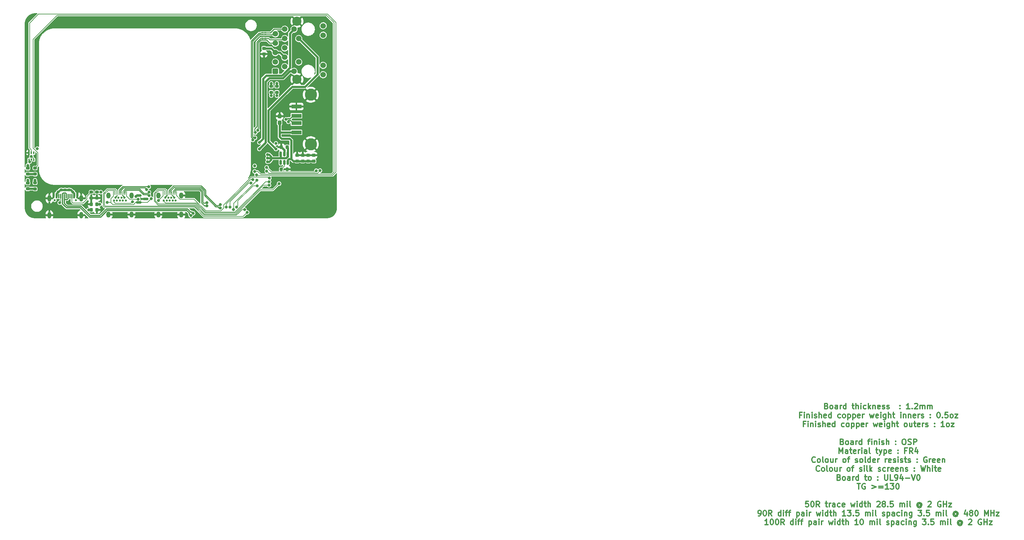
<source format=gbr>
%TF.GenerationSoftware,KiCad,Pcbnew,(5.99.0-10407-g1e8b23402c)*%
%TF.CreationDate,2021-06-04T12:52:52-06:00*%
%TF.ProjectId,mezzanine,6d657a7a-616e-4696-9e65-2e6b69636164,rev?*%
%TF.SameCoordinates,Original*%
%TF.FileFunction,Copper,L1,Top*%
%TF.FilePolarity,Positive*%
%FSLAX46Y46*%
G04 Gerber Fmt 4.6, Leading zero omitted, Abs format (unit mm)*
G04 Created by KiCad (PCBNEW (5.99.0-10407-g1e8b23402c)) date 2021-06-04 12:52:52*
%MOMM*%
%LPD*%
G01*
G04 APERTURE LIST*
G04 Aperture macros list*
%AMRoundRect*
0 Rectangle with rounded corners*
0 $1 Rounding radius*
0 $2 $3 $4 $5 $6 $7 $8 $9 X,Y pos of 4 corners*
0 Add a 4 corners polygon primitive as box body*
4,1,4,$2,$3,$4,$5,$6,$7,$8,$9,$2,$3,0*
0 Add four circle primitives for the rounded corners*
1,1,$1+$1,$2,$3*
1,1,$1+$1,$4,$5*
1,1,$1+$1,$6,$7*
1,1,$1+$1,$8,$9*
0 Add four rect primitives between the rounded corners*
20,1,$1+$1,$2,$3,$4,$5,0*
20,1,$1+$1,$4,$5,$6,$7,0*
20,1,$1+$1,$6,$7,$8,$9,0*
20,1,$1+$1,$8,$9,$2,$3,0*%
G04 Aperture macros list end*
%ADD10C,0.300000*%
%TA.AperFunction,NonConductor*%
%ADD11C,0.300000*%
%TD*%
%TA.AperFunction,SMDPad,CuDef*%
%ADD12RoundRect,0.150000X-0.587500X-0.150000X0.587500X-0.150000X0.587500X0.150000X-0.587500X0.150000X0*%
%TD*%
%TA.AperFunction,SMDPad,CuDef*%
%ADD13RoundRect,0.200000X-0.275000X0.200000X-0.275000X-0.200000X0.275000X-0.200000X0.275000X0.200000X0*%
%TD*%
%TA.AperFunction,SMDPad,CuDef*%
%ADD14RoundRect,0.225000X-0.250000X0.225000X-0.250000X-0.225000X0.250000X-0.225000X0.250000X0.225000X0*%
%TD*%
%TA.AperFunction,SMDPad,CuDef*%
%ADD15RoundRect,0.200000X0.275000X-0.200000X0.275000X0.200000X-0.275000X0.200000X-0.275000X-0.200000X0*%
%TD*%
%TA.AperFunction,SMDPad,CuDef*%
%ADD16R,0.400000X0.650000*%
%TD*%
%TA.AperFunction,SMDPad,CuDef*%
%ADD17RoundRect,0.225000X0.250000X-0.225000X0.250000X0.225000X-0.250000X0.225000X-0.250000X-0.225000X0*%
%TD*%
%TA.AperFunction,SMDPad,CuDef*%
%ADD18R,0.550000X0.300000*%
%TD*%
%TA.AperFunction,SMDPad,CuDef*%
%ADD19R,0.550000X0.400000*%
%TD*%
%TA.AperFunction,SMDPad,CuDef*%
%ADD20RoundRect,0.225000X0.225000X0.250000X-0.225000X0.250000X-0.225000X-0.250000X0.225000X-0.250000X0*%
%TD*%
%TA.AperFunction,SMDPad,CuDef*%
%ADD21R,0.250000X1.000000*%
%TD*%
%TA.AperFunction,ComponentPad*%
%ADD22C,0.600000*%
%TD*%
%TA.AperFunction,ComponentPad*%
%ADD23RoundRect,0.575000X0.000000X-0.225000X0.000000X-0.225000X0.000000X0.225000X0.000000X0.225000X0*%
%TD*%
%TA.AperFunction,SMDPad,CuDef*%
%ADD24RoundRect,0.225000X-0.225000X-0.250000X0.225000X-0.250000X0.225000X0.250000X-0.225000X0.250000X0*%
%TD*%
%TA.AperFunction,WasherPad*%
%ADD25C,0.600000*%
%TD*%
%TA.AperFunction,SMDPad,CuDef*%
%ADD26R,0.300000X1.150000*%
%TD*%
%TA.AperFunction,SMDPad,CuDef*%
%ADD27R,0.600000X1.150000*%
%TD*%
%TA.AperFunction,ComponentPad*%
%ADD28RoundRect,0.500000X0.000000X-0.400000X0.000000X-0.400000X0.000000X0.400000X0.000000X0.400000X0*%
%TD*%
%TA.AperFunction,SMDPad,CuDef*%
%ADD29RoundRect,0.218750X0.256250X-0.218750X0.256250X0.218750X-0.256250X0.218750X-0.256250X-0.218750X0*%
%TD*%
%TA.AperFunction,SMDPad,CuDef*%
%ADD30RoundRect,0.200000X-0.200000X-0.275000X0.200000X-0.275000X0.200000X0.275000X-0.200000X0.275000X0*%
%TD*%
%TA.AperFunction,SMDPad,CuDef*%
%ADD31RoundRect,0.150000X-0.150000X0.512500X-0.150000X-0.512500X0.150000X-0.512500X0.150000X0.512500X0*%
%TD*%
%TA.AperFunction,ComponentPad*%
%ADD32RoundRect,0.250500X0.499500X-0.499500X0.499500X0.499500X-0.499500X0.499500X-0.499500X-0.499500X0*%
%TD*%
%TA.AperFunction,ComponentPad*%
%ADD33C,1.500000*%
%TD*%
%TA.AperFunction,ComponentPad*%
%ADD34C,2.500000*%
%TD*%
%TA.AperFunction,SMDPad,CuDef*%
%ADD35R,2.800000X1.000000*%
%TD*%
%TA.AperFunction,ComponentPad*%
%ADD36C,3.300000*%
%TD*%
%TA.AperFunction,SMDPad,CuDef*%
%ADD37RoundRect,0.250000X0.275000X-0.312500X0.275000X0.312500X-0.275000X0.312500X-0.275000X-0.312500X0*%
%TD*%
%TA.AperFunction,ViaPad*%
%ADD38C,0.800000*%
%TD*%
%TA.AperFunction,Conductor*%
%ADD39C,0.200000*%
%TD*%
%TA.AperFunction,Conductor*%
%ADD40C,0.600000*%
%TD*%
%TA.AperFunction,Conductor*%
%ADD41C,0.350000*%
%TD*%
%TA.AperFunction,Conductor*%
%ADD42C,0.254000*%
%TD*%
%TA.AperFunction,Conductor*%
%ADD43C,0.400000*%
%TD*%
G04 APERTURE END LIST*
D10*
D11*
X237428571Y-126695357D02*
X237642857Y-126766785D01*
X237714285Y-126838214D01*
X237785714Y-126981071D01*
X237785714Y-127195357D01*
X237714285Y-127338214D01*
X237642857Y-127409642D01*
X237500000Y-127481071D01*
X236928571Y-127481071D01*
X236928571Y-125981071D01*
X237428571Y-125981071D01*
X237571428Y-126052500D01*
X237642857Y-126123928D01*
X237714285Y-126266785D01*
X237714285Y-126409642D01*
X237642857Y-126552500D01*
X237571428Y-126623928D01*
X237428571Y-126695357D01*
X236928571Y-126695357D01*
X238642857Y-127481071D02*
X238500000Y-127409642D01*
X238428571Y-127338214D01*
X238357142Y-127195357D01*
X238357142Y-126766785D01*
X238428571Y-126623928D01*
X238500000Y-126552500D01*
X238642857Y-126481071D01*
X238857142Y-126481071D01*
X239000000Y-126552500D01*
X239071428Y-126623928D01*
X239142857Y-126766785D01*
X239142857Y-127195357D01*
X239071428Y-127338214D01*
X239000000Y-127409642D01*
X238857142Y-127481071D01*
X238642857Y-127481071D01*
X240428571Y-127481071D02*
X240428571Y-126695357D01*
X240357142Y-126552500D01*
X240214285Y-126481071D01*
X239928571Y-126481071D01*
X239785714Y-126552500D01*
X240428571Y-127409642D02*
X240285714Y-127481071D01*
X239928571Y-127481071D01*
X239785714Y-127409642D01*
X239714285Y-127266785D01*
X239714285Y-127123928D01*
X239785714Y-126981071D01*
X239928571Y-126909642D01*
X240285714Y-126909642D01*
X240428571Y-126838214D01*
X241142857Y-127481071D02*
X241142857Y-126481071D01*
X241142857Y-126766785D02*
X241214285Y-126623928D01*
X241285714Y-126552500D01*
X241428571Y-126481071D01*
X241571428Y-126481071D01*
X242714285Y-127481071D02*
X242714285Y-125981071D01*
X242714285Y-127409642D02*
X242571428Y-127481071D01*
X242285714Y-127481071D01*
X242142857Y-127409642D01*
X242071428Y-127338214D01*
X242000000Y-127195357D01*
X242000000Y-126766785D01*
X242071428Y-126623928D01*
X242142857Y-126552500D01*
X242285714Y-126481071D01*
X242571428Y-126481071D01*
X242714285Y-126552500D01*
X244357142Y-126481071D02*
X244928571Y-126481071D01*
X244571428Y-125981071D02*
X244571428Y-127266785D01*
X244642857Y-127409642D01*
X244785714Y-127481071D01*
X244928571Y-127481071D01*
X245428571Y-127481071D02*
X245428571Y-125981071D01*
X246071428Y-127481071D02*
X246071428Y-126695357D01*
X246000000Y-126552500D01*
X245857142Y-126481071D01*
X245642857Y-126481071D01*
X245500000Y-126552500D01*
X245428571Y-126623928D01*
X246785714Y-127481071D02*
X246785714Y-126481071D01*
X246785714Y-125981071D02*
X246714285Y-126052500D01*
X246785714Y-126123928D01*
X246857142Y-126052500D01*
X246785714Y-125981071D01*
X246785714Y-126123928D01*
X248142857Y-127409642D02*
X248000000Y-127481071D01*
X247714285Y-127481071D01*
X247571428Y-127409642D01*
X247500000Y-127338214D01*
X247428571Y-127195357D01*
X247428571Y-126766785D01*
X247500000Y-126623928D01*
X247571428Y-126552500D01*
X247714285Y-126481071D01*
X248000000Y-126481071D01*
X248142857Y-126552500D01*
X248785714Y-127481071D02*
X248785714Y-125981071D01*
X248928571Y-126909642D02*
X249357142Y-127481071D01*
X249357142Y-126481071D02*
X248785714Y-127052500D01*
X250000000Y-126481071D02*
X250000000Y-127481071D01*
X250000000Y-126623928D02*
X250071428Y-126552500D01*
X250214285Y-126481071D01*
X250428571Y-126481071D01*
X250571428Y-126552500D01*
X250642857Y-126695357D01*
X250642857Y-127481071D01*
X251928571Y-127409642D02*
X251785714Y-127481071D01*
X251500000Y-127481071D01*
X251357142Y-127409642D01*
X251285714Y-127266785D01*
X251285714Y-126695357D01*
X251357142Y-126552500D01*
X251500000Y-126481071D01*
X251785714Y-126481071D01*
X251928571Y-126552500D01*
X252000000Y-126695357D01*
X252000000Y-126838214D01*
X251285714Y-126981071D01*
X252571428Y-127409642D02*
X252714285Y-127481071D01*
X253000000Y-127481071D01*
X253142857Y-127409642D01*
X253214285Y-127266785D01*
X253214285Y-127195357D01*
X253142857Y-127052500D01*
X253000000Y-126981071D01*
X252785714Y-126981071D01*
X252642857Y-126909642D01*
X252571428Y-126766785D01*
X252571428Y-126695357D01*
X252642857Y-126552500D01*
X252785714Y-126481071D01*
X253000000Y-126481071D01*
X253142857Y-126552500D01*
X253785714Y-127409642D02*
X253928571Y-127481071D01*
X254214285Y-127481071D01*
X254357142Y-127409642D01*
X254428571Y-127266785D01*
X254428571Y-127195357D01*
X254357142Y-127052500D01*
X254214285Y-126981071D01*
X254000000Y-126981071D01*
X253857142Y-126909642D01*
X253785714Y-126766785D01*
X253785714Y-126695357D01*
X253857142Y-126552500D01*
X254000000Y-126481071D01*
X254214285Y-126481071D01*
X254357142Y-126552500D01*
X257357142Y-127338214D02*
X257428571Y-127409642D01*
X257357142Y-127481071D01*
X257285714Y-127409642D01*
X257357142Y-127338214D01*
X257357142Y-127481071D01*
X257357142Y-126552500D02*
X257428571Y-126623928D01*
X257357142Y-126695357D01*
X257285714Y-126623928D01*
X257357142Y-126552500D01*
X257357142Y-126695357D01*
X260000000Y-127481071D02*
X259142857Y-127481071D01*
X259571428Y-127481071D02*
X259571428Y-125981071D01*
X259428571Y-126195357D01*
X259285714Y-126338214D01*
X259142857Y-126409642D01*
X260642857Y-127338214D02*
X260714285Y-127409642D01*
X260642857Y-127481071D01*
X260571428Y-127409642D01*
X260642857Y-127338214D01*
X260642857Y-127481071D01*
X261285714Y-126123928D02*
X261357142Y-126052500D01*
X261500000Y-125981071D01*
X261857142Y-125981071D01*
X262000000Y-126052500D01*
X262071428Y-126123928D01*
X262142857Y-126266785D01*
X262142857Y-126409642D01*
X262071428Y-126623928D01*
X261214285Y-127481071D01*
X262142857Y-127481071D01*
X262785714Y-127481071D02*
X262785714Y-126481071D01*
X262785714Y-126623928D02*
X262857142Y-126552500D01*
X263000000Y-126481071D01*
X263214285Y-126481071D01*
X263357142Y-126552500D01*
X263428571Y-126695357D01*
X263428571Y-127481071D01*
X263428571Y-126695357D02*
X263500000Y-126552500D01*
X263642857Y-126481071D01*
X263857142Y-126481071D01*
X264000000Y-126552500D01*
X264071428Y-126695357D01*
X264071428Y-127481071D01*
X264785714Y-127481071D02*
X264785714Y-126481071D01*
X264785714Y-126623928D02*
X264857142Y-126552500D01*
X265000000Y-126481071D01*
X265214285Y-126481071D01*
X265357142Y-126552500D01*
X265428571Y-126695357D01*
X265428571Y-127481071D01*
X265428571Y-126695357D02*
X265500000Y-126552500D01*
X265642857Y-126481071D01*
X265857142Y-126481071D01*
X266000000Y-126552500D01*
X266071428Y-126695357D01*
X266071428Y-127481071D01*
X230642857Y-129110357D02*
X230142857Y-129110357D01*
X230142857Y-129896071D02*
X230142857Y-128396071D01*
X230857142Y-128396071D01*
X231428571Y-129896071D02*
X231428571Y-128896071D01*
X231428571Y-128396071D02*
X231357142Y-128467500D01*
X231428571Y-128538928D01*
X231499999Y-128467500D01*
X231428571Y-128396071D01*
X231428571Y-128538928D01*
X232142857Y-128896071D02*
X232142857Y-129896071D01*
X232142857Y-129038928D02*
X232214285Y-128967500D01*
X232357142Y-128896071D01*
X232571428Y-128896071D01*
X232714285Y-128967500D01*
X232785714Y-129110357D01*
X232785714Y-129896071D01*
X233499999Y-129896071D02*
X233499999Y-128896071D01*
X233499999Y-128396071D02*
X233428571Y-128467500D01*
X233499999Y-128538928D01*
X233571428Y-128467500D01*
X233499999Y-128396071D01*
X233499999Y-128538928D01*
X234142857Y-129824642D02*
X234285714Y-129896071D01*
X234571428Y-129896071D01*
X234714285Y-129824642D01*
X234785714Y-129681785D01*
X234785714Y-129610357D01*
X234714285Y-129467500D01*
X234571428Y-129396071D01*
X234357142Y-129396071D01*
X234214285Y-129324642D01*
X234142857Y-129181785D01*
X234142857Y-129110357D01*
X234214285Y-128967500D01*
X234357142Y-128896071D01*
X234571428Y-128896071D01*
X234714285Y-128967500D01*
X235428571Y-129896071D02*
X235428571Y-128396071D01*
X236071428Y-129896071D02*
X236071428Y-129110357D01*
X235999999Y-128967500D01*
X235857142Y-128896071D01*
X235642857Y-128896071D01*
X235499999Y-128967500D01*
X235428571Y-129038928D01*
X237357142Y-129824642D02*
X237214285Y-129896071D01*
X236928571Y-129896071D01*
X236785714Y-129824642D01*
X236714285Y-129681785D01*
X236714285Y-129110357D01*
X236785714Y-128967500D01*
X236928571Y-128896071D01*
X237214285Y-128896071D01*
X237357142Y-128967500D01*
X237428571Y-129110357D01*
X237428571Y-129253214D01*
X236714285Y-129396071D01*
X238714285Y-129896071D02*
X238714285Y-128396071D01*
X238714285Y-129824642D02*
X238571428Y-129896071D01*
X238285714Y-129896071D01*
X238142857Y-129824642D01*
X238071428Y-129753214D01*
X237999999Y-129610357D01*
X237999999Y-129181785D01*
X238071428Y-129038928D01*
X238142857Y-128967500D01*
X238285714Y-128896071D01*
X238571428Y-128896071D01*
X238714285Y-128967500D01*
X241214285Y-129824642D02*
X241071428Y-129896071D01*
X240785714Y-129896071D01*
X240642857Y-129824642D01*
X240571428Y-129753214D01*
X240499999Y-129610357D01*
X240499999Y-129181785D01*
X240571428Y-129038928D01*
X240642857Y-128967500D01*
X240785714Y-128896071D01*
X241071428Y-128896071D01*
X241214285Y-128967500D01*
X242071428Y-129896071D02*
X241928571Y-129824642D01*
X241857142Y-129753214D01*
X241785714Y-129610357D01*
X241785714Y-129181785D01*
X241857142Y-129038928D01*
X241928571Y-128967500D01*
X242071428Y-128896071D01*
X242285714Y-128896071D01*
X242428571Y-128967500D01*
X242499999Y-129038928D01*
X242571428Y-129181785D01*
X242571428Y-129610357D01*
X242499999Y-129753214D01*
X242428571Y-129824642D01*
X242285714Y-129896071D01*
X242071428Y-129896071D01*
X243214285Y-128896071D02*
X243214285Y-130396071D01*
X243214285Y-128967500D02*
X243357142Y-128896071D01*
X243642857Y-128896071D01*
X243785714Y-128967500D01*
X243857142Y-129038928D01*
X243928571Y-129181785D01*
X243928571Y-129610357D01*
X243857142Y-129753214D01*
X243785714Y-129824642D01*
X243642857Y-129896071D01*
X243357142Y-129896071D01*
X243214285Y-129824642D01*
X244571428Y-128896071D02*
X244571428Y-130396071D01*
X244571428Y-128967500D02*
X244714285Y-128896071D01*
X244999999Y-128896071D01*
X245142857Y-128967500D01*
X245214285Y-129038928D01*
X245285714Y-129181785D01*
X245285714Y-129610357D01*
X245214285Y-129753214D01*
X245142857Y-129824642D01*
X244999999Y-129896071D01*
X244714285Y-129896071D01*
X244571428Y-129824642D01*
X246499999Y-129824642D02*
X246357142Y-129896071D01*
X246071428Y-129896071D01*
X245928571Y-129824642D01*
X245857142Y-129681785D01*
X245857142Y-129110357D01*
X245928571Y-128967500D01*
X246071428Y-128896071D01*
X246357142Y-128896071D01*
X246499999Y-128967500D01*
X246571428Y-129110357D01*
X246571428Y-129253214D01*
X245857142Y-129396071D01*
X247214285Y-129896071D02*
X247214285Y-128896071D01*
X247214285Y-129181785D02*
X247285714Y-129038928D01*
X247357142Y-128967500D01*
X247499999Y-128896071D01*
X247642857Y-128896071D01*
X249142857Y-128896071D02*
X249428571Y-129896071D01*
X249714285Y-129181785D01*
X249999999Y-129896071D01*
X250285714Y-128896071D01*
X251428571Y-129824642D02*
X251285714Y-129896071D01*
X250999999Y-129896071D01*
X250857142Y-129824642D01*
X250785714Y-129681785D01*
X250785714Y-129110357D01*
X250857142Y-128967500D01*
X250999999Y-128896071D01*
X251285714Y-128896071D01*
X251428571Y-128967500D01*
X251499999Y-129110357D01*
X251499999Y-129253214D01*
X250785714Y-129396071D01*
X252142857Y-129896071D02*
X252142857Y-128896071D01*
X252142857Y-128396071D02*
X252071428Y-128467500D01*
X252142857Y-128538928D01*
X252214285Y-128467500D01*
X252142857Y-128396071D01*
X252142857Y-128538928D01*
X253499999Y-128896071D02*
X253499999Y-130110357D01*
X253428571Y-130253214D01*
X253357142Y-130324642D01*
X253214285Y-130396071D01*
X252999999Y-130396071D01*
X252857142Y-130324642D01*
X253499999Y-129824642D02*
X253357142Y-129896071D01*
X253071428Y-129896071D01*
X252928571Y-129824642D01*
X252857142Y-129753214D01*
X252785714Y-129610357D01*
X252785714Y-129181785D01*
X252857142Y-129038928D01*
X252928571Y-128967500D01*
X253071428Y-128896071D01*
X253357142Y-128896071D01*
X253499999Y-128967500D01*
X254214285Y-129896071D02*
X254214285Y-128396071D01*
X254857142Y-129896071D02*
X254857142Y-129110357D01*
X254785714Y-128967500D01*
X254642857Y-128896071D01*
X254428571Y-128896071D01*
X254285714Y-128967500D01*
X254214285Y-129038928D01*
X255357142Y-128896071D02*
X255928571Y-128896071D01*
X255571428Y-128396071D02*
X255571428Y-129681785D01*
X255642857Y-129824642D01*
X255785714Y-129896071D01*
X255928571Y-129896071D01*
X257571428Y-129896071D02*
X257571428Y-128896071D01*
X257571428Y-128396071D02*
X257500000Y-128467500D01*
X257571428Y-128538928D01*
X257642857Y-128467500D01*
X257571428Y-128396071D01*
X257571428Y-128538928D01*
X258285714Y-128896071D02*
X258285714Y-129896071D01*
X258285714Y-129038928D02*
X258357142Y-128967500D01*
X258499999Y-128896071D01*
X258714285Y-128896071D01*
X258857142Y-128967500D01*
X258928571Y-129110357D01*
X258928571Y-129896071D01*
X259642857Y-128896071D02*
X259642857Y-129896071D01*
X259642857Y-129038928D02*
X259714285Y-128967500D01*
X259857142Y-128896071D01*
X260071428Y-128896071D01*
X260214285Y-128967500D01*
X260285714Y-129110357D01*
X260285714Y-129896071D01*
X261571428Y-129824642D02*
X261428571Y-129896071D01*
X261142857Y-129896071D01*
X261000000Y-129824642D01*
X260928571Y-129681785D01*
X260928571Y-129110357D01*
X261000000Y-128967500D01*
X261142857Y-128896071D01*
X261428571Y-128896071D01*
X261571428Y-128967500D01*
X261642857Y-129110357D01*
X261642857Y-129253214D01*
X260928571Y-129396071D01*
X262285714Y-129896071D02*
X262285714Y-128896071D01*
X262285714Y-129181785D02*
X262357142Y-129038928D01*
X262428571Y-128967500D01*
X262571428Y-128896071D01*
X262714285Y-128896071D01*
X263142857Y-129824642D02*
X263285714Y-129896071D01*
X263571428Y-129896071D01*
X263714285Y-129824642D01*
X263785714Y-129681785D01*
X263785714Y-129610357D01*
X263714285Y-129467500D01*
X263571428Y-129396071D01*
X263357142Y-129396071D01*
X263214285Y-129324642D01*
X263142857Y-129181785D01*
X263142857Y-129110357D01*
X263214285Y-128967500D01*
X263357142Y-128896071D01*
X263571428Y-128896071D01*
X263714285Y-128967500D01*
X265571428Y-129753214D02*
X265642857Y-129824642D01*
X265571428Y-129896071D01*
X265500000Y-129824642D01*
X265571428Y-129753214D01*
X265571428Y-129896071D01*
X265571428Y-128967500D02*
X265642857Y-129038928D01*
X265571428Y-129110357D01*
X265500000Y-129038928D01*
X265571428Y-128967500D01*
X265571428Y-129110357D01*
X267714285Y-128396071D02*
X267857142Y-128396071D01*
X268000000Y-128467500D01*
X268071428Y-128538928D01*
X268142857Y-128681785D01*
X268214285Y-128967500D01*
X268214285Y-129324642D01*
X268142857Y-129610357D01*
X268071428Y-129753214D01*
X268000000Y-129824642D01*
X267857142Y-129896071D01*
X267714285Y-129896071D01*
X267571428Y-129824642D01*
X267500000Y-129753214D01*
X267428571Y-129610357D01*
X267357142Y-129324642D01*
X267357142Y-128967500D01*
X267428571Y-128681785D01*
X267500000Y-128538928D01*
X267571428Y-128467500D01*
X267714285Y-128396071D01*
X268857142Y-129753214D02*
X268928571Y-129824642D01*
X268857142Y-129896071D01*
X268785714Y-129824642D01*
X268857142Y-129753214D01*
X268857142Y-129896071D01*
X270285714Y-128396071D02*
X269571428Y-128396071D01*
X269500000Y-129110357D01*
X269571428Y-129038928D01*
X269714285Y-128967500D01*
X270071428Y-128967500D01*
X270214285Y-129038928D01*
X270285714Y-129110357D01*
X270357142Y-129253214D01*
X270357142Y-129610357D01*
X270285714Y-129753214D01*
X270214285Y-129824642D01*
X270071428Y-129896071D01*
X269714285Y-129896071D01*
X269571428Y-129824642D01*
X269500000Y-129753214D01*
X271214285Y-129896071D02*
X271071428Y-129824642D01*
X271000000Y-129753214D01*
X270928571Y-129610357D01*
X270928571Y-129181785D01*
X271000000Y-129038928D01*
X271071428Y-128967500D01*
X271214285Y-128896071D01*
X271428571Y-128896071D01*
X271571428Y-128967500D01*
X271642857Y-129038928D01*
X271714285Y-129181785D01*
X271714285Y-129610357D01*
X271642857Y-129753214D01*
X271571428Y-129824642D01*
X271428571Y-129896071D01*
X271214285Y-129896071D01*
X272214285Y-128896071D02*
X273000000Y-128896071D01*
X272214285Y-129896071D01*
X273000000Y-129896071D01*
X231642857Y-131525357D02*
X231142857Y-131525357D01*
X231142857Y-132311071D02*
X231142857Y-130811071D01*
X231857142Y-130811071D01*
X232428571Y-132311071D02*
X232428571Y-131311071D01*
X232428571Y-130811071D02*
X232357142Y-130882500D01*
X232428571Y-130953928D01*
X232499999Y-130882500D01*
X232428571Y-130811071D01*
X232428571Y-130953928D01*
X233142857Y-131311071D02*
X233142857Y-132311071D01*
X233142857Y-131453928D02*
X233214285Y-131382500D01*
X233357142Y-131311071D01*
X233571428Y-131311071D01*
X233714285Y-131382500D01*
X233785714Y-131525357D01*
X233785714Y-132311071D01*
X234499999Y-132311071D02*
X234499999Y-131311071D01*
X234499999Y-130811071D02*
X234428571Y-130882500D01*
X234499999Y-130953928D01*
X234571428Y-130882500D01*
X234499999Y-130811071D01*
X234499999Y-130953928D01*
X235142857Y-132239642D02*
X235285714Y-132311071D01*
X235571428Y-132311071D01*
X235714285Y-132239642D01*
X235785714Y-132096785D01*
X235785714Y-132025357D01*
X235714285Y-131882500D01*
X235571428Y-131811071D01*
X235357142Y-131811071D01*
X235214285Y-131739642D01*
X235142857Y-131596785D01*
X235142857Y-131525357D01*
X235214285Y-131382500D01*
X235357142Y-131311071D01*
X235571428Y-131311071D01*
X235714285Y-131382500D01*
X236428571Y-132311071D02*
X236428571Y-130811071D01*
X237071428Y-132311071D02*
X237071428Y-131525357D01*
X236999999Y-131382500D01*
X236857142Y-131311071D01*
X236642857Y-131311071D01*
X236499999Y-131382500D01*
X236428571Y-131453928D01*
X238357142Y-132239642D02*
X238214285Y-132311071D01*
X237928571Y-132311071D01*
X237785714Y-132239642D01*
X237714285Y-132096785D01*
X237714285Y-131525357D01*
X237785714Y-131382500D01*
X237928571Y-131311071D01*
X238214285Y-131311071D01*
X238357142Y-131382500D01*
X238428571Y-131525357D01*
X238428571Y-131668214D01*
X237714285Y-131811071D01*
X239714285Y-132311071D02*
X239714285Y-130811071D01*
X239714285Y-132239642D02*
X239571428Y-132311071D01*
X239285714Y-132311071D01*
X239142857Y-132239642D01*
X239071428Y-132168214D01*
X238999999Y-132025357D01*
X238999999Y-131596785D01*
X239071428Y-131453928D01*
X239142857Y-131382500D01*
X239285714Y-131311071D01*
X239571428Y-131311071D01*
X239714285Y-131382500D01*
X242214285Y-132239642D02*
X242071428Y-132311071D01*
X241785714Y-132311071D01*
X241642857Y-132239642D01*
X241571428Y-132168214D01*
X241499999Y-132025357D01*
X241499999Y-131596785D01*
X241571428Y-131453928D01*
X241642857Y-131382500D01*
X241785714Y-131311071D01*
X242071428Y-131311071D01*
X242214285Y-131382500D01*
X243071428Y-132311071D02*
X242928571Y-132239642D01*
X242857142Y-132168214D01*
X242785714Y-132025357D01*
X242785714Y-131596785D01*
X242857142Y-131453928D01*
X242928571Y-131382500D01*
X243071428Y-131311071D01*
X243285714Y-131311071D01*
X243428571Y-131382500D01*
X243499999Y-131453928D01*
X243571428Y-131596785D01*
X243571428Y-132025357D01*
X243499999Y-132168214D01*
X243428571Y-132239642D01*
X243285714Y-132311071D01*
X243071428Y-132311071D01*
X244214285Y-131311071D02*
X244214285Y-132811071D01*
X244214285Y-131382500D02*
X244357142Y-131311071D01*
X244642857Y-131311071D01*
X244785714Y-131382500D01*
X244857142Y-131453928D01*
X244928571Y-131596785D01*
X244928571Y-132025357D01*
X244857142Y-132168214D01*
X244785714Y-132239642D01*
X244642857Y-132311071D01*
X244357142Y-132311071D01*
X244214285Y-132239642D01*
X245571428Y-131311071D02*
X245571428Y-132811071D01*
X245571428Y-131382500D02*
X245714285Y-131311071D01*
X245999999Y-131311071D01*
X246142857Y-131382500D01*
X246214285Y-131453928D01*
X246285714Y-131596785D01*
X246285714Y-132025357D01*
X246214285Y-132168214D01*
X246142857Y-132239642D01*
X245999999Y-132311071D01*
X245714285Y-132311071D01*
X245571428Y-132239642D01*
X247499999Y-132239642D02*
X247357142Y-132311071D01*
X247071428Y-132311071D01*
X246928571Y-132239642D01*
X246857142Y-132096785D01*
X246857142Y-131525357D01*
X246928571Y-131382500D01*
X247071428Y-131311071D01*
X247357142Y-131311071D01*
X247499999Y-131382500D01*
X247571428Y-131525357D01*
X247571428Y-131668214D01*
X246857142Y-131811071D01*
X248214285Y-132311071D02*
X248214285Y-131311071D01*
X248214285Y-131596785D02*
X248285714Y-131453928D01*
X248357142Y-131382500D01*
X248499999Y-131311071D01*
X248642857Y-131311071D01*
X250142857Y-131311071D02*
X250428571Y-132311071D01*
X250714285Y-131596785D01*
X250999999Y-132311071D01*
X251285714Y-131311071D01*
X252428571Y-132239642D02*
X252285714Y-132311071D01*
X251999999Y-132311071D01*
X251857142Y-132239642D01*
X251785714Y-132096785D01*
X251785714Y-131525357D01*
X251857142Y-131382500D01*
X251999999Y-131311071D01*
X252285714Y-131311071D01*
X252428571Y-131382500D01*
X252499999Y-131525357D01*
X252499999Y-131668214D01*
X251785714Y-131811071D01*
X253142857Y-132311071D02*
X253142857Y-131311071D01*
X253142857Y-130811071D02*
X253071428Y-130882500D01*
X253142857Y-130953928D01*
X253214285Y-130882500D01*
X253142857Y-130811071D01*
X253142857Y-130953928D01*
X254499999Y-131311071D02*
X254499999Y-132525357D01*
X254428571Y-132668214D01*
X254357142Y-132739642D01*
X254214285Y-132811071D01*
X253999999Y-132811071D01*
X253857142Y-132739642D01*
X254499999Y-132239642D02*
X254357142Y-132311071D01*
X254071428Y-132311071D01*
X253928571Y-132239642D01*
X253857142Y-132168214D01*
X253785714Y-132025357D01*
X253785714Y-131596785D01*
X253857142Y-131453928D01*
X253928571Y-131382500D01*
X254071428Y-131311071D01*
X254357142Y-131311071D01*
X254499999Y-131382500D01*
X255214285Y-132311071D02*
X255214285Y-130811071D01*
X255857142Y-132311071D02*
X255857142Y-131525357D01*
X255785714Y-131382500D01*
X255642857Y-131311071D01*
X255428571Y-131311071D01*
X255285714Y-131382500D01*
X255214285Y-131453928D01*
X256357142Y-131311071D02*
X256928571Y-131311071D01*
X256571428Y-130811071D02*
X256571428Y-132096785D01*
X256642857Y-132239642D01*
X256785714Y-132311071D01*
X256928571Y-132311071D01*
X258785714Y-132311071D02*
X258642857Y-132239642D01*
X258571428Y-132168214D01*
X258500000Y-132025357D01*
X258500000Y-131596785D01*
X258571428Y-131453928D01*
X258642857Y-131382500D01*
X258785714Y-131311071D01*
X259000000Y-131311071D01*
X259142857Y-131382500D01*
X259214285Y-131453928D01*
X259285714Y-131596785D01*
X259285714Y-132025357D01*
X259214285Y-132168214D01*
X259142857Y-132239642D01*
X259000000Y-132311071D01*
X258785714Y-132311071D01*
X260571428Y-131311071D02*
X260571428Y-132311071D01*
X259928571Y-131311071D02*
X259928571Y-132096785D01*
X260000000Y-132239642D01*
X260142857Y-132311071D01*
X260357142Y-132311071D01*
X260500000Y-132239642D01*
X260571428Y-132168214D01*
X261071428Y-131311071D02*
X261642857Y-131311071D01*
X261285714Y-130811071D02*
X261285714Y-132096785D01*
X261357142Y-132239642D01*
X261500000Y-132311071D01*
X261642857Y-132311071D01*
X262714285Y-132239642D02*
X262571428Y-132311071D01*
X262285714Y-132311071D01*
X262142857Y-132239642D01*
X262071428Y-132096785D01*
X262071428Y-131525357D01*
X262142857Y-131382500D01*
X262285714Y-131311071D01*
X262571428Y-131311071D01*
X262714285Y-131382500D01*
X262785714Y-131525357D01*
X262785714Y-131668214D01*
X262071428Y-131811071D01*
X263428571Y-132311071D02*
X263428571Y-131311071D01*
X263428571Y-131596785D02*
X263500000Y-131453928D01*
X263571428Y-131382500D01*
X263714285Y-131311071D01*
X263857142Y-131311071D01*
X264285714Y-132239642D02*
X264428571Y-132311071D01*
X264714285Y-132311071D01*
X264857142Y-132239642D01*
X264928571Y-132096785D01*
X264928571Y-132025357D01*
X264857142Y-131882500D01*
X264714285Y-131811071D01*
X264500000Y-131811071D01*
X264357142Y-131739642D01*
X264285714Y-131596785D01*
X264285714Y-131525357D01*
X264357142Y-131382500D01*
X264500000Y-131311071D01*
X264714285Y-131311071D01*
X264857142Y-131382500D01*
X266714285Y-132168214D02*
X266785714Y-132239642D01*
X266714285Y-132311071D01*
X266642857Y-132239642D01*
X266714285Y-132168214D01*
X266714285Y-132311071D01*
X266714285Y-131382500D02*
X266785714Y-131453928D01*
X266714285Y-131525357D01*
X266642857Y-131453928D01*
X266714285Y-131382500D01*
X266714285Y-131525357D01*
X269357142Y-132311071D02*
X268500000Y-132311071D01*
X268928571Y-132311071D02*
X268928571Y-130811071D01*
X268785714Y-131025357D01*
X268642857Y-131168214D01*
X268500000Y-131239642D01*
X270214285Y-132311071D02*
X270071428Y-132239642D01*
X270000000Y-132168214D01*
X269928571Y-132025357D01*
X269928571Y-131596785D01*
X270000000Y-131453928D01*
X270071428Y-131382500D01*
X270214285Y-131311071D01*
X270428571Y-131311071D01*
X270571428Y-131382500D01*
X270642857Y-131453928D01*
X270714285Y-131596785D01*
X270714285Y-132025357D01*
X270642857Y-132168214D01*
X270571428Y-132239642D01*
X270428571Y-132311071D01*
X270214285Y-132311071D01*
X271214285Y-131311071D02*
X272000000Y-131311071D01*
X271214285Y-132311071D01*
X272000000Y-132311071D01*
X241678571Y-136355357D02*
X241892857Y-136426785D01*
X241964285Y-136498214D01*
X242035714Y-136641071D01*
X242035714Y-136855357D01*
X241964285Y-136998214D01*
X241892857Y-137069642D01*
X241750000Y-137141071D01*
X241178571Y-137141071D01*
X241178571Y-135641071D01*
X241678571Y-135641071D01*
X241821428Y-135712500D01*
X241892857Y-135783928D01*
X241964285Y-135926785D01*
X241964285Y-136069642D01*
X241892857Y-136212500D01*
X241821428Y-136283928D01*
X241678571Y-136355357D01*
X241178571Y-136355357D01*
X242892857Y-137141071D02*
X242750000Y-137069642D01*
X242678571Y-136998214D01*
X242607142Y-136855357D01*
X242607142Y-136426785D01*
X242678571Y-136283928D01*
X242750000Y-136212500D01*
X242892857Y-136141071D01*
X243107142Y-136141071D01*
X243250000Y-136212500D01*
X243321428Y-136283928D01*
X243392857Y-136426785D01*
X243392857Y-136855357D01*
X243321428Y-136998214D01*
X243250000Y-137069642D01*
X243107142Y-137141071D01*
X242892857Y-137141071D01*
X244678571Y-137141071D02*
X244678571Y-136355357D01*
X244607142Y-136212500D01*
X244464285Y-136141071D01*
X244178571Y-136141071D01*
X244035714Y-136212500D01*
X244678571Y-137069642D02*
X244535714Y-137141071D01*
X244178571Y-137141071D01*
X244035714Y-137069642D01*
X243964285Y-136926785D01*
X243964285Y-136783928D01*
X244035714Y-136641071D01*
X244178571Y-136569642D01*
X244535714Y-136569642D01*
X244678571Y-136498214D01*
X245392857Y-137141071D02*
X245392857Y-136141071D01*
X245392857Y-136426785D02*
X245464285Y-136283928D01*
X245535714Y-136212500D01*
X245678571Y-136141071D01*
X245821428Y-136141071D01*
X246964285Y-137141071D02*
X246964285Y-135641071D01*
X246964285Y-137069642D02*
X246821428Y-137141071D01*
X246535714Y-137141071D01*
X246392857Y-137069642D01*
X246321428Y-136998214D01*
X246250000Y-136855357D01*
X246250000Y-136426785D01*
X246321428Y-136283928D01*
X246392857Y-136212500D01*
X246535714Y-136141071D01*
X246821428Y-136141071D01*
X246964285Y-136212500D01*
X248607142Y-136141071D02*
X249178571Y-136141071D01*
X248821428Y-137141071D02*
X248821428Y-135855357D01*
X248892857Y-135712500D01*
X249035714Y-135641071D01*
X249178571Y-135641071D01*
X249678571Y-137141071D02*
X249678571Y-136141071D01*
X249678571Y-135641071D02*
X249607142Y-135712500D01*
X249678571Y-135783928D01*
X249750000Y-135712500D01*
X249678571Y-135641071D01*
X249678571Y-135783928D01*
X250392857Y-136141071D02*
X250392857Y-137141071D01*
X250392857Y-136283928D02*
X250464285Y-136212500D01*
X250607142Y-136141071D01*
X250821428Y-136141071D01*
X250964285Y-136212500D01*
X251035714Y-136355357D01*
X251035714Y-137141071D01*
X251750000Y-137141071D02*
X251750000Y-136141071D01*
X251750000Y-135641071D02*
X251678571Y-135712500D01*
X251750000Y-135783928D01*
X251821428Y-135712500D01*
X251750000Y-135641071D01*
X251750000Y-135783928D01*
X252392857Y-137069642D02*
X252535714Y-137141071D01*
X252821428Y-137141071D01*
X252964285Y-137069642D01*
X253035714Y-136926785D01*
X253035714Y-136855357D01*
X252964285Y-136712500D01*
X252821428Y-136641071D01*
X252607142Y-136641071D01*
X252464285Y-136569642D01*
X252392857Y-136426785D01*
X252392857Y-136355357D01*
X252464285Y-136212500D01*
X252607142Y-136141071D01*
X252821428Y-136141071D01*
X252964285Y-136212500D01*
X253678571Y-137141071D02*
X253678571Y-135641071D01*
X254321428Y-137141071D02*
X254321428Y-136355357D01*
X254250000Y-136212500D01*
X254107142Y-136141071D01*
X253892857Y-136141071D01*
X253750000Y-136212500D01*
X253678571Y-136283928D01*
X256178571Y-136998214D02*
X256250000Y-137069642D01*
X256178571Y-137141071D01*
X256107142Y-137069642D01*
X256178571Y-136998214D01*
X256178571Y-137141071D01*
X256178571Y-136212500D02*
X256250000Y-136283928D01*
X256178571Y-136355357D01*
X256107142Y-136283928D01*
X256178571Y-136212500D01*
X256178571Y-136355357D01*
X258321428Y-135641071D02*
X258607142Y-135641071D01*
X258750000Y-135712500D01*
X258892857Y-135855357D01*
X258964285Y-136141071D01*
X258964285Y-136641071D01*
X258892857Y-136926785D01*
X258750000Y-137069642D01*
X258607142Y-137141071D01*
X258321428Y-137141071D01*
X258178571Y-137069642D01*
X258035714Y-136926785D01*
X257964285Y-136641071D01*
X257964285Y-136141071D01*
X258035714Y-135855357D01*
X258178571Y-135712500D01*
X258321428Y-135641071D01*
X259535714Y-137069642D02*
X259750000Y-137141071D01*
X260107142Y-137141071D01*
X260250000Y-137069642D01*
X260321428Y-136998214D01*
X260392857Y-136855357D01*
X260392857Y-136712500D01*
X260321428Y-136569642D01*
X260250000Y-136498214D01*
X260107142Y-136426785D01*
X259821428Y-136355357D01*
X259678571Y-136283928D01*
X259607142Y-136212500D01*
X259535714Y-136069642D01*
X259535714Y-135926785D01*
X259607142Y-135783928D01*
X259678571Y-135712500D01*
X259821428Y-135641071D01*
X260178571Y-135641071D01*
X260392857Y-135712500D01*
X261035714Y-137141071D02*
X261035714Y-135641071D01*
X261607142Y-135641071D01*
X261750000Y-135712500D01*
X261821428Y-135783928D01*
X261892857Y-135926785D01*
X261892857Y-136141071D01*
X261821428Y-136283928D01*
X261750000Y-136355357D01*
X261607142Y-136426785D01*
X261035714Y-136426785D01*
X240857142Y-139556071D02*
X240857142Y-138056071D01*
X241357142Y-139127500D01*
X241857142Y-138056071D01*
X241857142Y-139556071D01*
X243214285Y-139556071D02*
X243214285Y-138770357D01*
X243142857Y-138627500D01*
X243000000Y-138556071D01*
X242714285Y-138556071D01*
X242571428Y-138627500D01*
X243214285Y-139484642D02*
X243071428Y-139556071D01*
X242714285Y-139556071D01*
X242571428Y-139484642D01*
X242500000Y-139341785D01*
X242500000Y-139198928D01*
X242571428Y-139056071D01*
X242714285Y-138984642D01*
X243071428Y-138984642D01*
X243214285Y-138913214D01*
X243714285Y-138556071D02*
X244285714Y-138556071D01*
X243928571Y-138056071D02*
X243928571Y-139341785D01*
X244000000Y-139484642D01*
X244142857Y-139556071D01*
X244285714Y-139556071D01*
X245357142Y-139484642D02*
X245214285Y-139556071D01*
X244928571Y-139556071D01*
X244785714Y-139484642D01*
X244714285Y-139341785D01*
X244714285Y-138770357D01*
X244785714Y-138627500D01*
X244928571Y-138556071D01*
X245214285Y-138556071D01*
X245357142Y-138627500D01*
X245428571Y-138770357D01*
X245428571Y-138913214D01*
X244714285Y-139056071D01*
X246071428Y-139556071D02*
X246071428Y-138556071D01*
X246071428Y-138841785D02*
X246142857Y-138698928D01*
X246214285Y-138627500D01*
X246357142Y-138556071D01*
X246500000Y-138556071D01*
X247000000Y-139556071D02*
X247000000Y-138556071D01*
X247000000Y-138056071D02*
X246928571Y-138127500D01*
X247000000Y-138198928D01*
X247071428Y-138127500D01*
X247000000Y-138056071D01*
X247000000Y-138198928D01*
X248357142Y-139556071D02*
X248357142Y-138770357D01*
X248285714Y-138627500D01*
X248142857Y-138556071D01*
X247857142Y-138556071D01*
X247714285Y-138627500D01*
X248357142Y-139484642D02*
X248214285Y-139556071D01*
X247857142Y-139556071D01*
X247714285Y-139484642D01*
X247642857Y-139341785D01*
X247642857Y-139198928D01*
X247714285Y-139056071D01*
X247857142Y-138984642D01*
X248214285Y-138984642D01*
X248357142Y-138913214D01*
X249285714Y-139556071D02*
X249142857Y-139484642D01*
X249071428Y-139341785D01*
X249071428Y-138056071D01*
X250785714Y-138556071D02*
X251357142Y-138556071D01*
X251000000Y-138056071D02*
X251000000Y-139341785D01*
X251071428Y-139484642D01*
X251214285Y-139556071D01*
X251357142Y-139556071D01*
X251714285Y-138556071D02*
X252071428Y-139556071D01*
X252428571Y-138556071D02*
X252071428Y-139556071D01*
X251928571Y-139913214D01*
X251857142Y-139984642D01*
X251714285Y-140056071D01*
X253000000Y-138556071D02*
X253000000Y-140056071D01*
X253000000Y-138627500D02*
X253142857Y-138556071D01*
X253428571Y-138556071D01*
X253571428Y-138627500D01*
X253642857Y-138698928D01*
X253714285Y-138841785D01*
X253714285Y-139270357D01*
X253642857Y-139413214D01*
X253571428Y-139484642D01*
X253428571Y-139556071D01*
X253142857Y-139556071D01*
X253000000Y-139484642D01*
X254928571Y-139484642D02*
X254785714Y-139556071D01*
X254500000Y-139556071D01*
X254357142Y-139484642D01*
X254285714Y-139341785D01*
X254285714Y-138770357D01*
X254357142Y-138627500D01*
X254500000Y-138556071D01*
X254785714Y-138556071D01*
X254928571Y-138627500D01*
X255000000Y-138770357D01*
X255000000Y-138913214D01*
X254285714Y-139056071D01*
X256785714Y-139413214D02*
X256857142Y-139484642D01*
X256785714Y-139556071D01*
X256714285Y-139484642D01*
X256785714Y-139413214D01*
X256785714Y-139556071D01*
X256785714Y-138627500D02*
X256857142Y-138698928D01*
X256785714Y-138770357D01*
X256714285Y-138698928D01*
X256785714Y-138627500D01*
X256785714Y-138770357D01*
X259142857Y-138770357D02*
X258642857Y-138770357D01*
X258642857Y-139556071D02*
X258642857Y-138056071D01*
X259357142Y-138056071D01*
X260785714Y-139556071D02*
X260285714Y-138841785D01*
X259928571Y-139556071D02*
X259928571Y-138056071D01*
X260500000Y-138056071D01*
X260642857Y-138127500D01*
X260714285Y-138198928D01*
X260785714Y-138341785D01*
X260785714Y-138556071D01*
X260714285Y-138698928D01*
X260642857Y-138770357D01*
X260500000Y-138841785D01*
X259928571Y-138841785D01*
X262071428Y-138556071D02*
X262071428Y-139556071D01*
X261714285Y-137984642D02*
X261357142Y-139056071D01*
X262285714Y-139056071D01*
X234392857Y-141828214D02*
X234321428Y-141899642D01*
X234107142Y-141971071D01*
X233964285Y-141971071D01*
X233750000Y-141899642D01*
X233607142Y-141756785D01*
X233535714Y-141613928D01*
X233464285Y-141328214D01*
X233464285Y-141113928D01*
X233535714Y-140828214D01*
X233607142Y-140685357D01*
X233750000Y-140542500D01*
X233964285Y-140471071D01*
X234107142Y-140471071D01*
X234321428Y-140542500D01*
X234392857Y-140613928D01*
X235250000Y-141971071D02*
X235107142Y-141899642D01*
X235035714Y-141828214D01*
X234964285Y-141685357D01*
X234964285Y-141256785D01*
X235035714Y-141113928D01*
X235107142Y-141042500D01*
X235250000Y-140971071D01*
X235464285Y-140971071D01*
X235607142Y-141042500D01*
X235678571Y-141113928D01*
X235750000Y-141256785D01*
X235750000Y-141685357D01*
X235678571Y-141828214D01*
X235607142Y-141899642D01*
X235464285Y-141971071D01*
X235250000Y-141971071D01*
X236607142Y-141971071D02*
X236464285Y-141899642D01*
X236392857Y-141756785D01*
X236392857Y-140471071D01*
X237392857Y-141971071D02*
X237250000Y-141899642D01*
X237178571Y-141828214D01*
X237107142Y-141685357D01*
X237107142Y-141256785D01*
X237178571Y-141113928D01*
X237250000Y-141042500D01*
X237392857Y-140971071D01*
X237607142Y-140971071D01*
X237750000Y-141042500D01*
X237821428Y-141113928D01*
X237892857Y-141256785D01*
X237892857Y-141685357D01*
X237821428Y-141828214D01*
X237750000Y-141899642D01*
X237607142Y-141971071D01*
X237392857Y-141971071D01*
X239178571Y-140971071D02*
X239178571Y-141971071D01*
X238535714Y-140971071D02*
X238535714Y-141756785D01*
X238607142Y-141899642D01*
X238750000Y-141971071D01*
X238964285Y-141971071D01*
X239107142Y-141899642D01*
X239178571Y-141828214D01*
X239892857Y-141971071D02*
X239892857Y-140971071D01*
X239892857Y-141256785D02*
X239964285Y-141113928D01*
X240035714Y-141042500D01*
X240178571Y-140971071D01*
X240321428Y-140971071D01*
X242178571Y-141971071D02*
X242035714Y-141899642D01*
X241964285Y-141828214D01*
X241892857Y-141685357D01*
X241892857Y-141256785D01*
X241964285Y-141113928D01*
X242035714Y-141042500D01*
X242178571Y-140971071D01*
X242392857Y-140971071D01*
X242535714Y-141042500D01*
X242607142Y-141113928D01*
X242678571Y-141256785D01*
X242678571Y-141685357D01*
X242607142Y-141828214D01*
X242535714Y-141899642D01*
X242392857Y-141971071D01*
X242178571Y-141971071D01*
X243107142Y-140971071D02*
X243678571Y-140971071D01*
X243321428Y-141971071D02*
X243321428Y-140685357D01*
X243392857Y-140542500D01*
X243535714Y-140471071D01*
X243678571Y-140471071D01*
X245250000Y-141899642D02*
X245392857Y-141971071D01*
X245678571Y-141971071D01*
X245821428Y-141899642D01*
X245892857Y-141756785D01*
X245892857Y-141685357D01*
X245821428Y-141542500D01*
X245678571Y-141471071D01*
X245464285Y-141471071D01*
X245321428Y-141399642D01*
X245250000Y-141256785D01*
X245250000Y-141185357D01*
X245321428Y-141042500D01*
X245464285Y-140971071D01*
X245678571Y-140971071D01*
X245821428Y-141042500D01*
X246750000Y-141971071D02*
X246607142Y-141899642D01*
X246535714Y-141828214D01*
X246464285Y-141685357D01*
X246464285Y-141256785D01*
X246535714Y-141113928D01*
X246607142Y-141042500D01*
X246750000Y-140971071D01*
X246964285Y-140971071D01*
X247107142Y-141042500D01*
X247178571Y-141113928D01*
X247250000Y-141256785D01*
X247250000Y-141685357D01*
X247178571Y-141828214D01*
X247107142Y-141899642D01*
X246964285Y-141971071D01*
X246750000Y-141971071D01*
X248107142Y-141971071D02*
X247964285Y-141899642D01*
X247892857Y-141756785D01*
X247892857Y-140471071D01*
X249321428Y-141971071D02*
X249321428Y-140471071D01*
X249321428Y-141899642D02*
X249178571Y-141971071D01*
X248892857Y-141971071D01*
X248750000Y-141899642D01*
X248678571Y-141828214D01*
X248607142Y-141685357D01*
X248607142Y-141256785D01*
X248678571Y-141113928D01*
X248750000Y-141042500D01*
X248892857Y-140971071D01*
X249178571Y-140971071D01*
X249321428Y-141042500D01*
X250607142Y-141899642D02*
X250464285Y-141971071D01*
X250178571Y-141971071D01*
X250035714Y-141899642D01*
X249964285Y-141756785D01*
X249964285Y-141185357D01*
X250035714Y-141042500D01*
X250178571Y-140971071D01*
X250464285Y-140971071D01*
X250607142Y-141042500D01*
X250678571Y-141185357D01*
X250678571Y-141328214D01*
X249964285Y-141471071D01*
X251321428Y-141971071D02*
X251321428Y-140971071D01*
X251321428Y-141256785D02*
X251392857Y-141113928D01*
X251464285Y-141042500D01*
X251607142Y-140971071D01*
X251750000Y-140971071D01*
X253392857Y-141971071D02*
X253392857Y-140971071D01*
X253392857Y-141256785D02*
X253464285Y-141113928D01*
X253535714Y-141042500D01*
X253678571Y-140971071D01*
X253821428Y-140971071D01*
X254892857Y-141899642D02*
X254750000Y-141971071D01*
X254464285Y-141971071D01*
X254321428Y-141899642D01*
X254250000Y-141756785D01*
X254250000Y-141185357D01*
X254321428Y-141042500D01*
X254464285Y-140971071D01*
X254750000Y-140971071D01*
X254892857Y-141042500D01*
X254964285Y-141185357D01*
X254964285Y-141328214D01*
X254250000Y-141471071D01*
X255535714Y-141899642D02*
X255678571Y-141971071D01*
X255964285Y-141971071D01*
X256107142Y-141899642D01*
X256178571Y-141756785D01*
X256178571Y-141685357D01*
X256107142Y-141542500D01*
X255964285Y-141471071D01*
X255750000Y-141471071D01*
X255607142Y-141399642D01*
X255535714Y-141256785D01*
X255535714Y-141185357D01*
X255607142Y-141042500D01*
X255750000Y-140971071D01*
X255964285Y-140971071D01*
X256107142Y-141042500D01*
X256821428Y-141971071D02*
X256821428Y-140971071D01*
X256821428Y-140471071D02*
X256750000Y-140542500D01*
X256821428Y-140613928D01*
X256892857Y-140542500D01*
X256821428Y-140471071D01*
X256821428Y-140613928D01*
X257464285Y-141899642D02*
X257607142Y-141971071D01*
X257892857Y-141971071D01*
X258035714Y-141899642D01*
X258107142Y-141756785D01*
X258107142Y-141685357D01*
X258035714Y-141542500D01*
X257892857Y-141471071D01*
X257678571Y-141471071D01*
X257535714Y-141399642D01*
X257464285Y-141256785D01*
X257464285Y-141185357D01*
X257535714Y-141042500D01*
X257678571Y-140971071D01*
X257892857Y-140971071D01*
X258035714Y-141042500D01*
X258535714Y-140971071D02*
X259107142Y-140971071D01*
X258750000Y-140471071D02*
X258750000Y-141756785D01*
X258821428Y-141899642D01*
X258964285Y-141971071D01*
X259107142Y-141971071D01*
X259535714Y-141899642D02*
X259678571Y-141971071D01*
X259964285Y-141971071D01*
X260107142Y-141899642D01*
X260178571Y-141756785D01*
X260178571Y-141685357D01*
X260107142Y-141542500D01*
X259964285Y-141471071D01*
X259750000Y-141471071D01*
X259607142Y-141399642D01*
X259535714Y-141256785D01*
X259535714Y-141185357D01*
X259607142Y-141042500D01*
X259750000Y-140971071D01*
X259964285Y-140971071D01*
X260107142Y-141042500D01*
X261964285Y-141828214D02*
X262035714Y-141899642D01*
X261964285Y-141971071D01*
X261892857Y-141899642D01*
X261964285Y-141828214D01*
X261964285Y-141971071D01*
X261964285Y-141042500D02*
X262035714Y-141113928D01*
X261964285Y-141185357D01*
X261892857Y-141113928D01*
X261964285Y-141042500D01*
X261964285Y-141185357D01*
X264607142Y-140542500D02*
X264464285Y-140471071D01*
X264250000Y-140471071D01*
X264035714Y-140542500D01*
X263892857Y-140685357D01*
X263821428Y-140828214D01*
X263750000Y-141113928D01*
X263750000Y-141328214D01*
X263821428Y-141613928D01*
X263892857Y-141756785D01*
X264035714Y-141899642D01*
X264250000Y-141971071D01*
X264392857Y-141971071D01*
X264607142Y-141899642D01*
X264678571Y-141828214D01*
X264678571Y-141328214D01*
X264392857Y-141328214D01*
X265321428Y-141971071D02*
X265321428Y-140971071D01*
X265321428Y-141256785D02*
X265392857Y-141113928D01*
X265464285Y-141042500D01*
X265607142Y-140971071D01*
X265750000Y-140971071D01*
X266821428Y-141899642D02*
X266678571Y-141971071D01*
X266392857Y-141971071D01*
X266250000Y-141899642D01*
X266178571Y-141756785D01*
X266178571Y-141185357D01*
X266250000Y-141042500D01*
X266392857Y-140971071D01*
X266678571Y-140971071D01*
X266821428Y-141042500D01*
X266892857Y-141185357D01*
X266892857Y-141328214D01*
X266178571Y-141471071D01*
X268107142Y-141899642D02*
X267964285Y-141971071D01*
X267678571Y-141971071D01*
X267535714Y-141899642D01*
X267464285Y-141756785D01*
X267464285Y-141185357D01*
X267535714Y-141042500D01*
X267678571Y-140971071D01*
X267964285Y-140971071D01*
X268107142Y-141042500D01*
X268178571Y-141185357D01*
X268178571Y-141328214D01*
X267464285Y-141471071D01*
X268821428Y-140971071D02*
X268821428Y-141971071D01*
X268821428Y-141113928D02*
X268892857Y-141042500D01*
X269035714Y-140971071D01*
X269250000Y-140971071D01*
X269392857Y-141042500D01*
X269464285Y-141185357D01*
X269464285Y-141971071D01*
X235535714Y-144243214D02*
X235464285Y-144314642D01*
X235250000Y-144386071D01*
X235107142Y-144386071D01*
X234892857Y-144314642D01*
X234750000Y-144171785D01*
X234678571Y-144028928D01*
X234607142Y-143743214D01*
X234607142Y-143528928D01*
X234678571Y-143243214D01*
X234750000Y-143100357D01*
X234892857Y-142957500D01*
X235107142Y-142886071D01*
X235250000Y-142886071D01*
X235464285Y-142957500D01*
X235535714Y-143028928D01*
X236392857Y-144386071D02*
X236250000Y-144314642D01*
X236178571Y-144243214D01*
X236107142Y-144100357D01*
X236107142Y-143671785D01*
X236178571Y-143528928D01*
X236250000Y-143457500D01*
X236392857Y-143386071D01*
X236607142Y-143386071D01*
X236750000Y-143457500D01*
X236821428Y-143528928D01*
X236892857Y-143671785D01*
X236892857Y-144100357D01*
X236821428Y-144243214D01*
X236750000Y-144314642D01*
X236607142Y-144386071D01*
X236392857Y-144386071D01*
X237750000Y-144386071D02*
X237607142Y-144314642D01*
X237535714Y-144171785D01*
X237535714Y-142886071D01*
X238535714Y-144386071D02*
X238392857Y-144314642D01*
X238321428Y-144243214D01*
X238250000Y-144100357D01*
X238250000Y-143671785D01*
X238321428Y-143528928D01*
X238392857Y-143457500D01*
X238535714Y-143386071D01*
X238750000Y-143386071D01*
X238892857Y-143457500D01*
X238964285Y-143528928D01*
X239035714Y-143671785D01*
X239035714Y-144100357D01*
X238964285Y-144243214D01*
X238892857Y-144314642D01*
X238750000Y-144386071D01*
X238535714Y-144386071D01*
X240321428Y-143386071D02*
X240321428Y-144386071D01*
X239678571Y-143386071D02*
X239678571Y-144171785D01*
X239750000Y-144314642D01*
X239892857Y-144386071D01*
X240107142Y-144386071D01*
X240250000Y-144314642D01*
X240321428Y-144243214D01*
X241035714Y-144386071D02*
X241035714Y-143386071D01*
X241035714Y-143671785D02*
X241107142Y-143528928D01*
X241178571Y-143457500D01*
X241321428Y-143386071D01*
X241464285Y-143386071D01*
X243321428Y-144386071D02*
X243178571Y-144314642D01*
X243107142Y-144243214D01*
X243035714Y-144100357D01*
X243035714Y-143671785D01*
X243107142Y-143528928D01*
X243178571Y-143457500D01*
X243321428Y-143386071D01*
X243535714Y-143386071D01*
X243678571Y-143457500D01*
X243750000Y-143528928D01*
X243821428Y-143671785D01*
X243821428Y-144100357D01*
X243750000Y-144243214D01*
X243678571Y-144314642D01*
X243535714Y-144386071D01*
X243321428Y-144386071D01*
X244250000Y-143386071D02*
X244821428Y-143386071D01*
X244464285Y-144386071D02*
X244464285Y-143100357D01*
X244535714Y-142957500D01*
X244678571Y-142886071D01*
X244821428Y-142886071D01*
X246392857Y-144314642D02*
X246535714Y-144386071D01*
X246821428Y-144386071D01*
X246964285Y-144314642D01*
X247035714Y-144171785D01*
X247035714Y-144100357D01*
X246964285Y-143957500D01*
X246821428Y-143886071D01*
X246607142Y-143886071D01*
X246464285Y-143814642D01*
X246392857Y-143671785D01*
X246392857Y-143600357D01*
X246464285Y-143457500D01*
X246607142Y-143386071D01*
X246821428Y-143386071D01*
X246964285Y-143457500D01*
X247678571Y-144386071D02*
X247678571Y-143386071D01*
X247678571Y-142886071D02*
X247607142Y-142957500D01*
X247678571Y-143028928D01*
X247750000Y-142957500D01*
X247678571Y-142886071D01*
X247678571Y-143028928D01*
X248607142Y-144386071D02*
X248464285Y-144314642D01*
X248392857Y-144171785D01*
X248392857Y-142886071D01*
X249178571Y-144386071D02*
X249178571Y-142886071D01*
X249321428Y-143814642D02*
X249750000Y-144386071D01*
X249750000Y-143386071D02*
X249178571Y-143957500D01*
X251464285Y-144314642D02*
X251607142Y-144386071D01*
X251892857Y-144386071D01*
X252035714Y-144314642D01*
X252107142Y-144171785D01*
X252107142Y-144100357D01*
X252035714Y-143957500D01*
X251892857Y-143886071D01*
X251678571Y-143886071D01*
X251535714Y-143814642D01*
X251464285Y-143671785D01*
X251464285Y-143600357D01*
X251535714Y-143457500D01*
X251678571Y-143386071D01*
X251892857Y-143386071D01*
X252035714Y-143457500D01*
X253392857Y-144314642D02*
X253250000Y-144386071D01*
X252964285Y-144386071D01*
X252821428Y-144314642D01*
X252750000Y-144243214D01*
X252678571Y-144100357D01*
X252678571Y-143671785D01*
X252750000Y-143528928D01*
X252821428Y-143457500D01*
X252964285Y-143386071D01*
X253250000Y-143386071D01*
X253392857Y-143457500D01*
X254035714Y-144386071D02*
X254035714Y-143386071D01*
X254035714Y-143671785D02*
X254107142Y-143528928D01*
X254178571Y-143457500D01*
X254321428Y-143386071D01*
X254464285Y-143386071D01*
X255535714Y-144314642D02*
X255392857Y-144386071D01*
X255107142Y-144386071D01*
X254964285Y-144314642D01*
X254892857Y-144171785D01*
X254892857Y-143600357D01*
X254964285Y-143457500D01*
X255107142Y-143386071D01*
X255392857Y-143386071D01*
X255535714Y-143457500D01*
X255607142Y-143600357D01*
X255607142Y-143743214D01*
X254892857Y-143886071D01*
X256821428Y-144314642D02*
X256678571Y-144386071D01*
X256392857Y-144386071D01*
X256250000Y-144314642D01*
X256178571Y-144171785D01*
X256178571Y-143600357D01*
X256250000Y-143457500D01*
X256392857Y-143386071D01*
X256678571Y-143386071D01*
X256821428Y-143457500D01*
X256892857Y-143600357D01*
X256892857Y-143743214D01*
X256178571Y-143886071D01*
X257535714Y-143386071D02*
X257535714Y-144386071D01*
X257535714Y-143528928D02*
X257607142Y-143457500D01*
X257750000Y-143386071D01*
X257964285Y-143386071D01*
X258107142Y-143457500D01*
X258178571Y-143600357D01*
X258178571Y-144386071D01*
X258821428Y-144314642D02*
X258964285Y-144386071D01*
X259250000Y-144386071D01*
X259392857Y-144314642D01*
X259464285Y-144171785D01*
X259464285Y-144100357D01*
X259392857Y-143957500D01*
X259250000Y-143886071D01*
X259035714Y-143886071D01*
X258892857Y-143814642D01*
X258821428Y-143671785D01*
X258821428Y-143600357D01*
X258892857Y-143457500D01*
X259035714Y-143386071D01*
X259250000Y-143386071D01*
X259392857Y-143457500D01*
X261250000Y-144243214D02*
X261321428Y-144314642D01*
X261250000Y-144386071D01*
X261178571Y-144314642D01*
X261250000Y-144243214D01*
X261250000Y-144386071D01*
X261250000Y-143457500D02*
X261321428Y-143528928D01*
X261250000Y-143600357D01*
X261178571Y-143528928D01*
X261250000Y-143457500D01*
X261250000Y-143600357D01*
X262964285Y-142886071D02*
X263321428Y-144386071D01*
X263607142Y-143314642D01*
X263892857Y-144386071D01*
X264250000Y-142886071D01*
X264821428Y-144386071D02*
X264821428Y-142886071D01*
X265464285Y-144386071D02*
X265464285Y-143600357D01*
X265392857Y-143457500D01*
X265250000Y-143386071D01*
X265035714Y-143386071D01*
X264892857Y-143457500D01*
X264821428Y-143528928D01*
X266178571Y-144386071D02*
X266178571Y-143386071D01*
X266178571Y-142886071D02*
X266107142Y-142957500D01*
X266178571Y-143028928D01*
X266250000Y-142957500D01*
X266178571Y-142886071D01*
X266178571Y-143028928D01*
X266678571Y-143386071D02*
X267250000Y-143386071D01*
X266892857Y-142886071D02*
X266892857Y-144171785D01*
X266964285Y-144314642D01*
X267107142Y-144386071D01*
X267250000Y-144386071D01*
X268321428Y-144314642D02*
X268178571Y-144386071D01*
X267892857Y-144386071D01*
X267750000Y-144314642D01*
X267678571Y-144171785D01*
X267678571Y-143600357D01*
X267750000Y-143457500D01*
X267892857Y-143386071D01*
X268178571Y-143386071D01*
X268321428Y-143457500D01*
X268392857Y-143600357D01*
X268392857Y-143743214D01*
X267678571Y-143886071D01*
X240821428Y-146015357D02*
X241035714Y-146086785D01*
X241107142Y-146158214D01*
X241178571Y-146301071D01*
X241178571Y-146515357D01*
X241107142Y-146658214D01*
X241035714Y-146729642D01*
X240892857Y-146801071D01*
X240321428Y-146801071D01*
X240321428Y-145301071D01*
X240821428Y-145301071D01*
X240964285Y-145372500D01*
X241035714Y-145443928D01*
X241107142Y-145586785D01*
X241107142Y-145729642D01*
X241035714Y-145872500D01*
X240964285Y-145943928D01*
X240821428Y-146015357D01*
X240321428Y-146015357D01*
X242035714Y-146801071D02*
X241892857Y-146729642D01*
X241821428Y-146658214D01*
X241750000Y-146515357D01*
X241750000Y-146086785D01*
X241821428Y-145943928D01*
X241892857Y-145872500D01*
X242035714Y-145801071D01*
X242250000Y-145801071D01*
X242392857Y-145872500D01*
X242464285Y-145943928D01*
X242535714Y-146086785D01*
X242535714Y-146515357D01*
X242464285Y-146658214D01*
X242392857Y-146729642D01*
X242250000Y-146801071D01*
X242035714Y-146801071D01*
X243821428Y-146801071D02*
X243821428Y-146015357D01*
X243750000Y-145872500D01*
X243607142Y-145801071D01*
X243321428Y-145801071D01*
X243178571Y-145872500D01*
X243821428Y-146729642D02*
X243678571Y-146801071D01*
X243321428Y-146801071D01*
X243178571Y-146729642D01*
X243107142Y-146586785D01*
X243107142Y-146443928D01*
X243178571Y-146301071D01*
X243321428Y-146229642D01*
X243678571Y-146229642D01*
X243821428Y-146158214D01*
X244535714Y-146801071D02*
X244535714Y-145801071D01*
X244535714Y-146086785D02*
X244607142Y-145943928D01*
X244678571Y-145872500D01*
X244821428Y-145801071D01*
X244964285Y-145801071D01*
X246107142Y-146801071D02*
X246107142Y-145301071D01*
X246107142Y-146729642D02*
X245964285Y-146801071D01*
X245678571Y-146801071D01*
X245535714Y-146729642D01*
X245464285Y-146658214D01*
X245392857Y-146515357D01*
X245392857Y-146086785D01*
X245464285Y-145943928D01*
X245535714Y-145872500D01*
X245678571Y-145801071D01*
X245964285Y-145801071D01*
X246107142Y-145872500D01*
X247750000Y-145801071D02*
X248321428Y-145801071D01*
X247964285Y-145301071D02*
X247964285Y-146586785D01*
X248035714Y-146729642D01*
X248178571Y-146801071D01*
X248321428Y-146801071D01*
X249035714Y-146801071D02*
X248892857Y-146729642D01*
X248821428Y-146658214D01*
X248750000Y-146515357D01*
X248750000Y-146086785D01*
X248821428Y-145943928D01*
X248892857Y-145872500D01*
X249035714Y-145801071D01*
X249250000Y-145801071D01*
X249392857Y-145872500D01*
X249464285Y-145943928D01*
X249535714Y-146086785D01*
X249535714Y-146515357D01*
X249464285Y-146658214D01*
X249392857Y-146729642D01*
X249250000Y-146801071D01*
X249035714Y-146801071D01*
X251321428Y-146658214D02*
X251392857Y-146729642D01*
X251321428Y-146801071D01*
X251249999Y-146729642D01*
X251321428Y-146658214D01*
X251321428Y-146801071D01*
X251321428Y-145872500D02*
X251392857Y-145943928D01*
X251321428Y-146015357D01*
X251249999Y-145943928D01*
X251321428Y-145872500D01*
X251321428Y-146015357D01*
X253178571Y-145301071D02*
X253178571Y-146515357D01*
X253250000Y-146658214D01*
X253321428Y-146729642D01*
X253464285Y-146801071D01*
X253750000Y-146801071D01*
X253892857Y-146729642D01*
X253964285Y-146658214D01*
X254035714Y-146515357D01*
X254035714Y-145301071D01*
X255464285Y-146801071D02*
X254749999Y-146801071D01*
X254749999Y-145301071D01*
X256035714Y-146801071D02*
X256321428Y-146801071D01*
X256464285Y-146729642D01*
X256535714Y-146658214D01*
X256678571Y-146443928D01*
X256750000Y-146158214D01*
X256750000Y-145586785D01*
X256678571Y-145443928D01*
X256607142Y-145372500D01*
X256464285Y-145301071D01*
X256178571Y-145301071D01*
X256035714Y-145372500D01*
X255964285Y-145443928D01*
X255892857Y-145586785D01*
X255892857Y-145943928D01*
X255964285Y-146086785D01*
X256035714Y-146158214D01*
X256178571Y-146229642D01*
X256464285Y-146229642D01*
X256607142Y-146158214D01*
X256678571Y-146086785D01*
X256750000Y-145943928D01*
X258035714Y-145801071D02*
X258035714Y-146801071D01*
X257678571Y-145229642D02*
X257321428Y-146301071D01*
X258249999Y-146301071D01*
X258821428Y-146229642D02*
X259964285Y-146229642D01*
X260464285Y-145301071D02*
X260964285Y-146801071D01*
X261464285Y-145301071D01*
X262250000Y-145301071D02*
X262392857Y-145301071D01*
X262535714Y-145372500D01*
X262607142Y-145443928D01*
X262678571Y-145586785D01*
X262750000Y-145872500D01*
X262750000Y-146229642D01*
X262678571Y-146515357D01*
X262607142Y-146658214D01*
X262535714Y-146729642D01*
X262392857Y-146801071D01*
X262250000Y-146801071D01*
X262107142Y-146729642D01*
X262035714Y-146658214D01*
X261964285Y-146515357D01*
X261892857Y-146229642D01*
X261892857Y-145872500D01*
X261964285Y-145586785D01*
X262035714Y-145443928D01*
X262107142Y-145372500D01*
X262250000Y-145301071D01*
X245750000Y-147716071D02*
X246607142Y-147716071D01*
X246178571Y-149216071D02*
X246178571Y-147716071D01*
X247892857Y-147787500D02*
X247750000Y-147716071D01*
X247535714Y-147716071D01*
X247321428Y-147787500D01*
X247178571Y-147930357D01*
X247107142Y-148073214D01*
X247035714Y-148358928D01*
X247035714Y-148573214D01*
X247107142Y-148858928D01*
X247178571Y-149001785D01*
X247321428Y-149144642D01*
X247535714Y-149216071D01*
X247678571Y-149216071D01*
X247892857Y-149144642D01*
X247964285Y-149073214D01*
X247964285Y-148573214D01*
X247678571Y-148573214D01*
X249750000Y-148216071D02*
X250892857Y-148644642D01*
X249750000Y-149073214D01*
X251607142Y-148430357D02*
X252750000Y-148430357D01*
X252750000Y-148858928D02*
X251607142Y-148858928D01*
X254250000Y-149216071D02*
X253392857Y-149216071D01*
X253821428Y-149216071D02*
X253821428Y-147716071D01*
X253678571Y-147930357D01*
X253535714Y-148073214D01*
X253392857Y-148144642D01*
X254750000Y-147716071D02*
X255678571Y-147716071D01*
X255178571Y-148287500D01*
X255392857Y-148287500D01*
X255535714Y-148358928D01*
X255607142Y-148430357D01*
X255678571Y-148573214D01*
X255678571Y-148930357D01*
X255607142Y-149073214D01*
X255535714Y-149144642D01*
X255392857Y-149216071D01*
X254964285Y-149216071D01*
X254821428Y-149144642D01*
X254750000Y-149073214D01*
X256607142Y-147716071D02*
X256750000Y-147716071D01*
X256892857Y-147787500D01*
X256964285Y-147858928D01*
X257035714Y-148001785D01*
X257107142Y-148287500D01*
X257107142Y-148644642D01*
X257035714Y-148930357D01*
X256964285Y-149073214D01*
X256892857Y-149144642D01*
X256750000Y-149216071D01*
X256607142Y-149216071D01*
X256464285Y-149144642D01*
X256392857Y-149073214D01*
X256321428Y-148930357D01*
X256250000Y-148644642D01*
X256250000Y-148287500D01*
X256321428Y-148001785D01*
X256392857Y-147858928D01*
X256464285Y-147787500D01*
X256607142Y-147716071D01*
X232535714Y-152546071D02*
X231821428Y-152546071D01*
X231750000Y-153260357D01*
X231821428Y-153188928D01*
X231964285Y-153117500D01*
X232321428Y-153117500D01*
X232464285Y-153188928D01*
X232535714Y-153260357D01*
X232607142Y-153403214D01*
X232607142Y-153760357D01*
X232535714Y-153903214D01*
X232464285Y-153974642D01*
X232321428Y-154046071D01*
X231964285Y-154046071D01*
X231821428Y-153974642D01*
X231750000Y-153903214D01*
X233535714Y-152546071D02*
X233678571Y-152546071D01*
X233821428Y-152617500D01*
X233892857Y-152688928D01*
X233964285Y-152831785D01*
X234035714Y-153117500D01*
X234035714Y-153474642D01*
X233964285Y-153760357D01*
X233892857Y-153903214D01*
X233821428Y-153974642D01*
X233678571Y-154046071D01*
X233535714Y-154046071D01*
X233392857Y-153974642D01*
X233321428Y-153903214D01*
X233250000Y-153760357D01*
X233178571Y-153474642D01*
X233178571Y-153117500D01*
X233250000Y-152831785D01*
X233321428Y-152688928D01*
X233392857Y-152617500D01*
X233535714Y-152546071D01*
X235535714Y-154046071D02*
X235035714Y-153331785D01*
X234678571Y-154046071D02*
X234678571Y-152546071D01*
X235250000Y-152546071D01*
X235392857Y-152617500D01*
X235464285Y-152688928D01*
X235535714Y-152831785D01*
X235535714Y-153046071D01*
X235464285Y-153188928D01*
X235392857Y-153260357D01*
X235250000Y-153331785D01*
X234678571Y-153331785D01*
X237107142Y-153046071D02*
X237678571Y-153046071D01*
X237321428Y-152546071D02*
X237321428Y-153831785D01*
X237392857Y-153974642D01*
X237535714Y-154046071D01*
X237678571Y-154046071D01*
X238178571Y-154046071D02*
X238178571Y-153046071D01*
X238178571Y-153331785D02*
X238250000Y-153188928D01*
X238321428Y-153117500D01*
X238464285Y-153046071D01*
X238607142Y-153046071D01*
X239750000Y-154046071D02*
X239750000Y-153260357D01*
X239678571Y-153117500D01*
X239535714Y-153046071D01*
X239250000Y-153046071D01*
X239107142Y-153117500D01*
X239750000Y-153974642D02*
X239607142Y-154046071D01*
X239250000Y-154046071D01*
X239107142Y-153974642D01*
X239035714Y-153831785D01*
X239035714Y-153688928D01*
X239107142Y-153546071D01*
X239250000Y-153474642D01*
X239607142Y-153474642D01*
X239750000Y-153403214D01*
X241107142Y-153974642D02*
X240964285Y-154046071D01*
X240678571Y-154046071D01*
X240535714Y-153974642D01*
X240464285Y-153903214D01*
X240392857Y-153760357D01*
X240392857Y-153331785D01*
X240464285Y-153188928D01*
X240535714Y-153117500D01*
X240678571Y-153046071D01*
X240964285Y-153046071D01*
X241107142Y-153117500D01*
X242321428Y-153974642D02*
X242178571Y-154046071D01*
X241892857Y-154046071D01*
X241750000Y-153974642D01*
X241678571Y-153831785D01*
X241678571Y-153260357D01*
X241750000Y-153117500D01*
X241892857Y-153046071D01*
X242178571Y-153046071D01*
X242321428Y-153117500D01*
X242392857Y-153260357D01*
X242392857Y-153403214D01*
X241678571Y-153546071D01*
X244035714Y-153046071D02*
X244321428Y-154046071D01*
X244607142Y-153331785D01*
X244892857Y-154046071D01*
X245178571Y-153046071D01*
X245750000Y-154046071D02*
X245750000Y-153046071D01*
X245750000Y-152546071D02*
X245678571Y-152617500D01*
X245750000Y-152688928D01*
X245821428Y-152617500D01*
X245750000Y-152546071D01*
X245750000Y-152688928D01*
X247107142Y-154046071D02*
X247107142Y-152546071D01*
X247107142Y-153974642D02*
X246964285Y-154046071D01*
X246678571Y-154046071D01*
X246535714Y-153974642D01*
X246464285Y-153903214D01*
X246392857Y-153760357D01*
X246392857Y-153331785D01*
X246464285Y-153188928D01*
X246535714Y-153117500D01*
X246678571Y-153046071D01*
X246964285Y-153046071D01*
X247107142Y-153117500D01*
X247607142Y-153046071D02*
X248178571Y-153046071D01*
X247821428Y-152546071D02*
X247821428Y-153831785D01*
X247892857Y-153974642D01*
X248035714Y-154046071D01*
X248178571Y-154046071D01*
X248678571Y-154046071D02*
X248678571Y-152546071D01*
X249321428Y-154046071D02*
X249321428Y-153260357D01*
X249250000Y-153117500D01*
X249107142Y-153046071D01*
X248892857Y-153046071D01*
X248750000Y-153117500D01*
X248678571Y-153188928D01*
X251107142Y-152688928D02*
X251178571Y-152617500D01*
X251321428Y-152546071D01*
X251678571Y-152546071D01*
X251821428Y-152617500D01*
X251892857Y-152688928D01*
X251964285Y-152831785D01*
X251964285Y-152974642D01*
X251892857Y-153188928D01*
X251035714Y-154046071D01*
X251964285Y-154046071D01*
X252821428Y-153188928D02*
X252678571Y-153117500D01*
X252607142Y-153046071D01*
X252535714Y-152903214D01*
X252535714Y-152831785D01*
X252607142Y-152688928D01*
X252678571Y-152617500D01*
X252821428Y-152546071D01*
X253107142Y-152546071D01*
X253250000Y-152617500D01*
X253321428Y-152688928D01*
X253392857Y-152831785D01*
X253392857Y-152903214D01*
X253321428Y-153046071D01*
X253250000Y-153117500D01*
X253107142Y-153188928D01*
X252821428Y-153188928D01*
X252678571Y-153260357D01*
X252607142Y-153331785D01*
X252535714Y-153474642D01*
X252535714Y-153760357D01*
X252607142Y-153903214D01*
X252678571Y-153974642D01*
X252821428Y-154046071D01*
X253107142Y-154046071D01*
X253250000Y-153974642D01*
X253321428Y-153903214D01*
X253392857Y-153760357D01*
X253392857Y-153474642D01*
X253321428Y-153331785D01*
X253250000Y-153260357D01*
X253107142Y-153188928D01*
X254035714Y-153903214D02*
X254107142Y-153974642D01*
X254035714Y-154046071D01*
X253964285Y-153974642D01*
X254035714Y-153903214D01*
X254035714Y-154046071D01*
X255464285Y-152546071D02*
X254750000Y-152546071D01*
X254678571Y-153260357D01*
X254750000Y-153188928D01*
X254892857Y-153117500D01*
X255250000Y-153117500D01*
X255392857Y-153188928D01*
X255464285Y-153260357D01*
X255535714Y-153403214D01*
X255535714Y-153760357D01*
X255464285Y-153903214D01*
X255392857Y-153974642D01*
X255250000Y-154046071D01*
X254892857Y-154046071D01*
X254750000Y-153974642D01*
X254678571Y-153903214D01*
X257321428Y-154046071D02*
X257321428Y-153046071D01*
X257321428Y-153188928D02*
X257392857Y-153117500D01*
X257535714Y-153046071D01*
X257750000Y-153046071D01*
X257892857Y-153117500D01*
X257964285Y-153260357D01*
X257964285Y-154046071D01*
X257964285Y-153260357D02*
X258035714Y-153117500D01*
X258178571Y-153046071D01*
X258392857Y-153046071D01*
X258535714Y-153117500D01*
X258607142Y-153260357D01*
X258607142Y-154046071D01*
X259321428Y-154046071D02*
X259321428Y-153046071D01*
X259321428Y-152546071D02*
X259250000Y-152617500D01*
X259321428Y-152688928D01*
X259392857Y-152617500D01*
X259321428Y-152546071D01*
X259321428Y-152688928D01*
X260250000Y-154046071D02*
X260107142Y-153974642D01*
X260035714Y-153831785D01*
X260035714Y-152546071D01*
X262892857Y-153331785D02*
X262821428Y-153260357D01*
X262678571Y-153188928D01*
X262535714Y-153188928D01*
X262392857Y-153260357D01*
X262321428Y-153331785D01*
X262250000Y-153474642D01*
X262250000Y-153617500D01*
X262321428Y-153760357D01*
X262392857Y-153831785D01*
X262535714Y-153903214D01*
X262678571Y-153903214D01*
X262821428Y-153831785D01*
X262892857Y-153760357D01*
X262892857Y-153188928D02*
X262892857Y-153760357D01*
X262964285Y-153831785D01*
X263035714Y-153831785D01*
X263178571Y-153760357D01*
X263250000Y-153617500D01*
X263250000Y-153260357D01*
X263107142Y-153046071D01*
X262892857Y-152903214D01*
X262607142Y-152831785D01*
X262321428Y-152903214D01*
X262107142Y-153046071D01*
X261964285Y-153260357D01*
X261892857Y-153546071D01*
X261964285Y-153831785D01*
X262107142Y-154046071D01*
X262321428Y-154188928D01*
X262607142Y-154260357D01*
X262892857Y-154188928D01*
X263107142Y-154046071D01*
X264964285Y-152688928D02*
X265035714Y-152617500D01*
X265178571Y-152546071D01*
X265535714Y-152546071D01*
X265678571Y-152617500D01*
X265750000Y-152688928D01*
X265821428Y-152831785D01*
X265821428Y-152974642D01*
X265750000Y-153188928D01*
X264892857Y-154046071D01*
X265821428Y-154046071D01*
X268392857Y-152617500D02*
X268250000Y-152546071D01*
X268035714Y-152546071D01*
X267821428Y-152617500D01*
X267678571Y-152760357D01*
X267607142Y-152903214D01*
X267535714Y-153188928D01*
X267535714Y-153403214D01*
X267607142Y-153688928D01*
X267678571Y-153831785D01*
X267821428Y-153974642D01*
X268035714Y-154046071D01*
X268178571Y-154046071D01*
X268392857Y-153974642D01*
X268464285Y-153903214D01*
X268464285Y-153403214D01*
X268178571Y-153403214D01*
X269107142Y-154046071D02*
X269107142Y-152546071D01*
X269107142Y-153260357D02*
X269964285Y-153260357D01*
X269964285Y-154046071D02*
X269964285Y-152546071D01*
X270535714Y-153046071D02*
X271321428Y-153046071D01*
X270535714Y-154046071D01*
X271321428Y-154046071D01*
X219000000Y-156461071D02*
X219285714Y-156461071D01*
X219428571Y-156389642D01*
X219500000Y-156318214D01*
X219642857Y-156103928D01*
X219714285Y-155818214D01*
X219714285Y-155246785D01*
X219642857Y-155103928D01*
X219571428Y-155032500D01*
X219428571Y-154961071D01*
X219142857Y-154961071D01*
X219000000Y-155032500D01*
X218928571Y-155103928D01*
X218857142Y-155246785D01*
X218857142Y-155603928D01*
X218928571Y-155746785D01*
X219000000Y-155818214D01*
X219142857Y-155889642D01*
X219428571Y-155889642D01*
X219571428Y-155818214D01*
X219642857Y-155746785D01*
X219714285Y-155603928D01*
X220642857Y-154961071D02*
X220785714Y-154961071D01*
X220928571Y-155032500D01*
X221000000Y-155103928D01*
X221071428Y-155246785D01*
X221142857Y-155532500D01*
X221142857Y-155889642D01*
X221071428Y-156175357D01*
X221000000Y-156318214D01*
X220928571Y-156389642D01*
X220785714Y-156461071D01*
X220642857Y-156461071D01*
X220500000Y-156389642D01*
X220428571Y-156318214D01*
X220357142Y-156175357D01*
X220285714Y-155889642D01*
X220285714Y-155532500D01*
X220357142Y-155246785D01*
X220428571Y-155103928D01*
X220500000Y-155032500D01*
X220642857Y-154961071D01*
X222642857Y-156461071D02*
X222142857Y-155746785D01*
X221785714Y-156461071D02*
X221785714Y-154961071D01*
X222357142Y-154961071D01*
X222500000Y-155032500D01*
X222571428Y-155103928D01*
X222642857Y-155246785D01*
X222642857Y-155461071D01*
X222571428Y-155603928D01*
X222500000Y-155675357D01*
X222357142Y-155746785D01*
X221785714Y-155746785D01*
X225071428Y-156461071D02*
X225071428Y-154961071D01*
X225071428Y-156389642D02*
X224928571Y-156461071D01*
X224642857Y-156461071D01*
X224500000Y-156389642D01*
X224428571Y-156318214D01*
X224357142Y-156175357D01*
X224357142Y-155746785D01*
X224428571Y-155603928D01*
X224500000Y-155532500D01*
X224642857Y-155461071D01*
X224928571Y-155461071D01*
X225071428Y-155532500D01*
X225785714Y-156461071D02*
X225785714Y-155461071D01*
X225785714Y-154961071D02*
X225714285Y-155032500D01*
X225785714Y-155103928D01*
X225857142Y-155032500D01*
X225785714Y-154961071D01*
X225785714Y-155103928D01*
X226285714Y-155461071D02*
X226857142Y-155461071D01*
X226500000Y-156461071D02*
X226500000Y-155175357D01*
X226571428Y-155032500D01*
X226714285Y-154961071D01*
X226857142Y-154961071D01*
X227142857Y-155461071D02*
X227714285Y-155461071D01*
X227357142Y-156461071D02*
X227357142Y-155175357D01*
X227428571Y-155032500D01*
X227571428Y-154961071D01*
X227714285Y-154961071D01*
X229357142Y-155461071D02*
X229357142Y-156961071D01*
X229357142Y-155532500D02*
X229500000Y-155461071D01*
X229785714Y-155461071D01*
X229928571Y-155532500D01*
X230000000Y-155603928D01*
X230071428Y-155746785D01*
X230071428Y-156175357D01*
X230000000Y-156318214D01*
X229928571Y-156389642D01*
X229785714Y-156461071D01*
X229500000Y-156461071D01*
X229357142Y-156389642D01*
X231357142Y-156461071D02*
X231357142Y-155675357D01*
X231285714Y-155532500D01*
X231142857Y-155461071D01*
X230857142Y-155461071D01*
X230714285Y-155532500D01*
X231357142Y-156389642D02*
X231214285Y-156461071D01*
X230857142Y-156461071D01*
X230714285Y-156389642D01*
X230642857Y-156246785D01*
X230642857Y-156103928D01*
X230714285Y-155961071D01*
X230857142Y-155889642D01*
X231214285Y-155889642D01*
X231357142Y-155818214D01*
X232071428Y-156461071D02*
X232071428Y-155461071D01*
X232071428Y-154961071D02*
X232000000Y-155032500D01*
X232071428Y-155103928D01*
X232142857Y-155032500D01*
X232071428Y-154961071D01*
X232071428Y-155103928D01*
X232785714Y-156461071D02*
X232785714Y-155461071D01*
X232785714Y-155746785D02*
X232857142Y-155603928D01*
X232928571Y-155532500D01*
X233071428Y-155461071D01*
X233214285Y-155461071D01*
X234714285Y-155461071D02*
X235000000Y-156461071D01*
X235285714Y-155746785D01*
X235571428Y-156461071D01*
X235857142Y-155461071D01*
X236428571Y-156461071D02*
X236428571Y-155461071D01*
X236428571Y-154961071D02*
X236357142Y-155032500D01*
X236428571Y-155103928D01*
X236500000Y-155032500D01*
X236428571Y-154961071D01*
X236428571Y-155103928D01*
X237785714Y-156461071D02*
X237785714Y-154961071D01*
X237785714Y-156389642D02*
X237642857Y-156461071D01*
X237357142Y-156461071D01*
X237214285Y-156389642D01*
X237142857Y-156318214D01*
X237071428Y-156175357D01*
X237071428Y-155746785D01*
X237142857Y-155603928D01*
X237214285Y-155532500D01*
X237357142Y-155461071D01*
X237642857Y-155461071D01*
X237785714Y-155532500D01*
X238285714Y-155461071D02*
X238857142Y-155461071D01*
X238500000Y-154961071D02*
X238500000Y-156246785D01*
X238571428Y-156389642D01*
X238714285Y-156461071D01*
X238857142Y-156461071D01*
X239357142Y-156461071D02*
X239357142Y-154961071D01*
X240000000Y-156461071D02*
X240000000Y-155675357D01*
X239928571Y-155532500D01*
X239785714Y-155461071D01*
X239571428Y-155461071D01*
X239428571Y-155532500D01*
X239357142Y-155603928D01*
X242642857Y-156461071D02*
X241785714Y-156461071D01*
X242214285Y-156461071D02*
X242214285Y-154961071D01*
X242071428Y-155175357D01*
X241928571Y-155318214D01*
X241785714Y-155389642D01*
X243142857Y-154961071D02*
X244071428Y-154961071D01*
X243571428Y-155532500D01*
X243785714Y-155532500D01*
X243928571Y-155603928D01*
X244000000Y-155675357D01*
X244071428Y-155818214D01*
X244071428Y-156175357D01*
X244000000Y-156318214D01*
X243928571Y-156389642D01*
X243785714Y-156461071D01*
X243357142Y-156461071D01*
X243214285Y-156389642D01*
X243142857Y-156318214D01*
X244714285Y-156318214D02*
X244785714Y-156389642D01*
X244714285Y-156461071D01*
X244642857Y-156389642D01*
X244714285Y-156318214D01*
X244714285Y-156461071D01*
X246142857Y-154961071D02*
X245428571Y-154961071D01*
X245357142Y-155675357D01*
X245428571Y-155603928D01*
X245571428Y-155532500D01*
X245928571Y-155532500D01*
X246071428Y-155603928D01*
X246142857Y-155675357D01*
X246214285Y-155818214D01*
X246214285Y-156175357D01*
X246142857Y-156318214D01*
X246071428Y-156389642D01*
X245928571Y-156461071D01*
X245571428Y-156461071D01*
X245428571Y-156389642D01*
X245357142Y-156318214D01*
X248000000Y-156461071D02*
X248000000Y-155461071D01*
X248000000Y-155603928D02*
X248071428Y-155532500D01*
X248214285Y-155461071D01*
X248428571Y-155461071D01*
X248571428Y-155532500D01*
X248642857Y-155675357D01*
X248642857Y-156461071D01*
X248642857Y-155675357D02*
X248714285Y-155532500D01*
X248857142Y-155461071D01*
X249071428Y-155461071D01*
X249214285Y-155532500D01*
X249285714Y-155675357D01*
X249285714Y-156461071D01*
X250000000Y-156461071D02*
X250000000Y-155461071D01*
X250000000Y-154961071D02*
X249928571Y-155032500D01*
X250000000Y-155103928D01*
X250071428Y-155032500D01*
X250000000Y-154961071D01*
X250000000Y-155103928D01*
X250928571Y-156461071D02*
X250785714Y-156389642D01*
X250714285Y-156246785D01*
X250714285Y-154961071D01*
X252571428Y-156389642D02*
X252714285Y-156461071D01*
X253000000Y-156461071D01*
X253142857Y-156389642D01*
X253214285Y-156246785D01*
X253214285Y-156175357D01*
X253142857Y-156032500D01*
X253000000Y-155961071D01*
X252785714Y-155961071D01*
X252642857Y-155889642D01*
X252571428Y-155746785D01*
X252571428Y-155675357D01*
X252642857Y-155532500D01*
X252785714Y-155461071D01*
X253000000Y-155461071D01*
X253142857Y-155532500D01*
X253857142Y-155461071D02*
X253857142Y-156961071D01*
X253857142Y-155532500D02*
X254000000Y-155461071D01*
X254285714Y-155461071D01*
X254428571Y-155532500D01*
X254500000Y-155603928D01*
X254571428Y-155746785D01*
X254571428Y-156175357D01*
X254500000Y-156318214D01*
X254428571Y-156389642D01*
X254285714Y-156461071D01*
X254000000Y-156461071D01*
X253857142Y-156389642D01*
X255857142Y-156461071D02*
X255857142Y-155675357D01*
X255785714Y-155532500D01*
X255642857Y-155461071D01*
X255357142Y-155461071D01*
X255214285Y-155532500D01*
X255857142Y-156389642D02*
X255714285Y-156461071D01*
X255357142Y-156461071D01*
X255214285Y-156389642D01*
X255142857Y-156246785D01*
X255142857Y-156103928D01*
X255214285Y-155961071D01*
X255357142Y-155889642D01*
X255714285Y-155889642D01*
X255857142Y-155818214D01*
X257214285Y-156389642D02*
X257071428Y-156461071D01*
X256785714Y-156461071D01*
X256642857Y-156389642D01*
X256571428Y-156318214D01*
X256500000Y-156175357D01*
X256500000Y-155746785D01*
X256571428Y-155603928D01*
X256642857Y-155532500D01*
X256785714Y-155461071D01*
X257071428Y-155461071D01*
X257214285Y-155532500D01*
X257857142Y-156461071D02*
X257857142Y-155461071D01*
X257857142Y-154961071D02*
X257785714Y-155032500D01*
X257857142Y-155103928D01*
X257928571Y-155032500D01*
X257857142Y-154961071D01*
X257857142Y-155103928D01*
X258571428Y-155461071D02*
X258571428Y-156461071D01*
X258571428Y-155603928D02*
X258642857Y-155532500D01*
X258785714Y-155461071D01*
X259000000Y-155461071D01*
X259142857Y-155532500D01*
X259214285Y-155675357D01*
X259214285Y-156461071D01*
X260571428Y-155461071D02*
X260571428Y-156675357D01*
X260500000Y-156818214D01*
X260428571Y-156889642D01*
X260285714Y-156961071D01*
X260071428Y-156961071D01*
X259928571Y-156889642D01*
X260571428Y-156389642D02*
X260428571Y-156461071D01*
X260142857Y-156461071D01*
X260000000Y-156389642D01*
X259928571Y-156318214D01*
X259857142Y-156175357D01*
X259857142Y-155746785D01*
X259928571Y-155603928D01*
X260000000Y-155532500D01*
X260142857Y-155461071D01*
X260428571Y-155461071D01*
X260571428Y-155532500D01*
X262285714Y-154961071D02*
X263214285Y-154961071D01*
X262714285Y-155532500D01*
X262928571Y-155532500D01*
X263071428Y-155603928D01*
X263142857Y-155675357D01*
X263214285Y-155818214D01*
X263214285Y-156175357D01*
X263142857Y-156318214D01*
X263071428Y-156389642D01*
X262928571Y-156461071D01*
X262500000Y-156461071D01*
X262357142Y-156389642D01*
X262285714Y-156318214D01*
X263857142Y-156318214D02*
X263928571Y-156389642D01*
X263857142Y-156461071D01*
X263785714Y-156389642D01*
X263857142Y-156318214D01*
X263857142Y-156461071D01*
X265285714Y-154961071D02*
X264571428Y-154961071D01*
X264500000Y-155675357D01*
X264571428Y-155603928D01*
X264714285Y-155532500D01*
X265071428Y-155532500D01*
X265214285Y-155603928D01*
X265285714Y-155675357D01*
X265357142Y-155818214D01*
X265357142Y-156175357D01*
X265285714Y-156318214D01*
X265214285Y-156389642D01*
X265071428Y-156461071D01*
X264714285Y-156461071D01*
X264571428Y-156389642D01*
X264500000Y-156318214D01*
X267142857Y-156461071D02*
X267142857Y-155461071D01*
X267142857Y-155603928D02*
X267214285Y-155532500D01*
X267357142Y-155461071D01*
X267571428Y-155461071D01*
X267714285Y-155532500D01*
X267785714Y-155675357D01*
X267785714Y-156461071D01*
X267785714Y-155675357D02*
X267857142Y-155532500D01*
X268000000Y-155461071D01*
X268214285Y-155461071D01*
X268357142Y-155532500D01*
X268428571Y-155675357D01*
X268428571Y-156461071D01*
X269142857Y-156461071D02*
X269142857Y-155461071D01*
X269142857Y-154961071D02*
X269071428Y-155032500D01*
X269142857Y-155103928D01*
X269214285Y-155032500D01*
X269142857Y-154961071D01*
X269142857Y-155103928D01*
X270071428Y-156461071D02*
X269928571Y-156389642D01*
X269857142Y-156246785D01*
X269857142Y-154961071D01*
X272714285Y-155746785D02*
X272642857Y-155675357D01*
X272500000Y-155603928D01*
X272357142Y-155603928D01*
X272214285Y-155675357D01*
X272142857Y-155746785D01*
X272071428Y-155889642D01*
X272071428Y-156032500D01*
X272142857Y-156175357D01*
X272214285Y-156246785D01*
X272357142Y-156318214D01*
X272500000Y-156318214D01*
X272642857Y-156246785D01*
X272714285Y-156175357D01*
X272714285Y-155603928D02*
X272714285Y-156175357D01*
X272785714Y-156246785D01*
X272857142Y-156246785D01*
X273000000Y-156175357D01*
X273071428Y-156032500D01*
X273071428Y-155675357D01*
X272928571Y-155461071D01*
X272714285Y-155318214D01*
X272428571Y-155246785D01*
X272142857Y-155318214D01*
X271928571Y-155461071D01*
X271785714Y-155675357D01*
X271714285Y-155961071D01*
X271785714Y-156246785D01*
X271928571Y-156461071D01*
X272142857Y-156603928D01*
X272428571Y-156675357D01*
X272714285Y-156603928D01*
X272928571Y-156461071D01*
X275500000Y-155461071D02*
X275500000Y-156461071D01*
X275142857Y-154889642D02*
X274785714Y-155961071D01*
X275714285Y-155961071D01*
X276500000Y-155603928D02*
X276357142Y-155532500D01*
X276285714Y-155461071D01*
X276214285Y-155318214D01*
X276214285Y-155246785D01*
X276285714Y-155103928D01*
X276357142Y-155032500D01*
X276500000Y-154961071D01*
X276785714Y-154961071D01*
X276928571Y-155032500D01*
X277000000Y-155103928D01*
X277071428Y-155246785D01*
X277071428Y-155318214D01*
X277000000Y-155461071D01*
X276928571Y-155532500D01*
X276785714Y-155603928D01*
X276500000Y-155603928D01*
X276357142Y-155675357D01*
X276285714Y-155746785D01*
X276214285Y-155889642D01*
X276214285Y-156175357D01*
X276285714Y-156318214D01*
X276357142Y-156389642D01*
X276500000Y-156461071D01*
X276785714Y-156461071D01*
X276928571Y-156389642D01*
X277000000Y-156318214D01*
X277071428Y-156175357D01*
X277071428Y-155889642D01*
X277000000Y-155746785D01*
X276928571Y-155675357D01*
X276785714Y-155603928D01*
X278000000Y-154961071D02*
X278142857Y-154961071D01*
X278285714Y-155032500D01*
X278357142Y-155103928D01*
X278428571Y-155246785D01*
X278500000Y-155532500D01*
X278500000Y-155889642D01*
X278428571Y-156175357D01*
X278357142Y-156318214D01*
X278285714Y-156389642D01*
X278142857Y-156461071D01*
X278000000Y-156461071D01*
X277857142Y-156389642D01*
X277785714Y-156318214D01*
X277714285Y-156175357D01*
X277642857Y-155889642D01*
X277642857Y-155532500D01*
X277714285Y-155246785D01*
X277785714Y-155103928D01*
X277857142Y-155032500D01*
X278000000Y-154961071D01*
X280285714Y-156461071D02*
X280285714Y-154961071D01*
X280785714Y-156032500D01*
X281285714Y-154961071D01*
X281285714Y-156461071D01*
X282000000Y-156461071D02*
X282000000Y-154961071D01*
X282000000Y-155675357D02*
X282857142Y-155675357D01*
X282857142Y-156461071D02*
X282857142Y-154961071D01*
X283428571Y-155461071D02*
X284214285Y-155461071D01*
X283428571Y-156461071D01*
X284214285Y-156461071D01*
X221607142Y-158876071D02*
X220750000Y-158876071D01*
X221178571Y-158876071D02*
X221178571Y-157376071D01*
X221035714Y-157590357D01*
X220892857Y-157733214D01*
X220750000Y-157804642D01*
X222535714Y-157376071D02*
X222678571Y-157376071D01*
X222821428Y-157447500D01*
X222892857Y-157518928D01*
X222964285Y-157661785D01*
X223035714Y-157947500D01*
X223035714Y-158304642D01*
X222964285Y-158590357D01*
X222892857Y-158733214D01*
X222821428Y-158804642D01*
X222678571Y-158876071D01*
X222535714Y-158876071D01*
X222392857Y-158804642D01*
X222321428Y-158733214D01*
X222250000Y-158590357D01*
X222178571Y-158304642D01*
X222178571Y-157947500D01*
X222250000Y-157661785D01*
X222321428Y-157518928D01*
X222392857Y-157447500D01*
X222535714Y-157376071D01*
X223964285Y-157376071D02*
X224107142Y-157376071D01*
X224250000Y-157447500D01*
X224321428Y-157518928D01*
X224392857Y-157661785D01*
X224464285Y-157947500D01*
X224464285Y-158304642D01*
X224392857Y-158590357D01*
X224321428Y-158733214D01*
X224250000Y-158804642D01*
X224107142Y-158876071D01*
X223964285Y-158876071D01*
X223821428Y-158804642D01*
X223750000Y-158733214D01*
X223678571Y-158590357D01*
X223607142Y-158304642D01*
X223607142Y-157947500D01*
X223678571Y-157661785D01*
X223750000Y-157518928D01*
X223821428Y-157447500D01*
X223964285Y-157376071D01*
X225964285Y-158876071D02*
X225464285Y-158161785D01*
X225107142Y-158876071D02*
X225107142Y-157376071D01*
X225678571Y-157376071D01*
X225821428Y-157447500D01*
X225892857Y-157518928D01*
X225964285Y-157661785D01*
X225964285Y-157876071D01*
X225892857Y-158018928D01*
X225821428Y-158090357D01*
X225678571Y-158161785D01*
X225107142Y-158161785D01*
X228392857Y-158876071D02*
X228392857Y-157376071D01*
X228392857Y-158804642D02*
X228250000Y-158876071D01*
X227964285Y-158876071D01*
X227821428Y-158804642D01*
X227750000Y-158733214D01*
X227678571Y-158590357D01*
X227678571Y-158161785D01*
X227750000Y-158018928D01*
X227821428Y-157947500D01*
X227964285Y-157876071D01*
X228250000Y-157876071D01*
X228392857Y-157947500D01*
X229107142Y-158876071D02*
X229107142Y-157876071D01*
X229107142Y-157376071D02*
X229035714Y-157447500D01*
X229107142Y-157518928D01*
X229178571Y-157447500D01*
X229107142Y-157376071D01*
X229107142Y-157518928D01*
X229607142Y-157876071D02*
X230178571Y-157876071D01*
X229821428Y-158876071D02*
X229821428Y-157590357D01*
X229892857Y-157447500D01*
X230035714Y-157376071D01*
X230178571Y-157376071D01*
X230464285Y-157876071D02*
X231035714Y-157876071D01*
X230678571Y-158876071D02*
X230678571Y-157590357D01*
X230750000Y-157447500D01*
X230892857Y-157376071D01*
X231035714Y-157376071D01*
X232678571Y-157876071D02*
X232678571Y-159376071D01*
X232678571Y-157947500D02*
X232821428Y-157876071D01*
X233107142Y-157876071D01*
X233250000Y-157947500D01*
X233321428Y-158018928D01*
X233392857Y-158161785D01*
X233392857Y-158590357D01*
X233321428Y-158733214D01*
X233250000Y-158804642D01*
X233107142Y-158876071D01*
X232821428Y-158876071D01*
X232678571Y-158804642D01*
X234678571Y-158876071D02*
X234678571Y-158090357D01*
X234607142Y-157947500D01*
X234464285Y-157876071D01*
X234178571Y-157876071D01*
X234035714Y-157947500D01*
X234678571Y-158804642D02*
X234535714Y-158876071D01*
X234178571Y-158876071D01*
X234035714Y-158804642D01*
X233964285Y-158661785D01*
X233964285Y-158518928D01*
X234035714Y-158376071D01*
X234178571Y-158304642D01*
X234535714Y-158304642D01*
X234678571Y-158233214D01*
X235392857Y-158876071D02*
X235392857Y-157876071D01*
X235392857Y-157376071D02*
X235321428Y-157447500D01*
X235392857Y-157518928D01*
X235464285Y-157447500D01*
X235392857Y-157376071D01*
X235392857Y-157518928D01*
X236107142Y-158876071D02*
X236107142Y-157876071D01*
X236107142Y-158161785D02*
X236178571Y-158018928D01*
X236250000Y-157947500D01*
X236392857Y-157876071D01*
X236535714Y-157876071D01*
X238035714Y-157876071D02*
X238321428Y-158876071D01*
X238607142Y-158161785D01*
X238892857Y-158876071D01*
X239178571Y-157876071D01*
X239750000Y-158876071D02*
X239750000Y-157876071D01*
X239750000Y-157376071D02*
X239678571Y-157447500D01*
X239750000Y-157518928D01*
X239821428Y-157447500D01*
X239750000Y-157376071D01*
X239750000Y-157518928D01*
X241107142Y-158876071D02*
X241107142Y-157376071D01*
X241107142Y-158804642D02*
X240964285Y-158876071D01*
X240678571Y-158876071D01*
X240535714Y-158804642D01*
X240464285Y-158733214D01*
X240392857Y-158590357D01*
X240392857Y-158161785D01*
X240464285Y-158018928D01*
X240535714Y-157947500D01*
X240678571Y-157876071D01*
X240964285Y-157876071D01*
X241107142Y-157947500D01*
X241607142Y-157876071D02*
X242178571Y-157876071D01*
X241821428Y-157376071D02*
X241821428Y-158661785D01*
X241892857Y-158804642D01*
X242035714Y-158876071D01*
X242178571Y-158876071D01*
X242678571Y-158876071D02*
X242678571Y-157376071D01*
X243321428Y-158876071D02*
X243321428Y-158090357D01*
X243250000Y-157947500D01*
X243107142Y-157876071D01*
X242892857Y-157876071D01*
X242750000Y-157947500D01*
X242678571Y-158018928D01*
X245964285Y-158876071D02*
X245107142Y-158876071D01*
X245535714Y-158876071D02*
X245535714Y-157376071D01*
X245392857Y-157590357D01*
X245250000Y-157733214D01*
X245107142Y-157804642D01*
X246892857Y-157376071D02*
X247035714Y-157376071D01*
X247178571Y-157447500D01*
X247250000Y-157518928D01*
X247321428Y-157661785D01*
X247392857Y-157947500D01*
X247392857Y-158304642D01*
X247321428Y-158590357D01*
X247250000Y-158733214D01*
X247178571Y-158804642D01*
X247035714Y-158876071D01*
X246892857Y-158876071D01*
X246750000Y-158804642D01*
X246678571Y-158733214D01*
X246607142Y-158590357D01*
X246535714Y-158304642D01*
X246535714Y-157947500D01*
X246607142Y-157661785D01*
X246678571Y-157518928D01*
X246750000Y-157447500D01*
X246892857Y-157376071D01*
X249178571Y-158876071D02*
X249178571Y-157876071D01*
X249178571Y-158018928D02*
X249250000Y-157947500D01*
X249392857Y-157876071D01*
X249607142Y-157876071D01*
X249750000Y-157947500D01*
X249821428Y-158090357D01*
X249821428Y-158876071D01*
X249821428Y-158090357D02*
X249892857Y-157947500D01*
X250035714Y-157876071D01*
X250250000Y-157876071D01*
X250392857Y-157947500D01*
X250464285Y-158090357D01*
X250464285Y-158876071D01*
X251178571Y-158876071D02*
X251178571Y-157876071D01*
X251178571Y-157376071D02*
X251107142Y-157447500D01*
X251178571Y-157518928D01*
X251250000Y-157447500D01*
X251178571Y-157376071D01*
X251178571Y-157518928D01*
X252107142Y-158876071D02*
X251964285Y-158804642D01*
X251892857Y-158661785D01*
X251892857Y-157376071D01*
X253750000Y-158804642D02*
X253892857Y-158876071D01*
X254178571Y-158876071D01*
X254321428Y-158804642D01*
X254392857Y-158661785D01*
X254392857Y-158590357D01*
X254321428Y-158447500D01*
X254178571Y-158376071D01*
X253964285Y-158376071D01*
X253821428Y-158304642D01*
X253750000Y-158161785D01*
X253750000Y-158090357D01*
X253821428Y-157947500D01*
X253964285Y-157876071D01*
X254178571Y-157876071D01*
X254321428Y-157947500D01*
X255035714Y-157876071D02*
X255035714Y-159376071D01*
X255035714Y-157947500D02*
X255178571Y-157876071D01*
X255464285Y-157876071D01*
X255607142Y-157947500D01*
X255678571Y-158018928D01*
X255750000Y-158161785D01*
X255750000Y-158590357D01*
X255678571Y-158733214D01*
X255607142Y-158804642D01*
X255464285Y-158876071D01*
X255178571Y-158876071D01*
X255035714Y-158804642D01*
X257035714Y-158876071D02*
X257035714Y-158090357D01*
X256964285Y-157947500D01*
X256821428Y-157876071D01*
X256535714Y-157876071D01*
X256392857Y-157947500D01*
X257035714Y-158804642D02*
X256892857Y-158876071D01*
X256535714Y-158876071D01*
X256392857Y-158804642D01*
X256321428Y-158661785D01*
X256321428Y-158518928D01*
X256392857Y-158376071D01*
X256535714Y-158304642D01*
X256892857Y-158304642D01*
X257035714Y-158233214D01*
X258392857Y-158804642D02*
X258250000Y-158876071D01*
X257964285Y-158876071D01*
X257821428Y-158804642D01*
X257750000Y-158733214D01*
X257678571Y-158590357D01*
X257678571Y-158161785D01*
X257750000Y-158018928D01*
X257821428Y-157947500D01*
X257964285Y-157876071D01*
X258250000Y-157876071D01*
X258392857Y-157947500D01*
X259035714Y-158876071D02*
X259035714Y-157876071D01*
X259035714Y-157376071D02*
X258964285Y-157447500D01*
X259035714Y-157518928D01*
X259107142Y-157447500D01*
X259035714Y-157376071D01*
X259035714Y-157518928D01*
X259750000Y-157876071D02*
X259750000Y-158876071D01*
X259750000Y-158018928D02*
X259821428Y-157947500D01*
X259964285Y-157876071D01*
X260178571Y-157876071D01*
X260321428Y-157947500D01*
X260392857Y-158090357D01*
X260392857Y-158876071D01*
X261750000Y-157876071D02*
X261750000Y-159090357D01*
X261678571Y-159233214D01*
X261607142Y-159304642D01*
X261464285Y-159376071D01*
X261250000Y-159376071D01*
X261107142Y-159304642D01*
X261750000Y-158804642D02*
X261607142Y-158876071D01*
X261321428Y-158876071D01*
X261178571Y-158804642D01*
X261107142Y-158733214D01*
X261035714Y-158590357D01*
X261035714Y-158161785D01*
X261107142Y-158018928D01*
X261178571Y-157947500D01*
X261321428Y-157876071D01*
X261607142Y-157876071D01*
X261750000Y-157947500D01*
X263464285Y-157376071D02*
X264392857Y-157376071D01*
X263892857Y-157947500D01*
X264107142Y-157947500D01*
X264250000Y-158018928D01*
X264321428Y-158090357D01*
X264392857Y-158233214D01*
X264392857Y-158590357D01*
X264321428Y-158733214D01*
X264250000Y-158804642D01*
X264107142Y-158876071D01*
X263678571Y-158876071D01*
X263535714Y-158804642D01*
X263464285Y-158733214D01*
X265035714Y-158733214D02*
X265107142Y-158804642D01*
X265035714Y-158876071D01*
X264964285Y-158804642D01*
X265035714Y-158733214D01*
X265035714Y-158876071D01*
X266464285Y-157376071D02*
X265750000Y-157376071D01*
X265678571Y-158090357D01*
X265750000Y-158018928D01*
X265892857Y-157947500D01*
X266250000Y-157947500D01*
X266392857Y-158018928D01*
X266464285Y-158090357D01*
X266535714Y-158233214D01*
X266535714Y-158590357D01*
X266464285Y-158733214D01*
X266392857Y-158804642D01*
X266250000Y-158876071D01*
X265892857Y-158876071D01*
X265750000Y-158804642D01*
X265678571Y-158733214D01*
X268321428Y-158876071D02*
X268321428Y-157876071D01*
X268321428Y-158018928D02*
X268392857Y-157947500D01*
X268535714Y-157876071D01*
X268750000Y-157876071D01*
X268892857Y-157947500D01*
X268964285Y-158090357D01*
X268964285Y-158876071D01*
X268964285Y-158090357D02*
X269035714Y-157947500D01*
X269178571Y-157876071D01*
X269392857Y-157876071D01*
X269535714Y-157947500D01*
X269607142Y-158090357D01*
X269607142Y-158876071D01*
X270321428Y-158876071D02*
X270321428Y-157876071D01*
X270321428Y-157376071D02*
X270250000Y-157447500D01*
X270321428Y-157518928D01*
X270392857Y-157447500D01*
X270321428Y-157376071D01*
X270321428Y-157518928D01*
X271250000Y-158876071D02*
X271107142Y-158804642D01*
X271035714Y-158661785D01*
X271035714Y-157376071D01*
X273892857Y-158161785D02*
X273821428Y-158090357D01*
X273678571Y-158018928D01*
X273535714Y-158018928D01*
X273392857Y-158090357D01*
X273321428Y-158161785D01*
X273250000Y-158304642D01*
X273250000Y-158447500D01*
X273321428Y-158590357D01*
X273392857Y-158661785D01*
X273535714Y-158733214D01*
X273678571Y-158733214D01*
X273821428Y-158661785D01*
X273892857Y-158590357D01*
X273892857Y-158018928D02*
X273892857Y-158590357D01*
X273964285Y-158661785D01*
X274035714Y-158661785D01*
X274178571Y-158590357D01*
X274250000Y-158447500D01*
X274250000Y-158090357D01*
X274107142Y-157876071D01*
X273892857Y-157733214D01*
X273607142Y-157661785D01*
X273321428Y-157733214D01*
X273107142Y-157876071D01*
X272964285Y-158090357D01*
X272892857Y-158376071D01*
X272964285Y-158661785D01*
X273107142Y-158876071D01*
X273321428Y-159018928D01*
X273607142Y-159090357D01*
X273892857Y-159018928D01*
X274107142Y-158876071D01*
X275964285Y-157518928D02*
X276035714Y-157447500D01*
X276178571Y-157376071D01*
X276535714Y-157376071D01*
X276678571Y-157447500D01*
X276750000Y-157518928D01*
X276821428Y-157661785D01*
X276821428Y-157804642D01*
X276750000Y-158018928D01*
X275892857Y-158876071D01*
X276821428Y-158876071D01*
X279392857Y-157447500D02*
X279250000Y-157376071D01*
X279035714Y-157376071D01*
X278821428Y-157447500D01*
X278678571Y-157590357D01*
X278607142Y-157733214D01*
X278535714Y-158018928D01*
X278535714Y-158233214D01*
X278607142Y-158518928D01*
X278678571Y-158661785D01*
X278821428Y-158804642D01*
X279035714Y-158876071D01*
X279178571Y-158876071D01*
X279392857Y-158804642D01*
X279464285Y-158733214D01*
X279464285Y-158233214D01*
X279178571Y-158233214D01*
X280107142Y-158876071D02*
X280107142Y-157376071D01*
X280107142Y-158090357D02*
X280964285Y-158090357D01*
X280964285Y-158876071D02*
X280964285Y-157376071D01*
X281535714Y-157876071D02*
X282321428Y-157876071D01*
X281535714Y-158876071D01*
X282321428Y-158876071D01*
D12*
%TO.P,U6,1,IN*%
%TO.N,+5v*%
X51062500Y-69620000D03*
%TO.P,U6,2,OUT*%
%TO.N,/hdmi/HDMI_5v*%
X51062500Y-71520000D03*
%TO.P,U6,3,GND*%
%TO.N,GND*%
X52937500Y-70570000D03*
%TD*%
D13*
%TO.P,R3,1*%
%TO.N,Net-(R3-Pad1)*%
X38250000Y-68675000D03*
%TO.P,R3,2*%
%TO.N,GND*%
X38250000Y-70325000D03*
%TD*%
D14*
%TO.P,C7,1*%
%TO.N,Net-(C7-Pad1)*%
X85000000Y-29725000D03*
%TO.P,C7,2*%
%TO.N,GND*%
X85000000Y-31275000D03*
%TD*%
D13*
%TO.P,R4,1*%
%TO.N,Net-(R4-Pad1)*%
X88500000Y-40000000D03*
%TO.P,R4,2*%
%TO.N,/ETH_LEDG*%
X88500000Y-41650000D03*
%TD*%
D15*
%TO.P,R7,1*%
%TO.N,Net-(D2-Pad1)*%
X23000000Y-63825000D03*
%TO.P,R7,2*%
%TO.N,/nPI_LED_ACTIVITY*%
X23000000Y-62175000D03*
%TD*%
D16*
%TO.P,U7,1*%
%TO.N,N/C*%
X22650000Y-58050000D03*
%TO.P,U7,2*%
%TO.N,/nPI_LED_PWR*%
X22000000Y-58050000D03*
%TO.P,U7,3,GND*%
%TO.N,GND*%
X21350000Y-58050000D03*
%TO.P,U7,4*%
%TO.N,Net-(R6-Pad2)*%
X21350000Y-59950000D03*
%TO.P,U7,5,VCC*%
%TO.N,/+3.3v*%
X22650000Y-59950000D03*
%TD*%
D17*
%TO.P,C4,1*%
%TO.N,/usb/USB2_HOST_VBUS*%
X97000000Y-60275000D03*
%TO.P,C4,2*%
%TO.N,GND*%
X97000000Y-58725000D03*
%TD*%
%TO.P,C3,1*%
%TO.N,/usb/USB2_HOST_VBUS*%
X94000000Y-60275000D03*
%TO.P,C3,2*%
%TO.N,GND*%
X94000000Y-58725000D03*
%TD*%
D18*
%TO.P,U3,1,D1+*%
%TO.N,/TRD2_P*%
X85385000Y-27500000D03*
%TO.P,U3,2,D1-*%
%TO.N,/TRD2_N*%
X85385000Y-27000000D03*
D19*
%TO.P,U3,3,GND*%
%TO.N,GND*%
X85385000Y-26500000D03*
D18*
%TO.P,U3,4,D2+*%
%TO.N,/TRD3_P*%
X85385000Y-26000000D03*
%TO.P,U3,5,D2-*%
%TO.N,/TRD3_N*%
X85385000Y-25500000D03*
%TO.P,U3,6*%
X84615000Y-25500000D03*
%TO.P,U3,7*%
%TO.N,/TRD3_P*%
X84615000Y-26000000D03*
D19*
%TO.P,U3,8,GND*%
%TO.N,GND*%
X84615000Y-26500000D03*
D18*
%TO.P,U3,9*%
%TO.N,/TRD2_N*%
X84615000Y-27000000D03*
%TO.P,U3,10*%
%TO.N,/TRD2_P*%
X84615000Y-27500000D03*
%TD*%
D17*
%TO.P,C5,1*%
%TO.N,/usb/USB2_HOST_VBUS*%
X95500000Y-60275000D03*
%TO.P,C5,2*%
%TO.N,GND*%
X95500000Y-58725000D03*
%TD*%
D15*
%TO.P,R6,1*%
%TO.N,Net-(D1-Pad1)*%
X23000000Y-67825000D03*
%TO.P,R6,2*%
%TO.N,Net-(R6-Pad2)*%
X23000000Y-66175000D03*
%TD*%
D20*
%TO.P,C1,1*%
%TO.N,+5v*%
X91275000Y-56500000D03*
%TO.P,C1,2*%
%TO.N,GND*%
X89725000Y-56500000D03*
%TD*%
D21*
%TO.P,J3,1,HPD/HEAC-*%
%TO.N,/HDMI0_HOTPLUG*%
X47800000Y-68920000D03*
D22*
%TO.P,J3,2,UTILITY/HEAC+*%
%TO.N,N/C*%
X47600000Y-70980000D03*
D21*
%TO.P,J3,3,D2+*%
%TO.N,/HDMI0_TX2_P*%
X47400000Y-68920000D03*
D22*
%TO.P,J3,4,D2S*%
%TO.N,GND*%
X47200000Y-70180000D03*
D21*
%TO.P,J3,5,D2-*%
%TO.N,/HDMI0_TX2_N*%
X47000000Y-68920000D03*
D22*
%TO.P,J3,6,D1+*%
%TO.N,/HDMI0_TX1_P*%
X46800000Y-70980000D03*
D21*
%TO.P,J3,7,D1S*%
%TO.N,GND*%
X46600000Y-68920000D03*
D22*
%TO.P,J3,8,D1-*%
%TO.N,/HDMI0_TX1_N*%
X46400000Y-70180000D03*
D21*
%TO.P,J3,9,D0+*%
%TO.N,/HDMI0_TX0_P*%
X46200000Y-68920000D03*
D22*
%TO.P,J3,10,D0S*%
%TO.N,GND*%
X46000000Y-70980000D03*
D21*
%TO.P,J3,11,D0-*%
%TO.N,/HDMI0_TX0_N*%
X45800000Y-68920000D03*
D22*
%TO.P,J3,12,CK+*%
%TO.N,/HDMI0_CLK_P*%
X45600000Y-70180000D03*
D21*
%TO.P,J3,13,CKS*%
%TO.N,GND*%
X45400000Y-68920000D03*
D22*
%TO.P,J3,14,CK-*%
%TO.N,/HDMI0_CLK_N*%
X45200000Y-70980000D03*
D21*
%TO.P,J3,15,CEC*%
%TO.N,/HDMI0_CEC*%
X45000000Y-68920000D03*
D22*
%TO.P,J3,16,GND*%
%TO.N,GND*%
X44800000Y-70180000D03*
D21*
%TO.P,J3,17,SCL*%
%TO.N,/HDMI0_SCL*%
X44600000Y-68920000D03*
D22*
%TO.P,J3,18,SDA*%
%TO.N,/HDMI0_SDA*%
X44400000Y-70980000D03*
D21*
%TO.P,J3,19,+5V*%
%TO.N,/hdmi/HDMI_5v*%
X44200000Y-68920000D03*
D23*
%TO.P,J3,SHLD,SH*%
%TO.N,GND*%
X42900000Y-74775000D03*
X49100000Y-74775000D03*
X49100000Y-69600000D03*
X42900000Y-69600000D03*
%TD*%
D24*
%TO.P,C8,1*%
%TO.N,+5v*%
X38225000Y-73500000D03*
%TO.P,C8,2*%
%TO.N,GND*%
X39775000Y-73500000D03*
%TD*%
D25*
%TO.P,J2,*%
%TO.N,*%
X34090000Y-70890000D03*
X28310000Y-70890000D03*
D26*
%TO.P,J2,A5,CC1*%
%TO.N,Net-(R2-Pad1)*%
X29950000Y-69815000D03*
%TO.P,J2,A6,D+*%
%TO.N,/USB2_DEV_P*%
X30950000Y-69815000D03*
%TO.P,J2,A7,D-*%
%TO.N,/USB2_DEV_N*%
X31450000Y-69815000D03*
%TO.P,J2,A8*%
%TO.N,N/C*%
X32450000Y-69815000D03*
%TO.P,J2,B5,CC2*%
%TO.N,Net-(R3-Pad1)*%
X32950000Y-69815000D03*
%TO.P,J2,B6,D+*%
%TO.N,/USB2_DEV_P*%
X31950000Y-69815000D03*
%TO.P,J2,B7,D-*%
%TO.N,/USB2_DEV_N*%
X30450000Y-69815000D03*
%TO.P,J2,B8*%
%TO.N,N/C*%
X29450000Y-69815000D03*
D27*
%TO.P,J2,GND,GND*%
%TO.N,GND*%
X28000000Y-69815000D03*
X34400000Y-69815000D03*
D28*
%TO.P,J2,SHLD,SHIELD*%
X26880000Y-74970000D03*
X35520000Y-70390000D03*
X26880000Y-70390000D03*
X35520000Y-74970000D03*
D27*
%TO.P,J2,VBUS,VBUS*%
%TO.N,+5v*%
X33600000Y-69815000D03*
X28800000Y-69815000D03*
%TD*%
D13*
%TO.P,R5,1*%
%TO.N,Net-(R5-Pad1)*%
X87000000Y-40000000D03*
%TO.P,R5,2*%
%TO.N,/ETH_LEDY*%
X87000000Y-41650000D03*
%TD*%
D29*
%TO.P,D2,1,K*%
%TO.N,Net-(D2-Pad1)*%
X21000000Y-63787500D03*
%TO.P,D2,2,A*%
%TO.N,/+3.3v*%
X21000000Y-62212500D03*
%TD*%
D30*
%TO.P,R1,1*%
%TO.N,Net-(R1-Pad1)*%
X89675000Y-62500000D03*
%TO.P,R1,2*%
%TO.N,GND*%
X91325000Y-62500000D03*
%TD*%
D21*
%TO.P,J4,1,HPD/HEAC-*%
%TO.N,/HDMI1_HOTPLUG*%
X61300000Y-68920000D03*
D22*
%TO.P,J4,2,UTILITY/HEAC+*%
%TO.N,N/C*%
X61100000Y-70980000D03*
D21*
%TO.P,J4,3,D2+*%
%TO.N,/HDMI1_TX2_P*%
X60900000Y-68920000D03*
D22*
%TO.P,J4,4,D2S*%
%TO.N,GND*%
X60700000Y-70180000D03*
D21*
%TO.P,J4,5,D2-*%
%TO.N,/HDMI1_TX2_N*%
X60500000Y-68920000D03*
D22*
%TO.P,J4,6,D1+*%
%TO.N,/HDMI1_TX1_P*%
X60300000Y-70980000D03*
D21*
%TO.P,J4,7,D1S*%
%TO.N,GND*%
X60100000Y-68920000D03*
D22*
%TO.P,J4,8,D1-*%
%TO.N,/HDMI1_TX1_N*%
X59900000Y-70180000D03*
D21*
%TO.P,J4,9,D0+*%
%TO.N,/HDMI1_TX0_P*%
X59700000Y-68920000D03*
D22*
%TO.P,J4,10,D0S*%
%TO.N,GND*%
X59500000Y-70980000D03*
D21*
%TO.P,J4,11,D0-*%
%TO.N,/HDMI1_TX0_N*%
X59300000Y-68920000D03*
D22*
%TO.P,J4,12,CK+*%
%TO.N,/HDMI1_CLK_P*%
X59100000Y-70180000D03*
D21*
%TO.P,J4,13,CKS*%
%TO.N,GND*%
X58900000Y-68920000D03*
D22*
%TO.P,J4,14,CK-*%
%TO.N,/HDMI1_CLK_N*%
X58700000Y-70980000D03*
D21*
%TO.P,J4,15,CEC*%
%TO.N,/HDMI1_CEC*%
X58500000Y-68920000D03*
D22*
%TO.P,J4,16,GND*%
%TO.N,GND*%
X58300000Y-70180000D03*
D21*
%TO.P,J4,17,SCL*%
%TO.N,/HDMI1_SCL*%
X58100000Y-68920000D03*
D22*
%TO.P,J4,18,SDA*%
%TO.N,/HDMI1_SDA*%
X57900000Y-70980000D03*
D21*
%TO.P,J4,19,+5V*%
%TO.N,/hdmi/HDMI_5v*%
X57700000Y-68920000D03*
D23*
%TO.P,J4,SHLD,SH*%
%TO.N,GND*%
X56400000Y-74775000D03*
X56400000Y-69600000D03*
X62600000Y-74775000D03*
X62600000Y-69600000D03*
%TD*%
D31*
%TO.P,U1,1,IN*%
%TO.N,+5v*%
X91450000Y-58362500D03*
%TO.P,U1,2,GND*%
%TO.N,GND*%
X90500000Y-58362500D03*
%TO.P,U1,3,EN*%
%TO.N,+5v*%
X89550000Y-58362500D03*
%TO.P,U1,4,nFault*%
%TO.N,N/C*%
X89550000Y-60637500D03*
%TO.P,U1,5,ILIM*%
%TO.N,Net-(R1-Pad1)*%
X90500000Y-60637500D03*
%TO.P,U1,6,OUT*%
%TO.N,/usb/USB2_HOST_VBUS*%
X91450000Y-60637500D03*
%TD*%
D13*
%TO.P,R2,1*%
%TO.N,Net-(R2-Pad1)*%
X39750000Y-68675000D03*
%TO.P,R2,2*%
%TO.N,GND*%
X39750000Y-70325000D03*
%TD*%
D32*
%TO.P,U5,1,TRD0+*%
%TO.N,/TRD0_P*%
X88110000Y-35965000D03*
D33*
%TO.P,U5,2,TRD0-*%
%TO.N,/TRD0_N*%
X90650000Y-34695000D03*
%TO.P,U5,3,TRD1+*%
%TO.N,/TRD1_P*%
X88110000Y-33425000D03*
%TO.P,U5,4,CT*%
%TO.N,Net-(C7-Pad1)*%
X90650000Y-32155000D03*
%TO.P,U5,5,CT*%
X88110000Y-30885000D03*
%TO.P,U5,6,TRD1-*%
%TO.N,/TRD1_N*%
X90650000Y-29615000D03*
%TO.P,U5,7,TRD2+*%
%TO.N,/TRD2_P*%
X88110000Y-28345000D03*
%TO.P,U5,8,TRD2-*%
%TO.N,/TRD2_N*%
X90650000Y-27075000D03*
%TO.P,U5,9,TRD3+*%
%TO.N,/TRD3_P*%
X88110000Y-25805000D03*
%TO.P,U5,10,TRD3-*%
%TO.N,/TRD3_N*%
X90650000Y-24535000D03*
%TO.P,U5,11,VC1*%
%TO.N,/TR0_TAP*%
X93170000Y-35965000D03*
%TO.P,U5,12,VC2*%
%TO.N,/TR1_TAP*%
X94440000Y-33425000D03*
%TO.P,U5,13,VC3*%
%TO.N,/TR2_TAP*%
X94440000Y-27075000D03*
%TO.P,U5,14,VC4*%
%TO.N,/TR3_TAP*%
X93170000Y-24535000D03*
%TO.P,U5,15,LEDG_A*%
%TO.N,/+3.3v*%
X101060000Y-36880000D03*
%TO.P,U5,16,LEDG_K*%
%TO.N,Net-(R4-Pad1)*%
X101060000Y-34340000D03*
%TO.P,U5,17,LEDY_A*%
%TO.N,/+3.3v*%
X101060000Y-26160000D03*
%TO.P,U5,18,LEDY_K*%
%TO.N,Net-(R5-Pad1)*%
X101060000Y-23620000D03*
D34*
%TO.P,U5,19,SHIELD*%
%TO.N,GND*%
X93950000Y-38125000D03*
%TO.P,U5,20,SHIELD*%
X93950000Y-22375000D03*
%TD*%
D29*
%TO.P,D1,1,K*%
%TO.N,Net-(D1-Pad1)*%
X21000000Y-67787500D03*
%TO.P,D1,2,A*%
%TO.N,/+3.3v*%
X21000000Y-66212500D03*
%TD*%
D35*
%TO.P,J1,1,VBUS*%
%TO.N,/usb/USB2_HOST_VBUS*%
X93800000Y-52500000D03*
%TO.P,J1,2,D-*%
%TO.N,/USB2_HOST_N*%
X93800000Y-50000000D03*
%TO.P,J1,3,D+*%
%TO.N,/USB2_HOST_P*%
X93800000Y-48000000D03*
%TO.P,J1,4,GND*%
%TO.N,GND*%
X93800000Y-45500000D03*
D36*
%TO.P,J1,5,SHIELD*%
X97700000Y-55700000D03*
X97700000Y-42300000D03*
%TD*%
D20*
%TO.P,C9,1*%
%TO.N,/hdmi/HDMI_5v*%
X39775000Y-72000000D03*
%TO.P,C9,2*%
%TO.N,GND*%
X38225000Y-72000000D03*
%TD*%
D37*
%TO.P,C2,1*%
%TO.N,/usb/USB2_HOST_VBUS*%
X89250000Y-49887500D03*
%TO.P,C2,2*%
%TO.N,GND*%
X89250000Y-48112500D03*
%TD*%
D17*
%TO.P,C6,1*%
%TO.N,/usb/USB2_HOST_VBUS*%
X98500000Y-60275000D03*
%TO.P,C6,2*%
%TO.N,GND*%
X98500000Y-58725000D03*
%TD*%
D38*
%TO.N,GND*%
X34500000Y-68670000D03*
X100000000Y-72500000D03*
X86000000Y-70000000D03*
X51000000Y-75000000D03*
X91000000Y-44000000D03*
X86000000Y-71000000D03*
X83500000Y-60500000D03*
X95000000Y-67500000D03*
X82000000Y-56250000D03*
X36000000Y-68000000D03*
X97500000Y-70000000D03*
X28000000Y-68670000D03*
X90500000Y-68000000D03*
X84300000Y-28500000D03*
X41000000Y-72900000D03*
X20750000Y-59000000D03*
X97500000Y-65000000D03*
X92750000Y-70000000D03*
X93000000Y-29000000D03*
X97500000Y-75000000D03*
X100000000Y-67500000D03*
X102500000Y-70000000D03*
X87000000Y-44000000D03*
X90500000Y-67000000D03*
X91000000Y-75000000D03*
X92750000Y-75000000D03*
X87000000Y-26700000D03*
X86000000Y-69000000D03*
X96000000Y-31000000D03*
X37000000Y-69000000D03*
X37000000Y-71700000D03*
X102500000Y-65000000D03*
X81750000Y-64000000D03*
X92500000Y-65000000D03*
X91000000Y-39000000D03*
X83250000Y-58250000D03*
X54000000Y-75000000D03*
X89400000Y-34000000D03*
X90500000Y-66000000D03*
X89400000Y-32800000D03*
X95000000Y-72500000D03*
X94000000Y-44000000D03*
%TO.N,/+3.3v*%
X21000000Y-65500000D03*
X21000000Y-61500000D03*
X22000000Y-59000000D03*
X23600000Y-56900000D03*
X82500000Y-61600000D03*
%TO.N,/hdmi/HDMI_5v*%
X40500000Y-72000000D03*
X56430593Y-70991346D03*
X42500000Y-71500000D03*
X54500000Y-70500000D03*
%TO.N,/USB2_HOST_N*%
X91614663Y-49614663D03*
%TO.N,/USB2_HOST_P*%
X90985337Y-48985337D03*
%TO.N,/USB2_DEV_P*%
X65814663Y-74435337D03*
%TO.N,/USB2_DEV_N*%
X65185337Y-75064663D03*
%TO.N,/HDMI1_HOTPLUG*%
X86450000Y-64900000D03*
%TO.N,/HDMI1_TX2_P*%
X69500000Y-72445000D03*
%TO.N,/HDMI1_TX2_N*%
X69500000Y-71555000D03*
%TO.N,/HDMI1_TX0_P*%
X73175553Y-72977418D03*
%TO.N,/HDMI1_TX0_N*%
X73175553Y-72087418D03*
%TO.N,/HDMI1_CEC*%
X89100000Y-66400000D03*
%TO.N,/HDMI1_SCL*%
X86361755Y-66846259D03*
%TO.N,/HDMI1_SDA*%
X86370214Y-65874451D03*
%TO.N,/HDMI0_HOTPLUG*%
X74800000Y-72750000D03*
X50950000Y-70650000D03*
X81950000Y-65300000D03*
%TO.N,/HDMI0_TX2_P*%
X53841500Y-69607044D03*
%TO.N,/HDMI0_TX2_N*%
X53841500Y-68717044D03*
%TO.N,/HDMI0_TX0_P*%
X53185337Y-68000000D03*
%TO.N,/HDMI0_TX0_N*%
X53814663Y-67285337D03*
%TO.N,/HDMI0_CEC*%
X83050000Y-65450000D03*
X80450000Y-74200000D03*
X76750000Y-73400000D03*
%TO.N,/HDMI0_SCL*%
X79750000Y-73450000D03*
X83150000Y-67000000D03*
X77600000Y-72750000D03*
%TO.N,/HDMI0_SDA*%
X81450000Y-66200000D03*
X49400000Y-71350000D03*
X75800000Y-72750000D03*
%TO.N,/TRD3_P*%
X82599163Y-53935337D03*
%TO.N,/TRD3_N*%
X81969837Y-54564663D03*
%TO.N,/TRD2_N*%
X82685337Y-52564663D03*
%TO.N,/TRD2_P*%
X83314663Y-51935337D03*
%TO.N,/ETH_LEDY*%
X85750000Y-62000000D03*
X99200000Y-62900000D03*
X87000000Y-42500000D03*
%TO.N,/ETH_LEDG*%
X100199162Y-62874128D03*
X85750000Y-63000000D03*
X88500000Y-42500000D03*
%TO.N,/nPI_LED_ACTIVITY*%
X82500000Y-63100000D03*
%TO.N,/TR0_TAP*%
X83750000Y-57000000D03*
%TO.N,/TR1_TAP*%
X88250000Y-55500000D03*
%TO.N,/TR2_TAP*%
X88250000Y-57000000D03*
%TO.N,/TR3_TAP*%
X83750000Y-55250000D03*
%TO.N,/nPI_LED_PWR*%
X83000000Y-64000000D03*
%TO.N,Net-(R4-Pad1)*%
X88500000Y-39250000D03*
%TO.N,Net-(R5-Pad1)*%
X87000000Y-39250000D03*
%TO.N,Net-(R6-Pad2)*%
X21500000Y-60500000D03*
X23000000Y-65500000D03*
%TO.N,+5v*%
X31100000Y-68100000D03*
X86000000Y-59500000D03*
X30100000Y-68100000D03*
X37500000Y-73500000D03*
X50289068Y-69910932D03*
X86000000Y-60500000D03*
X32200000Y-68100000D03*
X29250000Y-68670000D03*
X86000000Y-58500000D03*
X33250000Y-68670000D03*
%TO.N,Net-(R2-Pad1)*%
X40800000Y-68700000D03*
X29691592Y-71565713D03*
%TD*%
D39*
%TO.N,GND*%
X46600000Y-69418708D02*
X47200000Y-70018708D01*
X21350000Y-58400000D02*
X20750000Y-59000000D01*
X60100000Y-69418708D02*
X60549521Y-69868229D01*
X60549521Y-69868229D02*
X60549521Y-70029521D01*
X60549521Y-70029521D02*
X60700000Y-70180000D01*
X47200000Y-70018708D02*
X47200000Y-70180000D01*
X58300000Y-70018708D02*
X58900000Y-69418708D01*
X60100000Y-68920000D02*
X60100000Y-69418708D01*
X21350000Y-58050000D02*
X21350000Y-58400000D01*
X58300000Y-70018708D02*
X58659354Y-69659354D01*
X58300000Y-70180000D02*
X58300000Y-70018708D01*
X46600000Y-68920000D02*
X46600000Y-69418708D01*
D40*
X28000000Y-69815000D02*
X28000000Y-68670000D01*
X34400000Y-68770000D02*
X34500000Y-68670000D01*
D39*
X58900000Y-69418708D02*
X58900000Y-68920000D01*
D40*
X34400000Y-69815000D02*
X34400000Y-68770000D01*
X90500000Y-58362500D02*
X90500000Y-57275000D01*
X90500000Y-57275000D02*
X89725000Y-56500000D01*
%TO.N,/usb/USB2_HOST_VBUS*%
X97000000Y-60275000D02*
X98500000Y-60275000D01*
X89250000Y-53750000D02*
X89250000Y-52500000D01*
X92425064Y-54675064D02*
X92000000Y-54250000D01*
X92425064Y-59725064D02*
X92425064Y-54675064D01*
X92425064Y-59725064D02*
X92975000Y-60275000D01*
X91725064Y-59725064D02*
X92425064Y-59725064D01*
X89750000Y-54250000D02*
X89250000Y-53750000D01*
X91450000Y-60000128D02*
X91725064Y-59725064D01*
X95500000Y-60275000D02*
X97000000Y-60275000D01*
X92000000Y-54250000D02*
X89750000Y-54250000D01*
X91450000Y-60637500D02*
X91450000Y-60000128D01*
X92975000Y-60275000D02*
X94000000Y-60275000D01*
X89250000Y-52500000D02*
X89250000Y-49887500D01*
X93800000Y-52500000D02*
X89250000Y-52500000D01*
X94000000Y-60275000D02*
X95500000Y-60275000D01*
%TO.N,/+3.3v*%
X21000000Y-66212500D02*
X21000000Y-65500000D01*
D39*
X22650000Y-59950000D02*
X22650000Y-59650000D01*
X22650000Y-59650000D02*
X22000000Y-59000000D01*
D40*
X21000000Y-62212500D02*
X21000000Y-61500000D01*
%TO.N,Net-(C7-Pad1)*%
X85000000Y-29725000D02*
X86950000Y-29725000D01*
X88110000Y-30885000D02*
X89380000Y-30885000D01*
X86950000Y-29725000D02*
X88110000Y-30885000D01*
X89380000Y-30885000D02*
X90650000Y-32155000D01*
D39*
%TO.N,/hdmi/HDMI_5v*%
X50230000Y-71520000D02*
X51062500Y-71520000D01*
X44050000Y-72050000D02*
X43560000Y-71560000D01*
X53480000Y-71520000D02*
X51062500Y-71520000D01*
X39775000Y-72000000D02*
X40500000Y-72000000D01*
X43560000Y-70440000D02*
X43560000Y-71500000D01*
X49700000Y-72050000D02*
X44050000Y-72050000D01*
X49700000Y-72050000D02*
X50000000Y-71750000D01*
X43560000Y-71560000D02*
X43560000Y-71500000D01*
X54000000Y-71000000D02*
X53480000Y-71520000D01*
X43655000Y-70345000D02*
X43560000Y-70440000D01*
X43655000Y-70345000D02*
X44200000Y-69800000D01*
X56430593Y-70991346D02*
X57700000Y-69721939D01*
X54500000Y-70500000D02*
X53480000Y-71520000D01*
X43655000Y-70345000D02*
X43810000Y-70190000D01*
X57700000Y-69721939D02*
X57700000Y-68920000D01*
X49700000Y-72050000D02*
X50230000Y-71520000D01*
X44200000Y-69800000D02*
X44200000Y-68920000D01*
X42500000Y-71500000D02*
X43560000Y-71500000D01*
D40*
%TO.N,Net-(D1-Pad1)*%
X21000000Y-67787500D02*
X22962500Y-67787500D01*
X22962500Y-67787500D02*
X23000000Y-67825000D01*
%TO.N,Net-(D2-Pad1)*%
X22962500Y-63787500D02*
X23000000Y-63825000D01*
X21000000Y-63787500D02*
X22962500Y-63787500D01*
D41*
%TO.N,/USB2_HOST_N*%
X91691127Y-49220000D02*
X91614663Y-49296464D01*
X92120000Y-49220000D02*
X91691127Y-49220000D01*
X93800000Y-50000000D02*
X92900000Y-50000000D01*
X91614663Y-49296464D02*
X91614663Y-49614663D01*
X92900000Y-50000000D02*
X92120000Y-49220000D01*
%TO.N,/USB2_HOST_P*%
X91508873Y-48780000D02*
X91303536Y-48985337D01*
X92120000Y-48780000D02*
X91508873Y-48780000D01*
X92900000Y-48000000D02*
X92120000Y-48780000D01*
X93800000Y-48000000D02*
X92900000Y-48000000D01*
X91303536Y-48985337D02*
X90985337Y-48985337D01*
%TO.N,/USB2_DEV_P*%
X42384016Y-73270489D02*
X64313195Y-73270489D01*
X65129892Y-74087186D02*
X65466512Y-74087186D01*
X31711128Y-72520000D02*
X35461128Y-72520000D01*
X31950000Y-69815000D02*
X31950000Y-70470000D01*
X65466512Y-74087186D02*
X65814663Y-74435337D01*
X30950000Y-69815000D02*
X30950000Y-70720000D01*
X30950000Y-71758872D02*
X31711128Y-72520000D01*
X40624505Y-75030000D02*
X42384016Y-73270489D01*
X31950000Y-70470000D02*
X31700000Y-70720000D01*
X37971128Y-75030000D02*
X40624505Y-75030000D01*
X31700000Y-70720000D02*
X30950000Y-70720000D01*
X35461128Y-72520000D02*
X37971128Y-75030000D01*
X64313195Y-73270489D02*
X65129892Y-74087186D01*
X30950000Y-70720000D02*
X30950000Y-71758872D01*
%TO.N,/USB2_DEV_N*%
X31528872Y-72960000D02*
X35278872Y-72960000D01*
X31250000Y-68920000D02*
X31450000Y-69120000D01*
X30450000Y-69815000D02*
X30450000Y-69113880D01*
X31450000Y-69120000D02*
X31450000Y-69815000D01*
X30450000Y-69113880D02*
X30643880Y-68920000D01*
X37788872Y-75470000D02*
X40806746Y-75470000D01*
X35278872Y-72960000D02*
X37788872Y-75470000D01*
X30643880Y-68920000D02*
X31250000Y-68920000D01*
X64818764Y-74398314D02*
X64818764Y-74698090D01*
X40806746Y-75470000D02*
X42566266Y-73710480D01*
X30450000Y-71881128D02*
X31528872Y-72960000D01*
X64130930Y-73710480D02*
X64818764Y-74398314D01*
X30450000Y-69815000D02*
X30450000Y-71881128D01*
X42566266Y-73710480D02*
X64130930Y-73710480D01*
X64818764Y-74698090D02*
X65185337Y-75064663D01*
D39*
%TO.N,/HDMI1_HOTPLUG*%
X86250000Y-64700000D02*
X86450000Y-64900000D01*
X73350000Y-73800000D02*
X69300000Y-73800000D01*
X62280000Y-70600000D02*
X61300000Y-69620000D01*
X66100000Y-70600000D02*
X62280000Y-70600000D01*
X74100000Y-72150000D02*
X74100000Y-73050000D01*
X86200000Y-64650000D02*
X86450000Y-64900000D01*
X69300000Y-73800000D02*
X66100000Y-70600000D01*
X81600000Y-64650000D02*
X86200000Y-64650000D01*
X81600000Y-64650000D02*
X82150000Y-64650000D01*
X74100000Y-73050000D02*
X73350000Y-73800000D01*
X81600000Y-64650000D02*
X74100000Y-72150000D01*
X61300000Y-69620000D02*
X61300000Y-68920000D01*
X74100000Y-72150000D02*
X74100000Y-72200000D01*
D42*
%TO.N,/HDMI1_TX2_P*%
X69500000Y-72445000D02*
X68945000Y-72445000D01*
X60900000Y-68920000D02*
X60900000Y-68545000D01*
X60872000Y-68371246D02*
X61171246Y-68072000D01*
X68078000Y-68571246D02*
X68078000Y-71571246D01*
X68378377Y-71871623D02*
X68378377Y-71878377D01*
X68378377Y-71878377D02*
X68945000Y-72445000D01*
X60872000Y-68517000D02*
X60872000Y-68371246D01*
X67578754Y-68072000D02*
X68078000Y-68571246D01*
X60900000Y-68545000D02*
X60872000Y-68517000D01*
X61171246Y-68072000D02*
X67578754Y-68072000D01*
X68078000Y-71571246D02*
X68378377Y-71871623D01*
X68945000Y-72445000D02*
X68750000Y-72250000D01*
%TO.N,/HDMI1_TX2_N*%
X68422000Y-71428754D02*
X68621623Y-71628377D01*
X60528000Y-68228754D02*
X61028754Y-67728000D01*
X68422000Y-68428754D02*
X68422000Y-71428754D01*
X60500000Y-68920000D02*
X60500000Y-68545000D01*
X60528000Y-68517000D02*
X60528000Y-68228754D01*
X60500000Y-68545000D02*
X60528000Y-68517000D01*
X67721246Y-67728000D02*
X68422000Y-68428754D01*
X68621623Y-71628377D02*
X69426623Y-71628377D01*
X69426623Y-71628377D02*
X69500000Y-71555000D01*
X61028754Y-67728000D02*
X67721246Y-67728000D01*
%TO.N,/HDMI1_TX0_P*%
X72805418Y-72977418D02*
X72500000Y-72672000D01*
X67891254Y-67384500D02*
X68828000Y-68321246D01*
X60658746Y-67384500D02*
X67891254Y-67384500D01*
X59700000Y-68920000D02*
X59700000Y-68545000D01*
X59672000Y-68517000D02*
X59672000Y-68371246D01*
X73175553Y-72977418D02*
X72805418Y-72977418D01*
X71928754Y-72672000D02*
X72500000Y-72672000D01*
X59700000Y-68545000D02*
X59672000Y-68517000D01*
X68828000Y-68321246D02*
X68828000Y-69571246D01*
X68828000Y-69571246D02*
X71928754Y-72672000D01*
X59672000Y-68371246D02*
X60658746Y-67384500D01*
%TO.N,/HDMI1_TX0_N*%
X59300000Y-68920000D02*
X59300000Y-68545000D01*
X60516254Y-67040500D02*
X68033746Y-67040500D01*
X59328000Y-68517000D02*
X59328000Y-68228754D01*
X72071246Y-72328000D02*
X72934971Y-72328000D01*
X69172000Y-68178754D02*
X69172000Y-69428754D01*
X59300000Y-68545000D02*
X59328000Y-68517000D01*
X69172000Y-69428754D02*
X72071246Y-72328000D01*
X72934971Y-72328000D02*
X73175553Y-72087418D01*
X59328000Y-68228754D02*
X60516254Y-67040500D01*
X68033746Y-67040500D02*
X69172000Y-68178754D01*
D39*
%TO.N,/HDMI1_CEC*%
X56300076Y-72209520D02*
X66459520Y-72209520D01*
X68950000Y-74700000D02*
X77418887Y-74700000D01*
X77418887Y-74700000D02*
X78834444Y-73284444D01*
X84018888Y-68100000D02*
X87400000Y-68100000D01*
X58500000Y-68240000D02*
X58200000Y-67940000D01*
X66459520Y-72209520D02*
X68950000Y-74700000D01*
X55279959Y-69010041D02*
X55279959Y-71189403D01*
X55279959Y-71189403D02*
X56300076Y-72209520D01*
X58500000Y-68920000D02*
X58500000Y-68240000D01*
X87400000Y-68100000D02*
X89100000Y-66400000D01*
X58200000Y-67940000D02*
X56350000Y-67940000D01*
X78834444Y-73284444D02*
X84018888Y-68100000D01*
X84018888Y-68100000D02*
X84459444Y-68100000D01*
X56350000Y-67940000D02*
X55279959Y-69010041D01*
%TO.N,/HDMI1_SCL*%
X69081112Y-74400000D02*
X66601112Y-71920000D01*
X55569479Y-69130521D02*
X56469511Y-68230489D01*
X76650000Y-74400000D02*
X69081112Y-74400000D01*
X55569479Y-71069479D02*
X55569479Y-69130521D01*
X56420000Y-71920000D02*
X55569479Y-71069479D01*
X58100000Y-68350000D02*
X58100000Y-68920000D01*
X66601112Y-71920000D02*
X56420000Y-71920000D01*
X77309444Y-74400000D02*
X69081112Y-74400000D01*
X84863185Y-66846259D02*
X77309444Y-74400000D01*
X57980489Y-68230489D02*
X58100000Y-68350000D01*
X55569479Y-71069479D02*
X55569479Y-70680521D01*
X86361755Y-66846259D02*
X84863185Y-66846259D01*
X56469511Y-68230489D02*
X57980489Y-68230489D01*
%TO.N,/HDMI1_SDA*%
X85425549Y-65874451D02*
X85825549Y-65874451D01*
X85425549Y-65874451D02*
X86370214Y-65874451D01*
X57900000Y-71180000D02*
X58349521Y-71629521D01*
X66720077Y-71629521D02*
X69190556Y-74100000D01*
X69190556Y-74100000D02*
X77200000Y-74100000D01*
X57900000Y-70980000D02*
X57900000Y-71180000D01*
X77200000Y-74100000D02*
X85425549Y-65874451D01*
X58349521Y-71629521D02*
X66720077Y-71629521D01*
%TO.N,/HDMI0_HOTPLUG*%
X47800000Y-69800000D02*
X48650000Y-70650000D01*
X75550000Y-71150000D02*
X74800000Y-71900000D01*
X75550000Y-71150000D02*
X81450000Y-65250000D01*
X81450000Y-65250000D02*
X81300000Y-65400000D01*
X75550000Y-71150000D02*
X75700000Y-71000000D01*
X48650000Y-70650000D02*
X50950000Y-70650000D01*
X47800000Y-68920000D02*
X47800000Y-69800000D01*
X74800000Y-71900000D02*
X74800000Y-72750000D01*
X81950000Y-65250000D02*
X81450000Y-65250000D01*
D42*
%TO.N,/HDMI0_TX2_P*%
X47400000Y-68920000D02*
X47400000Y-68545000D01*
X52335237Y-69334044D02*
X53568500Y-69334044D01*
X47539748Y-68203498D02*
X51204691Y-68203498D01*
X47400000Y-68545000D02*
X47372000Y-68517000D01*
X51204691Y-68203498D02*
X52335237Y-69334044D01*
X53568500Y-69334044D02*
X53841500Y-69607044D01*
X47372000Y-68517000D02*
X47372000Y-68371246D01*
X47372000Y-68371246D02*
X47539748Y-68203498D01*
%TO.N,/HDMI0_TX2_N*%
X47397256Y-67859498D02*
X51347181Y-67859498D01*
X47028000Y-68228754D02*
X47397256Y-67859498D01*
X51347181Y-67859498D02*
X52477727Y-68990044D01*
X47000000Y-68545000D02*
X47028000Y-68517000D01*
X53568500Y-68990044D02*
X53841500Y-68717044D01*
X47000000Y-68920000D02*
X47000000Y-68545000D01*
X47028000Y-68517000D02*
X47028000Y-68228754D01*
X52477727Y-68990044D02*
X53568500Y-68990044D01*
%TO.N,/HDMI0_TX0_P*%
X46200000Y-68545000D02*
X46172000Y-68517000D01*
X46927248Y-67515998D02*
X52784002Y-67515998D01*
X46200000Y-68920000D02*
X46200000Y-68545000D01*
X46172000Y-68271246D02*
X46927248Y-67515998D01*
X46172000Y-68517000D02*
X46172000Y-68271246D01*
X53185337Y-68000000D02*
X53185337Y-67917333D01*
X53185337Y-67914663D02*
X53182667Y-67914663D01*
X53185337Y-67917333D02*
X52784002Y-67515998D01*
%TO.N,/HDMI0_TX0_N*%
X45828000Y-68128754D02*
X46784756Y-67171998D01*
X53315243Y-67171998D02*
X53428582Y-67285337D01*
X45800000Y-68920000D02*
X45800000Y-68545000D01*
X45800000Y-68545000D02*
X45828000Y-68517000D01*
X46784756Y-67171998D02*
X53315243Y-67171998D01*
X53428582Y-67285337D02*
X53814663Y-67285337D01*
X45828000Y-68517000D02*
X45828000Y-68128754D01*
D39*
%TO.N,/HDMI0_CEC*%
X42649587Y-67940969D02*
X44690969Y-67940969D01*
X45000000Y-68250000D02*
X45000000Y-68920000D01*
X44690969Y-67940969D02*
X45000000Y-68250000D01*
X41500000Y-72500000D02*
X41789520Y-72789520D01*
X83050000Y-65450000D02*
X83050000Y-65550000D01*
X83050000Y-65550000D02*
X81950000Y-66650000D01*
X41500000Y-69090557D02*
X42649587Y-67940969D01*
X81950000Y-66650000D02*
X77100000Y-71500000D01*
X41500000Y-69090557D02*
X41710480Y-68880077D01*
X68731112Y-75300000D02*
X79350000Y-75300000D01*
X41789520Y-72789520D02*
X66220632Y-72789520D01*
X41500000Y-69090557D02*
X41500000Y-72500000D01*
X66220632Y-72789520D02*
X68731112Y-75300000D01*
X76850000Y-73300000D02*
X76750000Y-73400000D01*
X77100000Y-71500000D02*
X76850000Y-71750000D01*
X76850000Y-71750000D02*
X76850000Y-73300000D01*
X79350000Y-75300000D02*
X80450000Y-74200000D01*
%TO.N,/HDMI0_SCL*%
X82050000Y-67000000D02*
X81400000Y-67650000D01*
X79078330Y-73450000D02*
X79750000Y-73450000D01*
X77950000Y-72400000D02*
X77600000Y-72750000D01*
X77950000Y-71100000D02*
X77950000Y-72400000D01*
X41789520Y-69210480D02*
X42769511Y-68230489D01*
X44600000Y-68350000D02*
X44600000Y-68920000D01*
X81400000Y-67650000D02*
X77950000Y-71100000D01*
X77538810Y-74989520D02*
X78114165Y-74414165D01*
X41789520Y-69210480D02*
X41789520Y-72289520D01*
X41789520Y-69210480D02*
X42000000Y-69000000D01*
X78114165Y-74414165D02*
X79078330Y-73450000D01*
X42000000Y-72500000D02*
X66340556Y-72500000D01*
X44480489Y-68230489D02*
X44600000Y-68350000D01*
X83150000Y-67000000D02*
X82050000Y-67000000D01*
X42769511Y-68230489D02*
X44480489Y-68230489D01*
X66340556Y-72500000D02*
X68830077Y-74989520D01*
X41789520Y-72289520D02*
X42000000Y-72500000D01*
X68830077Y-74989520D02*
X77538810Y-74989520D01*
%TO.N,/HDMI0_SDA*%
X75800000Y-71309444D02*
X75800000Y-72750000D01*
X80909444Y-66200000D02*
X75800000Y-71309444D01*
X44400000Y-70980000D02*
X44400000Y-71404264D01*
X81450000Y-66200000D02*
X80909444Y-66200000D01*
X48613570Y-71750000D02*
X49000000Y-71750000D01*
X48250000Y-71750000D02*
X48613570Y-71750000D01*
X80909444Y-66200000D02*
X80829722Y-66279722D01*
X44745736Y-71750000D02*
X48250000Y-71750000D01*
X44400000Y-71404264D02*
X44745736Y-71750000D01*
X49000000Y-71750000D02*
X49400000Y-71350000D01*
D42*
%TO.N,/TRD3_P*%
X87915000Y-26000000D02*
X88110000Y-25805000D01*
X84202499Y-26000000D02*
X84124499Y-25922000D01*
X84615000Y-26000000D02*
X85385000Y-26000000D01*
X82213082Y-53935337D02*
X82599163Y-53935337D01*
X83821246Y-25922000D02*
X81922000Y-27821246D01*
X81922000Y-27821246D02*
X81922000Y-53644255D01*
X81922000Y-53644255D02*
X82213082Y-53935337D01*
X84124499Y-25922000D02*
X83821246Y-25922000D01*
X85385000Y-26000000D02*
X87915000Y-26000000D01*
X84615000Y-26000000D02*
X84202499Y-26000000D01*
%TO.N,/TRD3_N*%
X84202499Y-25500000D02*
X84124499Y-25578000D01*
X85385000Y-25500000D02*
X86750000Y-25500000D01*
X81578000Y-27678754D02*
X81578000Y-53786745D01*
X87715000Y-24535000D02*
X90650000Y-24535000D01*
X81969837Y-54178582D02*
X81969837Y-54564663D01*
X83678754Y-25578000D02*
X81578000Y-27678754D01*
X84615000Y-25500000D02*
X85385000Y-25500000D01*
X81578000Y-53786745D02*
X81969837Y-54178582D01*
X84615000Y-25500000D02*
X84202499Y-25500000D01*
X86750000Y-25500000D02*
X87715000Y-24535000D01*
X84124499Y-25578000D02*
X83678754Y-25578000D01*
%TO.N,/TRD2_N*%
X82500000Y-52379326D02*
X82685337Y-52564663D01*
X83078000Y-50922000D02*
X82500000Y-51500000D01*
X85385000Y-27000000D02*
X86250000Y-27000000D01*
X82500000Y-51500000D02*
X82500000Y-52379326D01*
X84615000Y-27000000D02*
X84490000Y-27000000D01*
X84615000Y-27000000D02*
X85385000Y-27000000D01*
X90346511Y-27378489D02*
X90650000Y-27075000D01*
X84490000Y-27000000D02*
X84412000Y-27078000D01*
X86250000Y-27000000D02*
X86628489Y-27378489D01*
X84078754Y-27078000D02*
X83078000Y-28078754D01*
X83078000Y-28078754D02*
X83078000Y-50922000D01*
X86628489Y-27378489D02*
X90346511Y-27378489D01*
X84412000Y-27078000D02*
X84078754Y-27078000D01*
%TO.N,/TRD2_P*%
X85750000Y-27500000D02*
X86595000Y-28345000D01*
X86595000Y-28345000D02*
X88110000Y-28345000D01*
X84221246Y-27422000D02*
X83422000Y-28221246D01*
X85385000Y-27500000D02*
X85750000Y-27500000D01*
X84615000Y-27500000D02*
X85385000Y-27500000D01*
X84615000Y-27500000D02*
X84490000Y-27500000D01*
X84412000Y-27422000D02*
X84221246Y-27422000D01*
X84490000Y-27500000D02*
X84412000Y-27422000D01*
X83422000Y-28221246D02*
X83422000Y-51828000D01*
X83422000Y-51828000D02*
X83314663Y-51935337D01*
D39*
%TO.N,/ETH_LEDY*%
X87000000Y-41650000D02*
X87000000Y-42500000D01*
X99200000Y-62900000D02*
X98800000Y-63300000D01*
X98800000Y-63300000D02*
X87050000Y-63300000D01*
X87050000Y-63300000D02*
X85750000Y-62000000D01*
X98800000Y-63300000D02*
X98050000Y-63300000D01*
%TO.N,/ETH_LEDG*%
X86350000Y-63600000D02*
X89000000Y-63600000D01*
X86275000Y-63525000D02*
X86350000Y-63600000D01*
X88500000Y-41650000D02*
X88500000Y-42500000D01*
X85750000Y-63000000D02*
X86275000Y-63525000D01*
X89000000Y-63600000D02*
X99473290Y-63600000D01*
X99473290Y-63600000D02*
X100199162Y-62874128D01*
%TO.N,/nPI_LED_ACTIVITY*%
X83350000Y-63100000D02*
X84150000Y-63900000D01*
X22500000Y-27250000D02*
X29000000Y-20750000D01*
X23750000Y-58000000D02*
X22500000Y-56750000D01*
X82500000Y-63100000D02*
X83350000Y-63100000D01*
X29000000Y-20750000D02*
X94000000Y-20750000D01*
X23075000Y-62175000D02*
X23750000Y-61500000D01*
X23000000Y-62175000D02*
X23075000Y-62175000D01*
X22500000Y-56750000D02*
X22500000Y-27250000D01*
X23750000Y-61500000D02*
X23750000Y-58000000D01*
X104000000Y-63300000D02*
X104000000Y-22750000D01*
X84150000Y-63900000D02*
X103400000Y-63900000D01*
X102000000Y-20750000D02*
X29000000Y-20750000D01*
X104000000Y-22750000D02*
X102000000Y-20750000D01*
X103400000Y-63900000D02*
X104000000Y-63300000D01*
D40*
%TO.N,/TR0_TAP*%
X92010128Y-35965000D02*
X90160609Y-37814519D01*
X93170000Y-35965000D02*
X92010128Y-35965000D01*
X90160609Y-37814519D02*
X86435480Y-37814520D01*
X85500000Y-55250000D02*
X83750000Y-57000000D01*
X86435480Y-37814520D02*
X85500000Y-38750000D01*
X85500000Y-38750000D02*
X85500000Y-55250000D01*
%TO.N,/TR2_TAP*%
X92617654Y-40132346D02*
X96132346Y-40132346D01*
X86250000Y-55000000D02*
X86250000Y-46500000D01*
X99500000Y-32135000D02*
X94440000Y-27075000D01*
X88250000Y-57000000D02*
X86250000Y-55000000D01*
X96132346Y-40132346D02*
X99500000Y-36764692D01*
X99500000Y-36764692D02*
X99500000Y-32135000D01*
X86250000Y-46500000D02*
X92617654Y-40132346D01*
%TO.N,/TR3_TAP*%
X84750000Y-38000000D02*
X84750000Y-54250000D01*
X92030489Y-25674511D02*
X92030489Y-34969511D01*
X87625000Y-37125000D02*
X87125000Y-37125000D01*
X92030489Y-34969511D02*
X89875000Y-37125000D01*
X85625000Y-37125000D02*
X84750000Y-38000000D01*
X93170000Y-24535000D02*
X92030489Y-25674511D01*
X87625000Y-37125000D02*
X85625000Y-37125000D01*
X89875000Y-37125000D02*
X87625000Y-37125000D01*
X84750000Y-54250000D02*
X83750000Y-55250000D01*
D39*
%TO.N,/nPI_LED_PWR*%
X21500000Y-22866308D02*
X21500000Y-56750000D01*
X104500000Y-22750000D02*
X104500000Y-63300000D01*
X83200000Y-64200000D02*
X83000000Y-64000000D01*
X104500000Y-63300000D02*
X104100000Y-63700000D01*
X21500000Y-56750000D02*
X22000000Y-57250000D01*
X23905828Y-20460480D02*
X102210480Y-20460480D01*
X104500000Y-63300000D02*
X103600000Y-64200000D01*
X103600000Y-64200000D02*
X83200000Y-64200000D01*
X23905828Y-20460480D02*
X21500000Y-22866308D01*
X102210480Y-20460480D02*
X104500000Y-22750000D01*
X22000000Y-57250000D02*
X22000000Y-58050000D01*
X23905828Y-20460480D02*
X22558154Y-21808154D01*
%TO.N,Net-(R1-Pad1)*%
X90500000Y-60637500D02*
X90500000Y-61675000D01*
X90500000Y-61675000D02*
X89675000Y-62500000D01*
%TO.N,Net-(R4-Pad1)*%
X88500000Y-40000000D02*
X88500000Y-39250000D01*
%TO.N,Net-(R5-Pad1)*%
X87000000Y-40000000D02*
X86750000Y-39750000D01*
X87000000Y-40000000D02*
X87000000Y-39250000D01*
%TO.N,Net-(R6-Pad2)*%
X21350000Y-60350000D02*
X21500000Y-60500000D01*
X21350000Y-59950000D02*
X21350000Y-60350000D01*
D40*
X23000000Y-66175000D02*
X23000000Y-65500000D01*
D39*
%TO.N,+5v*%
X38225000Y-73500000D02*
X37500000Y-73500000D01*
D40*
X86900000Y-59000000D02*
X86900000Y-59500000D01*
X31100000Y-68100000D02*
X32200000Y-68100000D01*
X33600000Y-69020000D02*
X33250000Y-68670000D01*
X86400000Y-58500000D02*
X86900000Y-59000000D01*
X86000000Y-60500000D02*
X86400000Y-60500000D01*
X90975000Y-59500000D02*
X86900000Y-59500000D01*
D43*
X51062500Y-69620000D02*
X50580000Y-69620000D01*
D40*
X86900000Y-60000000D02*
X86900000Y-59500000D01*
X86900000Y-59500000D02*
X86000000Y-59500000D01*
X32680000Y-68100000D02*
X33250000Y-68670000D01*
X91450000Y-58362500D02*
X91450000Y-59025000D01*
X91450000Y-58362500D02*
X91450000Y-56675000D01*
X32200000Y-68100000D02*
X32680000Y-68100000D01*
X28800000Y-69815000D02*
X28800000Y-69120000D01*
X89550000Y-58362500D02*
X89550000Y-59450000D01*
X89600000Y-59500000D02*
X86000000Y-59500000D01*
X29250000Y-68670000D02*
X29820000Y-68100000D01*
X86000000Y-58500000D02*
X86400000Y-58500000D01*
X33600000Y-69815000D02*
X33600000Y-69020000D01*
X91450000Y-59025000D02*
X90975000Y-59500000D01*
X28800000Y-69120000D02*
X29250000Y-68670000D01*
X29820000Y-68100000D02*
X30100000Y-68100000D01*
X86400000Y-60500000D02*
X86900000Y-60000000D01*
X89550000Y-59450000D02*
X89600000Y-59500000D01*
D43*
X50580000Y-69620000D02*
X50289068Y-69910932D01*
D40*
X90025000Y-59500000D02*
X89600000Y-59500000D01*
X91450000Y-56675000D02*
X91275000Y-56500000D01*
X30100000Y-68100000D02*
X31100000Y-68100000D01*
D39*
%TO.N,Net-(R3-Pad1)*%
X36040000Y-71670000D02*
X37070000Y-70640000D01*
X32950000Y-69815000D02*
X32950000Y-71370000D01*
X37070000Y-70640000D02*
X37070000Y-69855000D01*
X32950000Y-71370000D02*
X33250000Y-71670000D01*
X37070000Y-69855000D02*
X38250000Y-68675000D01*
X33250000Y-71670000D02*
X36040000Y-71670000D01*
%TO.N,Net-(R2-Pad1)*%
X39750000Y-68675000D02*
X40775000Y-68675000D01*
X29950000Y-71307305D02*
X29691592Y-71565713D01*
X40775000Y-68675000D02*
X40800000Y-68700000D01*
X29950000Y-69815000D02*
X29950000Y-71307305D01*
%TD*%
%TA.AperFunction,Conductor*%
%TO.N,GND*%
G36*
X63992307Y-74103293D02*
G01*
X63997067Y-74107654D01*
X64421590Y-74532177D01*
X64442982Y-74578053D01*
X64443264Y-74584503D01*
X64443264Y-74651028D01*
X64441606Y-74666603D01*
X64438686Y-74680166D01*
X64439405Y-74686241D01*
X64439405Y-74686242D01*
X64442751Y-74714511D01*
X64443264Y-74723209D01*
X64443264Y-74728129D01*
X64443766Y-74731145D01*
X64446781Y-74749261D01*
X64447272Y-74752712D01*
X64451557Y-74788910D01*
X64453372Y-74804247D01*
X64456019Y-74809758D01*
X64456749Y-74812272D01*
X64456815Y-74812562D01*
X64456932Y-74812848D01*
X64457776Y-74815313D01*
X64458779Y-74821341D01*
X64461680Y-74826718D01*
X64461681Y-74826720D01*
X64468305Y-74838996D01*
X64483116Y-74866445D01*
X64483419Y-74867007D01*
X64484979Y-74870068D01*
X64507458Y-74916879D01*
X64512425Y-74922788D01*
X64512829Y-74923192D01*
X64515341Y-74926169D01*
X64518110Y-74931301D01*
X64522601Y-74935452D01*
X64554443Y-74964887D01*
X64556538Y-74966901D01*
X64562696Y-74973059D01*
X64584088Y-75018935D01*
X64583737Y-75035040D01*
X64579837Y-75064663D01*
X64580470Y-75069471D01*
X64599245Y-75212080D01*
X64600469Y-75221378D01*
X64660959Y-75367413D01*
X64663909Y-75371257D01*
X64663911Y-75371261D01*
X64741108Y-75471865D01*
X64757184Y-75492816D01*
X64761035Y-75495771D01*
X64878739Y-75586089D01*
X64878743Y-75586091D01*
X64882587Y-75589041D01*
X65028622Y-75649531D01*
X65033424Y-75650163D01*
X65033427Y-75650164D01*
X65052184Y-75652633D01*
X65097084Y-75676006D01*
X65116455Y-75722772D01*
X65101233Y-75771048D01*
X65058542Y-75798246D01*
X65042525Y-75800000D01*
X63491453Y-75800000D01*
X63443887Y-75782687D01*
X63418577Y-75738850D01*
X63427367Y-75689000D01*
X63435562Y-75677500D01*
X63476943Y-75629813D01*
X63481005Y-75624118D01*
X63580213Y-75452631D01*
X63583132Y-75446254D01*
X63648117Y-75259117D01*
X63649780Y-75252295D01*
X63674618Y-75080995D01*
X63675000Y-75075697D01*
X63675000Y-75038048D01*
X63671362Y-75028052D01*
X63666075Y-75025000D01*
X63199000Y-75025000D01*
X63151434Y-75007687D01*
X63126124Y-74963850D01*
X63125000Y-74951000D01*
X63125000Y-74599000D01*
X63142313Y-74551434D01*
X63186150Y-74526124D01*
X63199000Y-74525000D01*
X63661952Y-74525000D01*
X63671948Y-74521362D01*
X63675000Y-74516075D01*
X63675000Y-74499345D01*
X63674832Y-74495826D01*
X63660851Y-74349287D01*
X63659525Y-74342399D01*
X63612121Y-74180811D01*
X63615344Y-74130295D01*
X63650284Y-74093669D01*
X63683129Y-74085980D01*
X63944741Y-74085980D01*
X63992307Y-74103293D01*
G37*
%TD.AperFunction*%
%TA.AperFunction,Conductor*%
G36*
X23166500Y-57845038D02*
G01*
X23181826Y-57856798D01*
X23427826Y-58102798D01*
X23449218Y-58148674D01*
X23449500Y-58155124D01*
X23449500Y-61344877D01*
X23432187Y-61392443D01*
X23427826Y-61397203D01*
X23272203Y-61552826D01*
X23226327Y-61574218D01*
X23219877Y-61574500D01*
X22693432Y-61574500D01*
X22599694Y-61589347D01*
X22594506Y-61591990D01*
X22594504Y-61591991D01*
X22491839Y-61644301D01*
X22491836Y-61644303D01*
X22486653Y-61646944D01*
X22396944Y-61736653D01*
X22394303Y-61741836D01*
X22394301Y-61741839D01*
X22341991Y-61844504D01*
X22339347Y-61849694D01*
X22324500Y-61943432D01*
X22324500Y-62406568D01*
X22339347Y-62500306D01*
X22341990Y-62505494D01*
X22341991Y-62505496D01*
X22394301Y-62608161D01*
X22394303Y-62608164D01*
X22396944Y-62613347D01*
X22486653Y-62703056D01*
X22491836Y-62705697D01*
X22491839Y-62705699D01*
X22594504Y-62758009D01*
X22594506Y-62758010D01*
X22599694Y-62760653D01*
X22680421Y-62773439D01*
X22686961Y-62774475D01*
X22693432Y-62775500D01*
X23306568Y-62775500D01*
X23313040Y-62774475D01*
X23319579Y-62773439D01*
X23400306Y-62760653D01*
X23405494Y-62758010D01*
X23405496Y-62758009D01*
X23508161Y-62705699D01*
X23508164Y-62705697D01*
X23513347Y-62703056D01*
X23603056Y-62613347D01*
X23605697Y-62608164D01*
X23605699Y-62608161D01*
X23658009Y-62505496D01*
X23658010Y-62505494D01*
X23660653Y-62500306D01*
X23675500Y-62406568D01*
X23675500Y-62030123D01*
X23692813Y-61982557D01*
X23697174Y-61977797D01*
X23913674Y-61761297D01*
X23959550Y-61739905D01*
X24008445Y-61753006D01*
X24037479Y-61794470D01*
X24040000Y-61813623D01*
X24040000Y-62478237D01*
X24038309Y-62493967D01*
X24034753Y-62510313D01*
X24034802Y-62514489D01*
X24034802Y-62514493D01*
X24035560Y-62578574D01*
X24036983Y-62698940D01*
X24037127Y-62711161D01*
X24036703Y-62718461D01*
X24036675Y-62720327D01*
X24036141Y-62724482D01*
X24037127Y-62734489D01*
X24037478Y-62740854D01*
X24037594Y-62750733D01*
X24038567Y-62754778D01*
X24038778Y-62756468D01*
X24040012Y-62763782D01*
X24055093Y-62916899D01*
X24075257Y-63121630D01*
X24075580Y-63131078D01*
X24075576Y-63131227D01*
X24075446Y-63135596D01*
X24076263Y-63139702D01*
X24076263Y-63139706D01*
X24077089Y-63143860D01*
X24078153Y-63151036D01*
X24078957Y-63159196D01*
X24080347Y-63163354D01*
X24080401Y-63163517D01*
X24082794Y-63172534D01*
X24086754Y-63192443D01*
X24139405Y-63457133D01*
X24153301Y-63526995D01*
X24154550Y-63536372D01*
X24154859Y-63540877D01*
X24156073Y-63544879D01*
X24156074Y-63544884D01*
X24157296Y-63548911D01*
X24159060Y-63555953D01*
X24159800Y-63559670D01*
X24160665Y-63564019D01*
X24162360Y-63567808D01*
X24162361Y-63567811D01*
X24162529Y-63568186D01*
X24165792Y-63576919D01*
X24270704Y-63922768D01*
X24272864Y-63931972D01*
X24272886Y-63932100D01*
X24273613Y-63936424D01*
X24275216Y-63940293D01*
X24275218Y-63940301D01*
X24276830Y-63944191D01*
X24279277Y-63951028D01*
X24281660Y-63958885D01*
X24283922Y-63962847D01*
X24288021Y-63971209D01*
X24425351Y-64302750D01*
X24426332Y-64305119D01*
X24429381Y-64314057D01*
X24430566Y-64318425D01*
X24432542Y-64322121D01*
X24432542Y-64322122D01*
X24434526Y-64325833D01*
X24437632Y-64332401D01*
X24440776Y-64339990D01*
X24443180Y-64343379D01*
X24443416Y-64343712D01*
X24448320Y-64351641D01*
X24618690Y-64670381D01*
X24622597Y-64678967D01*
X24624206Y-64683203D01*
X24628871Y-64690184D01*
X24632602Y-64696410D01*
X24634518Y-64699994D01*
X24634522Y-64700000D01*
X24636480Y-64703663D01*
X24639204Y-64706799D01*
X24639205Y-64706801D01*
X24639472Y-64707108D01*
X24645129Y-64714517D01*
X24845917Y-65015016D01*
X24850657Y-65023198D01*
X24850803Y-65023493D01*
X24850807Y-65023500D01*
X24852668Y-65027244D01*
X24855322Y-65030478D01*
X24855324Y-65030481D01*
X24858000Y-65033741D01*
X24862325Y-65039573D01*
X24866889Y-65046403D01*
X24869907Y-65049257D01*
X24870203Y-65049537D01*
X24876558Y-65056355D01*
X25105840Y-65335737D01*
X25111351Y-65343403D01*
X25113751Y-65347237D01*
X25119696Y-65353182D01*
X25124572Y-65358562D01*
X25129781Y-65364909D01*
X25133388Y-65367705D01*
X25140378Y-65373864D01*
X25395936Y-65629421D01*
X25402181Y-65636521D01*
X25402381Y-65636780D01*
X25404943Y-65640097D01*
X25408178Y-65642752D01*
X25408180Y-65642754D01*
X25411438Y-65645428D01*
X25416820Y-65650305D01*
X25422628Y-65656113D01*
X25426133Y-65658316D01*
X25426138Y-65658320D01*
X25426489Y-65658540D01*
X25434055Y-65663989D01*
X25713433Y-65893269D01*
X25720342Y-65899721D01*
X25723437Y-65903005D01*
X25730431Y-65907678D01*
X25736256Y-65911999D01*
X25739399Y-65914579D01*
X25739403Y-65914581D01*
X25742607Y-65917211D01*
X25746316Y-65919062D01*
X25746325Y-65919068D01*
X25746700Y-65919255D01*
X25754757Y-65923933D01*
X26055251Y-66124717D01*
X26062757Y-66130458D01*
X26063009Y-66130678D01*
X26063016Y-66130683D01*
X26066168Y-66133430D01*
X26069862Y-66135405D01*
X26069863Y-66135405D01*
X26073580Y-66137392D01*
X26079813Y-66141128D01*
X26083181Y-66143379D01*
X26083183Y-66143380D01*
X26086637Y-66145688D01*
X26090906Y-66147318D01*
X26099390Y-66151187D01*
X26418108Y-66321546D01*
X26426141Y-66326523D01*
X26426421Y-66326722D01*
X26426424Y-66326724D01*
X26429833Y-66329151D01*
X26433699Y-66330752D01*
X26433700Y-66330753D01*
X26437592Y-66332365D01*
X26444155Y-66335469D01*
X26447740Y-66337385D01*
X26447743Y-66337386D01*
X26451406Y-66339344D01*
X26455815Y-66340548D01*
X26464630Y-66343564D01*
X26616735Y-66406568D01*
X26798527Y-66481869D01*
X26807009Y-66486035D01*
X26810931Y-66488284D01*
X26814935Y-66489498D01*
X26814936Y-66489499D01*
X26818962Y-66490720D01*
X26825807Y-66493169D01*
X26827172Y-66493734D01*
X26829561Y-66494724D01*
X26829564Y-66494725D01*
X26833398Y-66496313D01*
X26837497Y-66497010D01*
X26837900Y-66497079D01*
X26846971Y-66499217D01*
X27043935Y-66558965D01*
X27162493Y-66594929D01*
X27192818Y-66604128D01*
X27201664Y-66607442D01*
X27205792Y-66609297D01*
X27209892Y-66610113D01*
X27209896Y-66610114D01*
X27214045Y-66610939D01*
X27221079Y-66612701D01*
X27228939Y-66615085D01*
X27233084Y-66615377D01*
X27233086Y-66615377D01*
X27233487Y-66615405D01*
X27242727Y-66616644D01*
X27315443Y-66631108D01*
X27597195Y-66687152D01*
X27606326Y-66689584D01*
X27610613Y-66691025D01*
X27614783Y-66691436D01*
X27614784Y-66691436D01*
X27618976Y-66691849D01*
X27626152Y-66692912D01*
X27634215Y-66694516D01*
X27638368Y-66694400D01*
X27638369Y-66694400D01*
X27638773Y-66694389D01*
X27648089Y-66694716D01*
X28005945Y-66729962D01*
X28013175Y-66731188D01*
X28015014Y-66731419D01*
X28019075Y-66732403D01*
X28029134Y-66732522D01*
X28035500Y-66732872D01*
X28045326Y-66733840D01*
X28049450Y-66733317D01*
X28051163Y-66733293D01*
X28058561Y-66732869D01*
X28214262Y-66734710D01*
X28255341Y-66735196D01*
X28255342Y-66735196D01*
X28259495Y-66735245D01*
X28276097Y-66731664D01*
X28291699Y-66730000D01*
X46614730Y-66730000D01*
X46662296Y-66747313D01*
X46687606Y-66791150D01*
X46678816Y-66841000D01*
X46647374Y-66869810D01*
X46644235Y-66870651D01*
X46638933Y-66874364D01*
X46638932Y-66874364D01*
X46611297Y-66893714D01*
X46605853Y-66897182D01*
X46571029Y-66917288D01*
X46566866Y-66922249D01*
X46566864Y-66922251D01*
X46545559Y-66947641D01*
X46541198Y-66952401D01*
X45608403Y-67885196D01*
X45603645Y-67889556D01*
X45597914Y-67894365D01*
X45591601Y-67899662D01*
X45544037Y-67916976D01*
X45539049Y-67916619D01*
X45527503Y-67919035D01*
X45525000Y-67922218D01*
X45525000Y-67979315D01*
X45520536Y-68004627D01*
X45518789Y-68009426D01*
X45515552Y-68015032D01*
X45514428Y-68021405D01*
X45514428Y-68021406D01*
X45508570Y-68054628D01*
X45507173Y-68060930D01*
X45500191Y-68086987D01*
X45496765Y-68099775D01*
X45499411Y-68130021D01*
X45500218Y-68139240D01*
X45500500Y-68145690D01*
X45500500Y-68295928D01*
X45490754Y-68328057D01*
X45491982Y-68328566D01*
X45489194Y-68335297D01*
X45485143Y-68341359D01*
X45483721Y-68348507D01*
X45483720Y-68348510D01*
X45472578Y-68404526D01*
X45446318Y-68447801D01*
X45398385Y-68464071D01*
X45351208Y-68445725D01*
X45327422Y-68404526D01*
X45316279Y-68348506D01*
X45316278Y-68348504D01*
X45314857Y-68341359D01*
X45310809Y-68335301D01*
X45308019Y-68328565D01*
X45310916Y-68327365D01*
X45303544Y-68294578D01*
X45302223Y-68294628D01*
X45300552Y-68250120D01*
X45300500Y-68247344D01*
X45300500Y-68223154D01*
X45299875Y-68219799D01*
X45299562Y-68216407D01*
X45299665Y-68216398D01*
X45299093Y-68211264D01*
X45299002Y-68208843D01*
X45298026Y-68182838D01*
X45292389Y-68169717D01*
X45287631Y-68154056D01*
X45286834Y-68149774D01*
X45285017Y-68140021D01*
X45281431Y-68134204D01*
X45279962Y-68130396D01*
X45275000Y-68103755D01*
X45275000Y-67928048D01*
X45271362Y-67918052D01*
X45267059Y-67915568D01*
X45207090Y-67919857D01*
X45199324Y-67921258D01*
X45161755Y-67932288D01*
X45111238Y-67929077D01*
X45088582Y-67913611D01*
X44941047Y-67766076D01*
X44938115Y-67762679D01*
X44936230Y-67758822D01*
X44903594Y-67728548D01*
X44901594Y-67726622D01*
X44884472Y-67709500D01*
X44881664Y-67707574D01*
X44879041Y-67705394D01*
X44879106Y-67705315D01*
X44875072Y-67702090D01*
X44854214Y-67682742D01*
X44846080Y-67679497D01*
X44840955Y-67677452D01*
X44826514Y-67669742D01*
X44820375Y-67665530D01*
X44820372Y-67665529D01*
X44814740Y-67661665D01*
X44787062Y-67655096D01*
X44776741Y-67651832D01*
X44750308Y-67641287D01*
X44741965Y-67640469D01*
X44734086Y-67640469D01*
X44717001Y-67638469D01*
X44705892Y-67635833D01*
X44683915Y-67638824D01*
X44676795Y-67639793D01*
X44666816Y-67640469D01*
X42702754Y-67640469D01*
X42698275Y-67640140D01*
X42694215Y-67638746D01*
X42687390Y-67639002D01*
X42687388Y-67639002D01*
X42649706Y-67640417D01*
X42646930Y-67640469D01*
X42622741Y-67640469D01*
X42619390Y-67641093D01*
X42615991Y-67641407D01*
X42615982Y-67641305D01*
X42610848Y-67641876D01*
X42609589Y-67641923D01*
X42582424Y-67642943D01*
X42569303Y-67648580D01*
X42553642Y-67653338D01*
X42546323Y-67654701D01*
X42546322Y-67654701D01*
X42539608Y-67655952D01*
X42533792Y-67659537D01*
X42515395Y-67670876D01*
X42505778Y-67675872D01*
X42484440Y-67685040D01*
X42484438Y-67685041D01*
X42479639Y-67687103D01*
X42473161Y-67692424D01*
X42467591Y-67697994D01*
X42454099Y-67708660D01*
X42444376Y-67714653D01*
X42440240Y-67720092D01*
X42426602Y-67738027D01*
X42420024Y-67745561D01*
X41534054Y-68631532D01*
X41518597Y-68646989D01*
X41472721Y-68668381D01*
X41423826Y-68655280D01*
X41394792Y-68613816D01*
X41392904Y-68604322D01*
X41385501Y-68548090D01*
X41385500Y-68548087D01*
X41384868Y-68543285D01*
X41324378Y-68397250D01*
X41321428Y-68393406D01*
X41321426Y-68393402D01*
X41231108Y-68275698D01*
X41228153Y-68271847D01*
X41194075Y-68245698D01*
X41106598Y-68178574D01*
X41106594Y-68178572D01*
X41102750Y-68175622D01*
X40956715Y-68115132D01*
X40951913Y-68114500D01*
X40951910Y-68114499D01*
X40804808Y-68095133D01*
X40800000Y-68094500D01*
X40795192Y-68095133D01*
X40648090Y-68114499D01*
X40648087Y-68114500D01*
X40643285Y-68115132D01*
X40497250Y-68175622D01*
X40443890Y-68216567D01*
X40432614Y-68225219D01*
X40384338Y-68240441D01*
X40335240Y-68218837D01*
X40263347Y-68146944D01*
X40258164Y-68144303D01*
X40258161Y-68144301D01*
X40155496Y-68091991D01*
X40155494Y-68091990D01*
X40150306Y-68089347D01*
X40056568Y-68074500D01*
X39443432Y-68074500D01*
X39349694Y-68089347D01*
X39344506Y-68091990D01*
X39344504Y-68091991D01*
X39241839Y-68144301D01*
X39241836Y-68144303D01*
X39236653Y-68146944D01*
X39146944Y-68236653D01*
X39144303Y-68241836D01*
X39144301Y-68241839D01*
X39092770Y-68342975D01*
X39089347Y-68349694D01*
X39074500Y-68443432D01*
X39074500Y-68906568D01*
X39089347Y-69000306D01*
X39091990Y-69005494D01*
X39091991Y-69005496D01*
X39144301Y-69108161D01*
X39144303Y-69108164D01*
X39146944Y-69113347D01*
X39236653Y-69203056D01*
X39241836Y-69205697D01*
X39241839Y-69205699D01*
X39344504Y-69258009D01*
X39344506Y-69258010D01*
X39349694Y-69260653D01*
X39443432Y-69275500D01*
X40056568Y-69275500D01*
X40150306Y-69260653D01*
X40155494Y-69258010D01*
X40155496Y-69258009D01*
X40258161Y-69205699D01*
X40258164Y-69205697D01*
X40263347Y-69203056D01*
X40306949Y-69159454D01*
X40352825Y-69138062D01*
X40404321Y-69153071D01*
X40497250Y-69224378D01*
X40643285Y-69284868D01*
X40648087Y-69285500D01*
X40648090Y-69285501D01*
X40795192Y-69304867D01*
X40800000Y-69305500D01*
X40804808Y-69304867D01*
X40951910Y-69285501D01*
X40951913Y-69285500D01*
X40956715Y-69284868D01*
X41021558Y-69258009D01*
X41097181Y-69226685D01*
X41147752Y-69224477D01*
X41187911Y-69255292D01*
X41199500Y-69295052D01*
X41199500Y-71748008D01*
X41182187Y-71795574D01*
X41138350Y-71820884D01*
X41088500Y-71812094D01*
X41057133Y-71776327D01*
X41042531Y-71741075D01*
X41024378Y-71697250D01*
X41021428Y-71693406D01*
X41021426Y-71693402D01*
X40931108Y-71575698D01*
X40928153Y-71571847D01*
X40919870Y-71565491D01*
X40806598Y-71478574D01*
X40806594Y-71478572D01*
X40802750Y-71475622D01*
X40656715Y-71415132D01*
X40651913Y-71414500D01*
X40651910Y-71414499D01*
X40504808Y-71395133D01*
X40500000Y-71394500D01*
X40495192Y-71395133D01*
X40348090Y-71414499D01*
X40348087Y-71414500D01*
X40343285Y-71415132D01*
X40334642Y-71418712D01*
X40284074Y-71420922D01*
X40262784Y-71408004D01*
X40261872Y-71409259D01*
X40257158Y-71405834D01*
X40253042Y-71401718D01*
X40247856Y-71399076D01*
X40247851Y-71399072D01*
X40153279Y-71350885D01*
X40118757Y-71313865D01*
X40116107Y-71263315D01*
X40146571Y-71222889D01*
X40177985Y-71211487D01*
X40188737Y-71210186D01*
X40197338Y-71208073D01*
X40347454Y-71151350D01*
X40355299Y-71147248D01*
X40487543Y-71056359D01*
X40494197Y-71050492D01*
X40600940Y-70930687D01*
X40605998Y-70923409D01*
X40681088Y-70781589D01*
X40684261Y-70773322D01*
X40723612Y-70616659D01*
X40724654Y-70609968D01*
X40724926Y-70605650D01*
X40725000Y-70603297D01*
X40725000Y-70588048D01*
X40721362Y-70578052D01*
X40716075Y-70575000D01*
X38513048Y-70575000D01*
X38503052Y-70578638D01*
X38500000Y-70583925D01*
X38500000Y-71210797D01*
X38490085Y-71247798D01*
X38475000Y-71273925D01*
X38475000Y-72176000D01*
X38457687Y-72223566D01*
X38413850Y-72248876D01*
X38401000Y-72250000D01*
X37288048Y-72250000D01*
X37278052Y-72253638D01*
X37275000Y-72258925D01*
X37275000Y-72290745D01*
X37275248Y-72295016D01*
X37289081Y-72413665D01*
X37291046Y-72421978D01*
X37345798Y-72572818D01*
X37349627Y-72580463D01*
X37437611Y-72714661D01*
X37443093Y-72721217D01*
X37497881Y-72773118D01*
X37520507Y-72818398D01*
X37508733Y-72867629D01*
X37468069Y-72897774D01*
X37456649Y-72900207D01*
X37348090Y-72914499D01*
X37348087Y-72914500D01*
X37343285Y-72915132D01*
X37197250Y-72975622D01*
X37193406Y-72978572D01*
X37193402Y-72978574D01*
X37099667Y-73050500D01*
X37071847Y-73071847D01*
X37068892Y-73075698D01*
X36978574Y-73193402D01*
X36978572Y-73193406D01*
X36975622Y-73197250D01*
X36973768Y-73201725D01*
X36973765Y-73201731D01*
X36953008Y-73251844D01*
X36931632Y-73303452D01*
X36928318Y-73311452D01*
X36894121Y-73348773D01*
X36843935Y-73355380D01*
X36807625Y-73335460D01*
X35759924Y-72287759D01*
X35750083Y-72275574D01*
X35749371Y-72274471D01*
X35742558Y-72263919D01*
X35737757Y-72260134D01*
X35737754Y-72260131D01*
X35715397Y-72242506D01*
X35708884Y-72236719D01*
X35705406Y-72233241D01*
X35693440Y-72224690D01*
X35687977Y-72220786D01*
X35685191Y-72218694D01*
X35649239Y-72190352D01*
X35649238Y-72190352D01*
X35644435Y-72186565D01*
X35638665Y-72184539D01*
X35636368Y-72183276D01*
X35636123Y-72183122D01*
X35635839Y-72183003D01*
X35633501Y-72181858D01*
X35628524Y-72178301D01*
X35620831Y-72176000D01*
X35584210Y-72165048D01*
X35578824Y-72163437D01*
X35575515Y-72162362D01*
X35559434Y-72156715D01*
X35526547Y-72145166D01*
X35521906Y-72144764D01*
X35520450Y-72144638D01*
X35520451Y-72144638D01*
X35518857Y-72144500D01*
X35518288Y-72144500D01*
X35514405Y-72144171D01*
X35508817Y-72142500D01*
X35502708Y-72142740D01*
X35502707Y-72142740D01*
X35459371Y-72144443D01*
X35456465Y-72144500D01*
X31897317Y-72144500D01*
X31849751Y-72127187D01*
X31844991Y-72122826D01*
X31347174Y-71625009D01*
X31325782Y-71579133D01*
X31325500Y-71572683D01*
X31325500Y-71169500D01*
X31342813Y-71121934D01*
X31386650Y-71096624D01*
X31399500Y-71095500D01*
X31652938Y-71095500D01*
X31668513Y-71097158D01*
X31675657Y-71098696D01*
X31682076Y-71100078D01*
X31688151Y-71099359D01*
X31688152Y-71099359D01*
X31716421Y-71096013D01*
X31725119Y-71095500D01*
X31730039Y-71095500D01*
X31741521Y-71093589D01*
X31751171Y-71091983D01*
X31754622Y-71091492D01*
X31800085Y-71086111D01*
X31800087Y-71086110D01*
X31806157Y-71085392D01*
X31811668Y-71082745D01*
X31814182Y-71082015D01*
X31814472Y-71081949D01*
X31814758Y-71081832D01*
X31817223Y-71080988D01*
X31823251Y-71079985D01*
X31828628Y-71077084D01*
X31828630Y-71077083D01*
X31851379Y-71064808D01*
X31868927Y-71055340D01*
X31871978Y-71053785D01*
X31918789Y-71031306D01*
X31922347Y-71028316D01*
X31922349Y-71028314D01*
X31923479Y-71027364D01*
X31923483Y-71027360D01*
X31924698Y-71026339D01*
X31925102Y-71025935D01*
X31928079Y-71023423D01*
X31933211Y-71020654D01*
X31966797Y-70984321D01*
X31968811Y-70982226D01*
X32182241Y-70768796D01*
X32194423Y-70758957D01*
X32206081Y-70751430D01*
X32209866Y-70746629D01*
X32209869Y-70746626D01*
X32227494Y-70724269D01*
X32233281Y-70717756D01*
X32236759Y-70714278D01*
X32245198Y-70702469D01*
X32249214Y-70696849D01*
X32251306Y-70694063D01*
X32279648Y-70658111D01*
X32279648Y-70658110D01*
X32283435Y-70653307D01*
X32285461Y-70647537D01*
X32286724Y-70645240D01*
X32286880Y-70644993D01*
X32286998Y-70644710D01*
X32288144Y-70642371D01*
X32291699Y-70637396D01*
X32292251Y-70635551D01*
X32327275Y-70601845D01*
X32357256Y-70595500D01*
X32575500Y-70595500D01*
X32623066Y-70612813D01*
X32648376Y-70656650D01*
X32649500Y-70669500D01*
X32649500Y-71316833D01*
X32649171Y-71321312D01*
X32647777Y-71325372D01*
X32648033Y-71332197D01*
X32648033Y-71332199D01*
X32649448Y-71369880D01*
X32649500Y-71372656D01*
X32649500Y-71396846D01*
X32650125Y-71400201D01*
X32650438Y-71403593D01*
X32650335Y-71403602D01*
X32650907Y-71408734D01*
X32651974Y-71437162D01*
X32654671Y-71443439D01*
X32654671Y-71443440D01*
X32657610Y-71450280D01*
X32662369Y-71465943D01*
X32664983Y-71479979D01*
X32668568Y-71485795D01*
X32679907Y-71504192D01*
X32684903Y-71513809D01*
X32693995Y-71534970D01*
X32696134Y-71539948D01*
X32701455Y-71546426D01*
X32707025Y-71551996D01*
X32717691Y-71565488D01*
X32723684Y-71575211D01*
X32729123Y-71579347D01*
X32729124Y-71579348D01*
X32747053Y-71592981D01*
X32754588Y-71599559D01*
X32999922Y-71844893D01*
X33002854Y-71848290D01*
X33004739Y-71852147D01*
X33028805Y-71874471D01*
X33037375Y-71882421D01*
X33039375Y-71884347D01*
X33056497Y-71901469D01*
X33059305Y-71903395D01*
X33061928Y-71905575D01*
X33061863Y-71905654D01*
X33065897Y-71908879D01*
X33086755Y-71928227D01*
X33094889Y-71931472D01*
X33100014Y-71933517D01*
X33114455Y-71941227D01*
X33120594Y-71945439D01*
X33120597Y-71945440D01*
X33126229Y-71949304D01*
X33132878Y-71950882D01*
X33153903Y-71955872D01*
X33164236Y-71959140D01*
X33185811Y-71967748D01*
X33185817Y-71967750D01*
X33190661Y-71969682D01*
X33199004Y-71970500D01*
X33206881Y-71970500D01*
X33223969Y-71972500D01*
X33228426Y-71973558D01*
X33228427Y-71973558D01*
X33235076Y-71975136D01*
X33264171Y-71971176D01*
X33274151Y-71970500D01*
X35986833Y-71970500D01*
X35991312Y-71970829D01*
X35995372Y-71972223D01*
X36002197Y-71971967D01*
X36002199Y-71971967D01*
X36039880Y-71970552D01*
X36042656Y-71970500D01*
X36066846Y-71970500D01*
X36070201Y-71969875D01*
X36073593Y-71969562D01*
X36073602Y-71969665D01*
X36078734Y-71969093D01*
X36107162Y-71968026D01*
X36120283Y-71962389D01*
X36135944Y-71957631D01*
X36143265Y-71956268D01*
X36143267Y-71956267D01*
X36149979Y-71955017D01*
X36156687Y-71950882D01*
X36174192Y-71940093D01*
X36183809Y-71935097D01*
X36205147Y-71925929D01*
X36205149Y-71925928D01*
X36209948Y-71923866D01*
X36216426Y-71918545D01*
X36221996Y-71912975D01*
X36235488Y-71902309D01*
X36245211Y-71896316D01*
X36262985Y-71872942D01*
X36269563Y-71865408D01*
X37244895Y-70890077D01*
X37248291Y-70887146D01*
X37252147Y-70885261D01*
X37256793Y-70880252D01*
X37256795Y-70880251D01*
X37258893Y-70877989D01*
X37261954Y-70876419D01*
X37262279Y-70876178D01*
X37262319Y-70876232D01*
X37303934Y-70854891D01*
X37353286Y-70866150D01*
X37374129Y-70886402D01*
X37443641Y-70987543D01*
X37449508Y-70994197D01*
X37539039Y-71073967D01*
X37563037Y-71118536D01*
X37552772Y-71168103D01*
X37537280Y-71185987D01*
X37528786Y-71193089D01*
X37418422Y-71309593D01*
X37413309Y-71316427D01*
X37332704Y-71455198D01*
X37329300Y-71463027D01*
X37282639Y-71617090D01*
X37281199Y-71624514D01*
X37275147Y-71692327D01*
X37275000Y-71695629D01*
X37275000Y-71736952D01*
X37278638Y-71746948D01*
X37283925Y-71750000D01*
X37961952Y-71750000D01*
X37971948Y-71746362D01*
X37975000Y-71741075D01*
X37975000Y-71039203D01*
X37984915Y-71002202D01*
X38000000Y-70976075D01*
X38000000Y-69438050D01*
X37998499Y-69433925D01*
X38500000Y-69433925D01*
X38500000Y-70061952D01*
X38503638Y-70071948D01*
X38508925Y-70075000D01*
X39486952Y-70075000D01*
X39496948Y-70071362D01*
X39500000Y-70066075D01*
X39500000Y-69438048D01*
X39498499Y-69433925D01*
X40000000Y-69433925D01*
X40000000Y-70061952D01*
X40003638Y-70071948D01*
X40008925Y-70075000D01*
X40710901Y-70075000D01*
X40720897Y-70071362D01*
X40723056Y-70067621D01*
X40710186Y-69961263D01*
X40708073Y-69952662D01*
X40651350Y-69802546D01*
X40647248Y-69794701D01*
X40556359Y-69662457D01*
X40550492Y-69655803D01*
X40430687Y-69549060D01*
X40423409Y-69544002D01*
X40281589Y-69468912D01*
X40273322Y-69465739D01*
X40116659Y-69426388D01*
X40109968Y-69425346D01*
X40105650Y-69425074D01*
X40103297Y-69425000D01*
X40013048Y-69425000D01*
X40003052Y-69428638D01*
X40000000Y-69433925D01*
X39498499Y-69433925D01*
X39496362Y-69428052D01*
X39491075Y-69425000D01*
X39435914Y-69425000D01*
X39431466Y-69425268D01*
X39311263Y-69439814D01*
X39302662Y-69441927D01*
X39152546Y-69498650D01*
X39144701Y-69502752D01*
X39042361Y-69573089D01*
X38993355Y-69585763D01*
X38951220Y-69567355D01*
X38930687Y-69549060D01*
X38923409Y-69544002D01*
X38781589Y-69468912D01*
X38773322Y-69465739D01*
X38616659Y-69426388D01*
X38609968Y-69425346D01*
X38605650Y-69425074D01*
X38603297Y-69425000D01*
X38513048Y-69425000D01*
X38503052Y-69428638D01*
X38500000Y-69433925D01*
X37998499Y-69433925D01*
X37992621Y-69417777D01*
X37992620Y-69367158D01*
X38009832Y-69340140D01*
X38052798Y-69297174D01*
X38098674Y-69275782D01*
X38105124Y-69275500D01*
X38556568Y-69275500D01*
X38650306Y-69260653D01*
X38655494Y-69258010D01*
X38655496Y-69258009D01*
X38758161Y-69205699D01*
X38758164Y-69205697D01*
X38763347Y-69203056D01*
X38853056Y-69113347D01*
X38855697Y-69108164D01*
X38855699Y-69108161D01*
X38908009Y-69005496D01*
X38908010Y-69005494D01*
X38910653Y-69000306D01*
X38925500Y-68906568D01*
X38925500Y-68443432D01*
X38910653Y-68349694D01*
X38907230Y-68342975D01*
X38855699Y-68241839D01*
X38855697Y-68241836D01*
X38853056Y-68236653D01*
X38763347Y-68146944D01*
X38758164Y-68144303D01*
X38758161Y-68144301D01*
X38655496Y-68091991D01*
X38655494Y-68091990D01*
X38650306Y-68089347D01*
X38556568Y-68074500D01*
X37943432Y-68074500D01*
X37849694Y-68089347D01*
X37844506Y-68091990D01*
X37844504Y-68091991D01*
X37741839Y-68144301D01*
X37741836Y-68144303D01*
X37736653Y-68146944D01*
X37646944Y-68236653D01*
X37644303Y-68241836D01*
X37644301Y-68241839D01*
X37592770Y-68342975D01*
X37589347Y-68349694D01*
X37574500Y-68443432D01*
X37574500Y-68894877D01*
X37557187Y-68942443D01*
X37552826Y-68947203D01*
X37217015Y-69283013D01*
X36895105Y-69604923D01*
X36891709Y-69607854D01*
X36887853Y-69609739D01*
X36873233Y-69625500D01*
X36857579Y-69642375D01*
X36855653Y-69644375D01*
X36838531Y-69661497D01*
X36836605Y-69664305D01*
X36834425Y-69666928D01*
X36834346Y-69666863D01*
X36831121Y-69670897D01*
X36811773Y-69691755D01*
X36809241Y-69698102D01*
X36806483Y-69705014D01*
X36798773Y-69719455D01*
X36794561Y-69725594D01*
X36794560Y-69725597D01*
X36790696Y-69731229D01*
X36784148Y-69758819D01*
X36784128Y-69758904D01*
X36780863Y-69769228D01*
X36770318Y-69795661D01*
X36769500Y-69804004D01*
X36769500Y-69811883D01*
X36767500Y-69828968D01*
X36764864Y-69840077D01*
X36767824Y-69861823D01*
X36768824Y-69869174D01*
X36769500Y-69879153D01*
X36769500Y-70484877D01*
X36752187Y-70532443D01*
X36747826Y-70537203D01*
X36632017Y-70653012D01*
X36586141Y-70674404D01*
X36537246Y-70661303D01*
X36528714Y-70650184D01*
X36511075Y-70640000D01*
X36094000Y-70640000D01*
X36046434Y-70622687D01*
X36021124Y-70578850D01*
X36020000Y-70566000D01*
X36020000Y-70214000D01*
X36037313Y-70166434D01*
X36081150Y-70141124D01*
X36094000Y-70140000D01*
X36506952Y-70140000D01*
X36516948Y-70136362D01*
X36520000Y-70131075D01*
X36520000Y-69942638D01*
X36519811Y-69938902D01*
X36504853Y-69791648D01*
X36503353Y-69784340D01*
X36444853Y-69597664D01*
X36441915Y-69590810D01*
X36347072Y-69419710D01*
X36342817Y-69413587D01*
X36215511Y-69265056D01*
X36210106Y-69259909D01*
X36055528Y-69140006D01*
X36049209Y-69136058D01*
X35873685Y-69049690D01*
X35866683Y-69047086D01*
X35782629Y-69025191D01*
X35772036Y-69026192D01*
X35770453Y-69027798D01*
X35770000Y-69029874D01*
X35770000Y-69435506D01*
X35752687Y-69483072D01*
X35708850Y-69508382D01*
X35680994Y-69506804D01*
X35680837Y-69507697D01*
X35674172Y-69506522D01*
X35665199Y-69504355D01*
X35647174Y-69498792D01*
X35647169Y-69498792D01*
X35639208Y-69496335D01*
X35630968Y-69497574D01*
X35622658Y-69496949D01*
X35622716Y-69496181D01*
X35614992Y-69496087D01*
X35599914Y-69493428D01*
X35592734Y-69490907D01*
X35592510Y-69491699D01*
X35584493Y-69489430D01*
X35577179Y-69485434D01*
X35568856Y-69485005D01*
X35567055Y-69484912D01*
X35549788Y-69484022D01*
X35540754Y-69482997D01*
X35534012Y-69481808D01*
X35526417Y-69482186D01*
X35523931Y-69482310D01*
X35516441Y-69482304D01*
X35510357Y-69481990D01*
X35510353Y-69481990D01*
X35506177Y-69481775D01*
X35502054Y-69482502D01*
X35502053Y-69482502D01*
X35499511Y-69482950D01*
X35490344Y-69483982D01*
X35488045Y-69484097D01*
X35463174Y-69485335D01*
X35455856Y-69489316D01*
X35447832Y-69491571D01*
X35447626Y-69490838D01*
X35440337Y-69493383D01*
X35425259Y-69496042D01*
X35417646Y-69496140D01*
X35417705Y-69496950D01*
X35409396Y-69497560D01*
X35401158Y-69496307D01*
X35393192Y-69498750D01*
X35374933Y-69504349D01*
X35366098Y-69506475D01*
X35359359Y-69507663D01*
X35359090Y-69506142D01*
X35314407Y-69503352D01*
X35277733Y-69468462D01*
X35270000Y-69435527D01*
X35270000Y-69033591D01*
X35266362Y-69023595D01*
X35265260Y-69022959D01*
X35261516Y-69023201D01*
X35226600Y-69034143D01*
X35176034Y-69031846D01*
X35142219Y-69003536D01*
X35084515Y-68913747D01*
X35077656Y-68905831D01*
X34977021Y-68818630D01*
X34968213Y-68812970D01*
X34847090Y-68757655D01*
X34837034Y-68754703D01*
X34702620Y-68735377D01*
X34697351Y-68735000D01*
X34663048Y-68735000D01*
X34653052Y-68738638D01*
X34650000Y-68743925D01*
X34650000Y-69991000D01*
X34632687Y-70038566D01*
X34588850Y-70063876D01*
X34576000Y-70065000D01*
X34224000Y-70065000D01*
X34176434Y-70047687D01*
X34151124Y-70003850D01*
X34150000Y-69991000D01*
X34150000Y-68748048D01*
X34146362Y-68738052D01*
X34141075Y-68735000D01*
X34101335Y-68735000D01*
X34098687Y-68735095D01*
X34056970Y-68738078D01*
X34008290Y-68724202D01*
X33995642Y-68712582D01*
X33995344Y-68712236D01*
X33994139Y-68710838D01*
X33990445Y-68706185D01*
X33982493Y-68695300D01*
X33982492Y-68695299D01*
X33980809Y-68692995D01*
X33967978Y-68680164D01*
X33964244Y-68676142D01*
X33935745Y-68643067D01*
X33935739Y-68643062D01*
X33932303Y-68639074D01*
X33927880Y-68636207D01*
X33923465Y-68633345D01*
X33911389Y-68623575D01*
X33857750Y-68569936D01*
X33836709Y-68527269D01*
X33835501Y-68518090D01*
X33835500Y-68518087D01*
X33834868Y-68513285D01*
X33774378Y-68367250D01*
X33771428Y-68363406D01*
X33771426Y-68363402D01*
X33681108Y-68245698D01*
X33678153Y-68241847D01*
X33645374Y-68216695D01*
X33556598Y-68148574D01*
X33556594Y-68148572D01*
X33552750Y-68145622D01*
X33406715Y-68085132D01*
X33401913Y-68084500D01*
X33401910Y-68084499D01*
X33394427Y-68083514D01*
X33392731Y-68083291D01*
X33350064Y-68062250D01*
X33078957Y-67791143D01*
X33068700Y-67778305D01*
X33067772Y-67776834D01*
X33067770Y-67776831D01*
X33064958Y-67772375D01*
X33025859Y-67737844D01*
X33022518Y-67734704D01*
X33009219Y-67721405D01*
X32998543Y-67713404D01*
X32993964Y-67709675D01*
X32957531Y-67677499D01*
X32952759Y-67675259D01*
X32952755Y-67675256D01*
X32945938Y-67672056D01*
X32933010Y-67664290D01*
X32922753Y-67656602D01*
X32917817Y-67654752D01*
X32917816Y-67654751D01*
X32877251Y-67639544D01*
X32871778Y-67637238D01*
X32832566Y-67618828D01*
X32832564Y-67618827D01*
X32827794Y-67616588D01*
X32815138Y-67614618D01*
X32800550Y-67610791D01*
X32788549Y-67606292D01*
X32783293Y-67605901D01*
X32783291Y-67605901D01*
X32740086Y-67602691D01*
X32734185Y-67602013D01*
X32720865Y-67599939D01*
X32720864Y-67599939D01*
X32718045Y-67599500D01*
X32699898Y-67599500D01*
X32694414Y-67599297D01*
X32645618Y-67595671D01*
X32640466Y-67596771D01*
X32640463Y-67596771D01*
X32635316Y-67597870D01*
X32619868Y-67599500D01*
X32558988Y-67599500D01*
X32513938Y-67584207D01*
X32506598Y-67578575D01*
X32502750Y-67575622D01*
X32356715Y-67515132D01*
X32351913Y-67514500D01*
X32351910Y-67514499D01*
X32204808Y-67495133D01*
X32200000Y-67494500D01*
X32195192Y-67495133D01*
X32048090Y-67514499D01*
X32048087Y-67514500D01*
X32043285Y-67515132D01*
X31897250Y-67575622D01*
X31893402Y-67578575D01*
X31886062Y-67584207D01*
X31841012Y-67599500D01*
X31458988Y-67599500D01*
X31413938Y-67584207D01*
X31406598Y-67578575D01*
X31402750Y-67575622D01*
X31256715Y-67515132D01*
X31251913Y-67514500D01*
X31251910Y-67514499D01*
X31104808Y-67495133D01*
X31100000Y-67494500D01*
X31095192Y-67495133D01*
X30948090Y-67514499D01*
X30948087Y-67514500D01*
X30943285Y-67515132D01*
X30797250Y-67575622D01*
X30793402Y-67578575D01*
X30786062Y-67584207D01*
X30741012Y-67599500D01*
X30458988Y-67599500D01*
X30413938Y-67584207D01*
X30406598Y-67578575D01*
X30402750Y-67575622D01*
X30256715Y-67515132D01*
X30251913Y-67514500D01*
X30251910Y-67514499D01*
X30104808Y-67495133D01*
X30100000Y-67494500D01*
X30095192Y-67495133D01*
X29948090Y-67514499D01*
X29948087Y-67514500D01*
X29943285Y-67515132D01*
X29797250Y-67575622D01*
X29780528Y-67588453D01*
X29740064Y-67603602D01*
X29717491Y-67605002D01*
X29712532Y-67606792D01*
X29712533Y-67606792D01*
X29705431Y-67609355D01*
X29690801Y-67613002D01*
X29688713Y-67613301D01*
X29678123Y-67614818D01*
X29673321Y-67617001D01*
X29673322Y-67617001D01*
X29633879Y-67634934D01*
X29628381Y-67637172D01*
X29582682Y-67653670D01*
X29572338Y-67661227D01*
X29559318Y-67668835D01*
X29547651Y-67674140D01*
X29543658Y-67677581D01*
X29543656Y-67677582D01*
X29528761Y-67690417D01*
X29510931Y-67705781D01*
X29510840Y-67705859D01*
X29506187Y-67709553D01*
X29495302Y-67717505D01*
X29495297Y-67717509D01*
X29492995Y-67719191D01*
X29480164Y-67732022D01*
X29476142Y-67735756D01*
X29443067Y-67764255D01*
X29443062Y-67764261D01*
X29439074Y-67767697D01*
X29436208Y-67772119D01*
X29436207Y-67772120D01*
X29433345Y-67776535D01*
X29423575Y-67788611D01*
X29149936Y-68062250D01*
X29107269Y-68083291D01*
X29105573Y-68083514D01*
X29098090Y-68084499D01*
X29098087Y-68084500D01*
X29093285Y-68085132D01*
X28947250Y-68145622D01*
X28943406Y-68148572D01*
X28943402Y-68148574D01*
X28854626Y-68216695D01*
X28821847Y-68241847D01*
X28818892Y-68245698D01*
X28728574Y-68363402D01*
X28728572Y-68363406D01*
X28725622Y-68367250D01*
X28665132Y-68513285D01*
X28664500Y-68518087D01*
X28664499Y-68518090D01*
X28663291Y-68527269D01*
X28642250Y-68569936D01*
X28491143Y-68721043D01*
X28478305Y-68731300D01*
X28476838Y-68732226D01*
X28472375Y-68735042D01*
X28472061Y-68735398D01*
X28426482Y-68752348D01*
X28415434Y-68751597D01*
X28302620Y-68735377D01*
X28297351Y-68735000D01*
X28263048Y-68735000D01*
X28253052Y-68738638D01*
X28250000Y-68743925D01*
X28250000Y-69991000D01*
X28232687Y-70038566D01*
X28188850Y-70063876D01*
X28176000Y-70065000D01*
X27824000Y-70065000D01*
X27776434Y-70047687D01*
X27751124Y-70003850D01*
X27750000Y-69991000D01*
X27750000Y-68748048D01*
X27746362Y-68738052D01*
X27741075Y-68735000D01*
X27701335Y-68735000D01*
X27698662Y-68735096D01*
X27632090Y-68739857D01*
X27624323Y-68741258D01*
X27495299Y-68779143D01*
X27485759Y-68783499D01*
X27373747Y-68855485D01*
X27365831Y-68862344D01*
X27278630Y-68962980D01*
X27272971Y-68971786D01*
X27263137Y-68993319D01*
X27227629Y-69029395D01*
X27177171Y-69034188D01*
X27142629Y-69025190D01*
X27132036Y-69026192D01*
X27130453Y-69027798D01*
X27130000Y-69029874D01*
X27130000Y-69435506D01*
X27112687Y-69483072D01*
X27068850Y-69508382D01*
X27040994Y-69506804D01*
X27040837Y-69507697D01*
X27034172Y-69506522D01*
X27025199Y-69504355D01*
X27007174Y-69498792D01*
X27007169Y-69498792D01*
X26999208Y-69496335D01*
X26990968Y-69497574D01*
X26982658Y-69496949D01*
X26982716Y-69496181D01*
X26974992Y-69496087D01*
X26959914Y-69493428D01*
X26952734Y-69490907D01*
X26952510Y-69491699D01*
X26944493Y-69489430D01*
X26937179Y-69485434D01*
X26928856Y-69485005D01*
X26927055Y-69484912D01*
X26909788Y-69484022D01*
X26900754Y-69482997D01*
X26894012Y-69481808D01*
X26886417Y-69482186D01*
X26883931Y-69482310D01*
X26876441Y-69482304D01*
X26870357Y-69481990D01*
X26870353Y-69481990D01*
X26866177Y-69481775D01*
X26862054Y-69482502D01*
X26862053Y-69482502D01*
X26859511Y-69482950D01*
X26850344Y-69483982D01*
X26848045Y-69484097D01*
X26823174Y-69485335D01*
X26815856Y-69489316D01*
X26807832Y-69491571D01*
X26807626Y-69490838D01*
X26800337Y-69493383D01*
X26785259Y-69496042D01*
X26777646Y-69496140D01*
X26777705Y-69496950D01*
X26769396Y-69497560D01*
X26761158Y-69496307D01*
X26753192Y-69498750D01*
X26734933Y-69504349D01*
X26726098Y-69506475D01*
X26719359Y-69507663D01*
X26719090Y-69506142D01*
X26674407Y-69503352D01*
X26637733Y-69468462D01*
X26630000Y-69435527D01*
X26630000Y-69033591D01*
X26626362Y-69023595D01*
X26625260Y-69022959D01*
X26621517Y-69023201D01*
X26487663Y-69065148D01*
X26480809Y-69068086D01*
X26309709Y-69162929D01*
X26303586Y-69167184D01*
X26155055Y-69294490D01*
X26149908Y-69299895D01*
X26030005Y-69454473D01*
X26026057Y-69460792D01*
X25939686Y-69636322D01*
X25937086Y-69643314D01*
X25887662Y-69833051D01*
X25886576Y-69839541D01*
X25880108Y-69923600D01*
X25880000Y-69926411D01*
X25880000Y-70126952D01*
X25883638Y-70136948D01*
X25888925Y-70140000D01*
X26306000Y-70140000D01*
X26353566Y-70157313D01*
X26378876Y-70201150D01*
X26380000Y-70214000D01*
X26380000Y-70566000D01*
X26362687Y-70613566D01*
X26318850Y-70638876D01*
X26306000Y-70640000D01*
X25893048Y-70640000D01*
X25883052Y-70643638D01*
X25880000Y-70648925D01*
X25880000Y-70837362D01*
X25880189Y-70841098D01*
X25895147Y-70988352D01*
X25896647Y-70995660D01*
X25955147Y-71182336D01*
X25958085Y-71189190D01*
X26052928Y-71360290D01*
X26057183Y-71366413D01*
X26184489Y-71514944D01*
X26189894Y-71520091D01*
X26344472Y-71639994D01*
X26350791Y-71643942D01*
X26526315Y-71730310D01*
X26533317Y-71732914D01*
X26617371Y-71754809D01*
X26627964Y-71753808D01*
X26629547Y-71752202D01*
X26630000Y-71750126D01*
X26630000Y-71344494D01*
X26647313Y-71296928D01*
X26691150Y-71271618D01*
X26719014Y-71273192D01*
X26719171Y-71272304D01*
X26725837Y-71273480D01*
X26734793Y-71275643D01*
X26752827Y-71281208D01*
X26752831Y-71281208D01*
X26760792Y-71283665D01*
X26769032Y-71282426D01*
X26777342Y-71283051D01*
X26777284Y-71283819D01*
X26785008Y-71283913D01*
X26800086Y-71286572D01*
X26807266Y-71289093D01*
X26807490Y-71288301D01*
X26815507Y-71290570D01*
X26822821Y-71294566D01*
X26831144Y-71294995D01*
X26832775Y-71295079D01*
X26850212Y-71295978D01*
X26859246Y-71297003D01*
X26865988Y-71298192D01*
X26873583Y-71297814D01*
X26876069Y-71297690D01*
X26883559Y-71297696D01*
X26889643Y-71298010D01*
X26889647Y-71298010D01*
X26893823Y-71298225D01*
X26897946Y-71297498D01*
X26897947Y-71297498D01*
X26900489Y-71297050D01*
X26909656Y-71296018D01*
X26911955Y-71295903D01*
X26936826Y-71294665D01*
X26944144Y-71290684D01*
X26952168Y-71288429D01*
X26952374Y-71289162D01*
X26959663Y-71286617D01*
X26974741Y-71283958D01*
X26982354Y-71283860D01*
X26982295Y-71283050D01*
X26990604Y-71282440D01*
X26998842Y-71283693D01*
X27006945Y-71281208D01*
X27025067Y-71275651D01*
X27033902Y-71273525D01*
X27040641Y-71272337D01*
X27040910Y-71273858D01*
X27085593Y-71276648D01*
X27122267Y-71311538D01*
X27130000Y-71344473D01*
X27130000Y-71746409D01*
X27133638Y-71756405D01*
X27134740Y-71757041D01*
X27138483Y-71756799D01*
X27272337Y-71714852D01*
X27279191Y-71711914D01*
X27450291Y-71617071D01*
X27456414Y-71612816D01*
X27604945Y-71485510D01*
X27610092Y-71480105D01*
X27729995Y-71325527D01*
X27733943Y-71319208D01*
X27788420Y-71208495D01*
X27824954Y-71173459D01*
X27875462Y-71170104D01*
X27911462Y-71193550D01*
X27916464Y-71199500D01*
X27969678Y-71262806D01*
X27969681Y-71262809D01*
X27973068Y-71266838D01*
X28004469Y-71287740D01*
X28087988Y-71343336D01*
X28087991Y-71343337D01*
X28092377Y-71346257D01*
X28229180Y-71388997D01*
X28234448Y-71389094D01*
X28234451Y-71389094D01*
X28294874Y-71390201D01*
X28372481Y-71391624D01*
X28377564Y-71390238D01*
X28377566Y-71390238D01*
X28505668Y-71355313D01*
X28505670Y-71355312D01*
X28510758Y-71353925D01*
X28597155Y-71300877D01*
X28628404Y-71281690D01*
X28628405Y-71281689D01*
X28632897Y-71278931D01*
X28729078Y-71172672D01*
X28791570Y-71043689D01*
X28811205Y-70926981D01*
X28814874Y-70905174D01*
X28814874Y-70905173D01*
X28815349Y-70902350D01*
X28815500Y-70890000D01*
X28795182Y-70748123D01*
X28773360Y-70700128D01*
X28769432Y-70649663D01*
X28798863Y-70608478D01*
X28840724Y-70595500D01*
X29100000Y-70595500D01*
X29103569Y-70594790D01*
X29103570Y-70594790D01*
X29171492Y-70581279D01*
X29178641Y-70579857D01*
X29178846Y-70580887D01*
X29220200Y-70579083D01*
X29221359Y-70579857D01*
X29228508Y-70581279D01*
X29296430Y-70594790D01*
X29296431Y-70594790D01*
X29300000Y-70595500D01*
X29575500Y-70595500D01*
X29623066Y-70612813D01*
X29648376Y-70656650D01*
X29649500Y-70669500D01*
X29649500Y-70900858D01*
X29632187Y-70948424D01*
X29585159Y-70974225D01*
X29539682Y-70980212D01*
X29539679Y-70980213D01*
X29534877Y-70980845D01*
X29388842Y-71041335D01*
X29384998Y-71044285D01*
X29384994Y-71044287D01*
X29279156Y-71125500D01*
X29263439Y-71137560D01*
X29260484Y-71141411D01*
X29170166Y-71259115D01*
X29170164Y-71259119D01*
X29167214Y-71262963D01*
X29106724Y-71408998D01*
X29106092Y-71413800D01*
X29106091Y-71413803D01*
X29092925Y-71513809D01*
X29086092Y-71565713D01*
X29086725Y-71570521D01*
X29105727Y-71714852D01*
X29106724Y-71722428D01*
X29167214Y-71868463D01*
X29170164Y-71872307D01*
X29170166Y-71872311D01*
X29260484Y-71990015D01*
X29263439Y-71993866D01*
X29267290Y-71996821D01*
X29384994Y-72087139D01*
X29384998Y-72087141D01*
X29388842Y-72090091D01*
X29534877Y-72150581D01*
X29539679Y-72151213D01*
X29539682Y-72151214D01*
X29686784Y-72170580D01*
X29691592Y-72171213D01*
X29696400Y-72170580D01*
X29843502Y-72151214D01*
X29843505Y-72151213D01*
X29848307Y-72150581D01*
X29994342Y-72090091D01*
X29998190Y-72087138D01*
X29998194Y-72087136D01*
X30024075Y-72067277D01*
X30072351Y-72052055D01*
X30119117Y-72071427D01*
X30135831Y-72093954D01*
X30138694Y-72099917D01*
X30143661Y-72105826D01*
X30144065Y-72106230D01*
X30146577Y-72109207D01*
X30149346Y-72114339D01*
X30182694Y-72145166D01*
X30185679Y-72147925D01*
X30187774Y-72149939D01*
X31230076Y-73192241D01*
X31239915Y-73204423D01*
X31247442Y-73216081D01*
X31252243Y-73219866D01*
X31252246Y-73219869D01*
X31274603Y-73237494D01*
X31281116Y-73243281D01*
X31284594Y-73246759D01*
X31287075Y-73248532D01*
X31302020Y-73259212D01*
X31304806Y-73261304D01*
X31314359Y-73268834D01*
X31325263Y-73277430D01*
X31345565Y-73293435D01*
X31351332Y-73295460D01*
X31353629Y-73296723D01*
X31353873Y-73296877D01*
X31354158Y-73296996D01*
X31356497Y-73298142D01*
X31361475Y-73301699D01*
X31367338Y-73303452D01*
X31367337Y-73303452D01*
X31411166Y-73316560D01*
X31414482Y-73317637D01*
X31463453Y-73334834D01*
X31468094Y-73335236D01*
X31468253Y-73335250D01*
X31471143Y-73335500D01*
X31471715Y-73335500D01*
X31475595Y-73335828D01*
X31481182Y-73337499D01*
X31487295Y-73337259D01*
X31487296Y-73337259D01*
X31530613Y-73335557D01*
X31533518Y-73335500D01*
X35092683Y-73335500D01*
X35140249Y-73352813D01*
X35145009Y-73357174D01*
X35273732Y-73485897D01*
X35295124Y-73531773D01*
X35282023Y-73580668D01*
X35243535Y-73608837D01*
X35127663Y-73645148D01*
X35120809Y-73648086D01*
X34949709Y-73742929D01*
X34943586Y-73747184D01*
X34795055Y-73874490D01*
X34789908Y-73879895D01*
X34670005Y-74034473D01*
X34666057Y-74040792D01*
X34579686Y-74216322D01*
X34577086Y-74223314D01*
X34527662Y-74413051D01*
X34526576Y-74419541D01*
X34520108Y-74503600D01*
X34520000Y-74506411D01*
X34520000Y-74706952D01*
X34523638Y-74716948D01*
X34528925Y-74720000D01*
X34946000Y-74720000D01*
X34993566Y-74737313D01*
X35018876Y-74781150D01*
X35020000Y-74794000D01*
X35020000Y-75146000D01*
X35002687Y-75193566D01*
X34958850Y-75218876D01*
X34946000Y-75220000D01*
X34533048Y-75220000D01*
X34523052Y-75223638D01*
X34520000Y-75228925D01*
X34520000Y-75417362D01*
X34520189Y-75421098D01*
X34535147Y-75568352D01*
X34536647Y-75575660D01*
X34576826Y-75703871D01*
X34574530Y-75754438D01*
X34540267Y-75791698D01*
X34506212Y-75800000D01*
X27896957Y-75800000D01*
X27849391Y-75782687D01*
X27824081Y-75738850D01*
X27825347Y-75707347D01*
X27872338Y-75526949D01*
X27873424Y-75520459D01*
X27879892Y-75436400D01*
X27880000Y-75433589D01*
X27880000Y-75233048D01*
X27876362Y-75223052D01*
X27871075Y-75220000D01*
X27454000Y-75220000D01*
X27406434Y-75202687D01*
X27381124Y-75158850D01*
X27380000Y-75146000D01*
X27380000Y-74794000D01*
X27397313Y-74746434D01*
X27441150Y-74721124D01*
X27454000Y-74720000D01*
X27866952Y-74720000D01*
X27876948Y-74716362D01*
X27880000Y-74711075D01*
X27880000Y-74522638D01*
X27879811Y-74518902D01*
X27864853Y-74371648D01*
X27863353Y-74364340D01*
X27804853Y-74177664D01*
X27801915Y-74170810D01*
X27707072Y-73999710D01*
X27702817Y-73993587D01*
X27575511Y-73845056D01*
X27570106Y-73839909D01*
X27415528Y-73720006D01*
X27409209Y-73716058D01*
X27233685Y-73629690D01*
X27226683Y-73627086D01*
X27142629Y-73605191D01*
X27132036Y-73606192D01*
X27130453Y-73607798D01*
X27130000Y-73609874D01*
X27130000Y-74015506D01*
X27112687Y-74063072D01*
X27068850Y-74088382D01*
X27040994Y-74086804D01*
X27040837Y-74087697D01*
X27034172Y-74086522D01*
X27025199Y-74084355D01*
X27007174Y-74078792D01*
X27007169Y-74078792D01*
X26999208Y-74076335D01*
X26990968Y-74077574D01*
X26982658Y-74076949D01*
X26982716Y-74076181D01*
X26974992Y-74076087D01*
X26959914Y-74073428D01*
X26952734Y-74070907D01*
X26952510Y-74071699D01*
X26944493Y-74069430D01*
X26937179Y-74065434D01*
X26928856Y-74065005D01*
X26927055Y-74064912D01*
X26909788Y-74064022D01*
X26900754Y-74062997D01*
X26894012Y-74061808D01*
X26886417Y-74062186D01*
X26883931Y-74062310D01*
X26876441Y-74062304D01*
X26870357Y-74061990D01*
X26870353Y-74061990D01*
X26866177Y-74061775D01*
X26862054Y-74062502D01*
X26862053Y-74062502D01*
X26859511Y-74062950D01*
X26850344Y-74063982D01*
X26848045Y-74064097D01*
X26823174Y-74065335D01*
X26815856Y-74069316D01*
X26807832Y-74071571D01*
X26807626Y-74070838D01*
X26800337Y-74073383D01*
X26785259Y-74076042D01*
X26777646Y-74076140D01*
X26777705Y-74076950D01*
X26769396Y-74077560D01*
X26761158Y-74076307D01*
X26753192Y-74078750D01*
X26734933Y-74084349D01*
X26726098Y-74086475D01*
X26719359Y-74087663D01*
X26719090Y-74086142D01*
X26674407Y-74083352D01*
X26637733Y-74048462D01*
X26630000Y-74015527D01*
X26630000Y-73613591D01*
X26626362Y-73603595D01*
X26625260Y-73602959D01*
X26621517Y-73603201D01*
X26487663Y-73645148D01*
X26480809Y-73648086D01*
X26309709Y-73742929D01*
X26303586Y-73747184D01*
X26155055Y-73874490D01*
X26149908Y-73879895D01*
X26030005Y-74034473D01*
X26026057Y-74040792D01*
X25939686Y-74216322D01*
X25937086Y-74223314D01*
X25887662Y-74413051D01*
X25886576Y-74419541D01*
X25880108Y-74503600D01*
X25880000Y-74506411D01*
X25880000Y-74706952D01*
X25883638Y-74716948D01*
X25888925Y-74720000D01*
X26306000Y-74720000D01*
X26353566Y-74737313D01*
X26378876Y-74781150D01*
X26380000Y-74794000D01*
X26380000Y-75146000D01*
X26362687Y-75193566D01*
X26318850Y-75218876D01*
X26306000Y-75220000D01*
X25893048Y-75220000D01*
X25883052Y-75223638D01*
X25880000Y-75228925D01*
X25880000Y-75417362D01*
X25880189Y-75421098D01*
X25895147Y-75568352D01*
X25896647Y-75575660D01*
X25936826Y-75703871D01*
X25934530Y-75754438D01*
X25900267Y-75791698D01*
X25866212Y-75800000D01*
X23052942Y-75800000D01*
X23035407Y-75797892D01*
X23028884Y-75796301D01*
X23028876Y-75796300D01*
X23024817Y-75795310D01*
X22892056Y-75793556D01*
X22888928Y-75793448D01*
X22855725Y-75791583D01*
X22811625Y-75789106D01*
X22807490Y-75788757D01*
X22567104Y-75761672D01*
X22562994Y-75761091D01*
X22500559Y-75750483D01*
X22496488Y-75749674D01*
X22449065Y-75738850D01*
X22260608Y-75695836D01*
X22256612Y-75694805D01*
X22195691Y-75677254D01*
X22191777Y-75676006D01*
X21963442Y-75596109D01*
X21959607Y-75594645D01*
X21903076Y-75571229D01*
X21901017Y-75570376D01*
X21897228Y-75568681D01*
X21679293Y-75463728D01*
X21675606Y-75461823D01*
X21620128Y-75431162D01*
X21616553Y-75429053D01*
X21566653Y-75397699D01*
X21411718Y-75300346D01*
X21408315Y-75298072D01*
X21356583Y-75261366D01*
X21353290Y-75258887D01*
X21180596Y-75121168D01*
X21164188Y-75108083D01*
X21161016Y-75105406D01*
X21113746Y-75063163D01*
X21110730Y-75060311D01*
X20939681Y-74889262D01*
X20936829Y-74886245D01*
X20894605Y-74838996D01*
X20891927Y-74835825D01*
X20741113Y-74646710D01*
X20738618Y-74643395D01*
X20701916Y-74591669D01*
X20699654Y-74588282D01*
X20599773Y-74429323D01*
X20570946Y-74383445D01*
X20568838Y-74379870D01*
X20538170Y-74324381D01*
X20536264Y-74320693D01*
X20524857Y-74297005D01*
X20431319Y-74102772D01*
X20429627Y-74098991D01*
X20424238Y-74085980D01*
X20405362Y-74040411D01*
X20403887Y-74036544D01*
X20402652Y-74033013D01*
X20388856Y-73993587D01*
X20323997Y-73808228D01*
X20322736Y-73804274D01*
X20314503Y-73775698D01*
X20305195Y-73743389D01*
X20304160Y-73739377D01*
X20253742Y-73518485D01*
X20250325Y-73503512D01*
X20249520Y-73499460D01*
X20245448Y-73475494D01*
X20238906Y-73436990D01*
X20238326Y-73432886D01*
X20211242Y-73192496D01*
X20210893Y-73188360D01*
X20206554Y-73111100D01*
X20206444Y-73107928D01*
X20204748Y-72979524D01*
X20204748Y-72979522D01*
X20204693Y-72975375D01*
X20202077Y-72964566D01*
X20200000Y-72947159D01*
X20200000Y-72608506D01*
X21948289Y-72608506D01*
X21985598Y-72855200D01*
X21986503Y-72858018D01*
X21986503Y-72858019D01*
X22054207Y-73068892D01*
X22061869Y-73092755D01*
X22069600Y-73107928D01*
X22173785Y-73312404D01*
X22173789Y-73312411D01*
X22175139Y-73315060D01*
X22233788Y-73395194D01*
X22277695Y-73455185D01*
X22322494Y-73516396D01*
X22324610Y-73518482D01*
X22324612Y-73518485D01*
X22363380Y-73556715D01*
X22500144Y-73691582D01*
X22529370Y-73712352D01*
X22701092Y-73834389D01*
X22701095Y-73834391D01*
X22703517Y-73836112D01*
X22927382Y-73946267D01*
X22930212Y-73947132D01*
X22930214Y-73947133D01*
X23113083Y-74003042D01*
X23165979Y-74019214D01*
X23168922Y-74019617D01*
X23168926Y-74019618D01*
X23323502Y-74040792D01*
X23413170Y-74053075D01*
X23416129Y-74053003D01*
X23416135Y-74053003D01*
X23534767Y-74050103D01*
X23662594Y-74046979D01*
X23907835Y-74001083D01*
X23910627Y-74000078D01*
X23910630Y-74000077D01*
X24139787Y-73917575D01*
X24142584Y-73916568D01*
X24360801Y-73795609D01*
X24418520Y-73750189D01*
X24554529Y-73643160D01*
X24556871Y-73641317D01*
X24725751Y-73457661D01*
X24727633Y-73454808D01*
X24804983Y-73337499D01*
X24863095Y-73249368D01*
X24965370Y-73021795D01*
X25029945Y-72780798D01*
X25055159Y-72532576D01*
X25055500Y-72500000D01*
X25035490Y-72251305D01*
X24999458Y-72104607D01*
X24976686Y-72011894D01*
X24976685Y-72011892D01*
X24975977Y-72009008D01*
X24972366Y-72000500D01*
X24879655Y-71782087D01*
X24879654Y-71782085D01*
X24878490Y-71779343D01*
X24872066Y-71769141D01*
X24747123Y-71570736D01*
X24745538Y-71568219D01*
X24630584Y-71437829D01*
X24582509Y-71383299D01*
X24582507Y-71383298D01*
X24580541Y-71381067D01*
X24512737Y-71325372D01*
X24390043Y-71224589D01*
X24390038Y-71224586D01*
X24387745Y-71222702D01*
X24172109Y-71097200D01*
X24169342Y-71096138D01*
X24169336Y-71096135D01*
X23941954Y-71008851D01*
X23941953Y-71008851D01*
X23939182Y-71007787D01*
X23821729Y-70983250D01*
X23697864Y-70957373D01*
X23697858Y-70957372D01*
X23694956Y-70956766D01*
X23691995Y-70956632D01*
X23691991Y-70956631D01*
X23548886Y-70950133D01*
X23445714Y-70945448D01*
X23442767Y-70945789D01*
X23442765Y-70945789D01*
X23334202Y-70958350D01*
X23197868Y-70974124D01*
X23076288Y-71008528D01*
X22969165Y-71038841D01*
X22957796Y-71042058D01*
X22955104Y-71043313D01*
X22955102Y-71043314D01*
X22889367Y-71073967D01*
X22731673Y-71147501D01*
X22729222Y-71149167D01*
X22729218Y-71149169D01*
X22621018Y-71222702D01*
X22525318Y-71287740D01*
X22451544Y-71357504D01*
X22350508Y-71453049D01*
X22344038Y-71459167D01*
X22192499Y-71657373D01*
X22074598Y-71877257D01*
X22073628Y-71880074D01*
X21994337Y-72110350D01*
X21994335Y-72110357D01*
X21993369Y-72113163D01*
X21950902Y-72359021D01*
X21949992Y-72445876D01*
X21948421Y-72595944D01*
X21948289Y-72608506D01*
X20200000Y-72608506D01*
X20200000Y-68169929D01*
X20217313Y-68122363D01*
X20261150Y-68097053D01*
X20311000Y-68105843D01*
X20337607Y-68138704D01*
X20340264Y-68137350D01*
X20397879Y-68250426D01*
X20397881Y-68250428D01*
X20400525Y-68255618D01*
X20494382Y-68349475D01*
X20499572Y-68352119D01*
X20499574Y-68352121D01*
X20594767Y-68400624D01*
X20612650Y-68409736D01*
X20618402Y-68410647D01*
X20618405Y-68410648D01*
X20704617Y-68424302D01*
X20712181Y-68425500D01*
X21287819Y-68425500D01*
X21295383Y-68424302D01*
X21381595Y-68410648D01*
X21381598Y-68410647D01*
X21387350Y-68409736D01*
X21405233Y-68400624D01*
X21500426Y-68352121D01*
X21500428Y-68352119D01*
X21505618Y-68349475D01*
X21545419Y-68309674D01*
X21591295Y-68288282D01*
X21597745Y-68288000D01*
X22390945Y-68288000D01*
X22438511Y-68305313D01*
X22443271Y-68309674D01*
X22486653Y-68353056D01*
X22491836Y-68355697D01*
X22491839Y-68355699D01*
X22594504Y-68408009D01*
X22594506Y-68408010D01*
X22599694Y-68410653D01*
X22693432Y-68425500D01*
X23306568Y-68425500D01*
X23400306Y-68410653D01*
X23405494Y-68408010D01*
X23405496Y-68408009D01*
X23508161Y-68355699D01*
X23508164Y-68355697D01*
X23513347Y-68353056D01*
X23603056Y-68263347D01*
X23605697Y-68258164D01*
X23605699Y-68258161D01*
X23658009Y-68155496D01*
X23658010Y-68155494D01*
X23660653Y-68150306D01*
X23675500Y-68056568D01*
X23675500Y-67593432D01*
X23660653Y-67499694D01*
X23649779Y-67478352D01*
X23605699Y-67391839D01*
X23605697Y-67391836D01*
X23603056Y-67386653D01*
X23513347Y-67296944D01*
X23508164Y-67294303D01*
X23508161Y-67294301D01*
X23405496Y-67241991D01*
X23405494Y-67241990D01*
X23400306Y-67239347D01*
X23319579Y-67226561D01*
X23309441Y-67224955D01*
X23309440Y-67224955D01*
X23306568Y-67224500D01*
X22693432Y-67224500D01*
X22690560Y-67224955D01*
X22690559Y-67224955D01*
X22680421Y-67226561D01*
X22599694Y-67239347D01*
X22594506Y-67241990D01*
X22594504Y-67241991D01*
X22521998Y-67278935D01*
X22488403Y-67287000D01*
X21597745Y-67287000D01*
X21550179Y-67269687D01*
X21545419Y-67265326D01*
X21505618Y-67225525D01*
X21500428Y-67222881D01*
X21500426Y-67222879D01*
X21392543Y-67167910D01*
X21387350Y-67165264D01*
X21381598Y-67164353D01*
X21381595Y-67164352D01*
X21290692Y-67149955D01*
X21287819Y-67149500D01*
X20712181Y-67149500D01*
X20709308Y-67149955D01*
X20618405Y-67164352D01*
X20618402Y-67164353D01*
X20612650Y-67165264D01*
X20607457Y-67167910D01*
X20499574Y-67222879D01*
X20499572Y-67222881D01*
X20494382Y-67225525D01*
X20400525Y-67319382D01*
X20397881Y-67324572D01*
X20397879Y-67324574D01*
X20340264Y-67437650D01*
X20337778Y-67436384D01*
X20313221Y-67467822D01*
X20263709Y-67478352D01*
X20219013Y-67454592D01*
X20200000Y-67405071D01*
X20200000Y-66594929D01*
X20217313Y-66547363D01*
X20261150Y-66522053D01*
X20311000Y-66530843D01*
X20337607Y-66563704D01*
X20340264Y-66562350D01*
X20397879Y-66675426D01*
X20397881Y-66675428D01*
X20400525Y-66680618D01*
X20494382Y-66774475D01*
X20499572Y-66777119D01*
X20499574Y-66777121D01*
X20554406Y-66805059D01*
X20612650Y-66834736D01*
X20618402Y-66835647D01*
X20618405Y-66835648D01*
X20709308Y-66850045D01*
X20712181Y-66850500D01*
X21287819Y-66850500D01*
X21290692Y-66850045D01*
X21381595Y-66835648D01*
X21381598Y-66835647D01*
X21387350Y-66834736D01*
X21445594Y-66805059D01*
X21500426Y-66777121D01*
X21500428Y-66777119D01*
X21505618Y-66774475D01*
X21599475Y-66680618D01*
X21602119Y-66675428D01*
X21602121Y-66675426D01*
X21657090Y-66567543D01*
X21659736Y-66562350D01*
X21660647Y-66556598D01*
X21660648Y-66556595D01*
X21675045Y-66465692D01*
X21675500Y-66462819D01*
X21675500Y-65962181D01*
X21672991Y-65946341D01*
X21672530Y-65943432D01*
X22324500Y-65943432D01*
X22324500Y-66406568D01*
X22339347Y-66500306D01*
X22341990Y-66505494D01*
X22341991Y-66505496D01*
X22394301Y-66608161D01*
X22394303Y-66608164D01*
X22396944Y-66613347D01*
X22486653Y-66703056D01*
X22491836Y-66705697D01*
X22491839Y-66705699D01*
X22594504Y-66758009D01*
X22594506Y-66758010D01*
X22599694Y-66760653D01*
X22680421Y-66773439D01*
X22686961Y-66774475D01*
X22693432Y-66775500D01*
X23306568Y-66775500D01*
X23313040Y-66774475D01*
X23319579Y-66773439D01*
X23400306Y-66760653D01*
X23405494Y-66758010D01*
X23405496Y-66758009D01*
X23508161Y-66705699D01*
X23508164Y-66705697D01*
X23513347Y-66703056D01*
X23603056Y-66613347D01*
X23605697Y-66608164D01*
X23605699Y-66608161D01*
X23658009Y-66505496D01*
X23658010Y-66505494D01*
X23660653Y-66500306D01*
X23675500Y-66406568D01*
X23675500Y-65943432D01*
X23660653Y-65849694D01*
X23647754Y-65824378D01*
X23605699Y-65741839D01*
X23605697Y-65741836D01*
X23603056Y-65736653D01*
X23598941Y-65732538D01*
X23595515Y-65727823D01*
X23597457Y-65726412D01*
X23580120Y-65689233D01*
X23582360Y-65663629D01*
X23583013Y-65661193D01*
X23584868Y-65656715D01*
X23586051Y-65647734D01*
X23604867Y-65504808D01*
X23605500Y-65500000D01*
X23594683Y-65417836D01*
X23585501Y-65348090D01*
X23585500Y-65348087D01*
X23584868Y-65343285D01*
X23524378Y-65197250D01*
X23521428Y-65193406D01*
X23521426Y-65193402D01*
X23431108Y-65075698D01*
X23428153Y-65071847D01*
X23424302Y-65068892D01*
X23306598Y-64978574D01*
X23306594Y-64978572D01*
X23302750Y-64975622D01*
X23156715Y-64915132D01*
X23151913Y-64914500D01*
X23151910Y-64914499D01*
X23004808Y-64895133D01*
X23000000Y-64894500D01*
X22995192Y-64895133D01*
X22848090Y-64914499D01*
X22848087Y-64914500D01*
X22843285Y-64915132D01*
X22697250Y-64975622D01*
X22693406Y-64978572D01*
X22693402Y-64978574D01*
X22575698Y-65068892D01*
X22571847Y-65071847D01*
X22568892Y-65075698D01*
X22478574Y-65193402D01*
X22478572Y-65193406D01*
X22475622Y-65197250D01*
X22415132Y-65343285D01*
X22414500Y-65348087D01*
X22414499Y-65348090D01*
X22405317Y-65417836D01*
X22394500Y-65500000D01*
X22395133Y-65504808D01*
X22413950Y-65647734D01*
X22415132Y-65656715D01*
X22416987Y-65661193D01*
X22417640Y-65663629D01*
X22413229Y-65714056D01*
X22403891Y-65727392D01*
X22404485Y-65727823D01*
X22401059Y-65732538D01*
X22396944Y-65736653D01*
X22394303Y-65741836D01*
X22394301Y-65741839D01*
X22352246Y-65824378D01*
X22339347Y-65849694D01*
X22324500Y-65943432D01*
X21672530Y-65943432D01*
X21660648Y-65868405D01*
X21660647Y-65868402D01*
X21659736Y-65862650D01*
X21640235Y-65824378D01*
X21602121Y-65749574D01*
X21602119Y-65749572D01*
X21599475Y-65744382D01*
X21595357Y-65740264D01*
X21591932Y-65735550D01*
X21594074Y-65733994D01*
X21577040Y-65697463D01*
X21581896Y-65665918D01*
X21581757Y-65665881D01*
X21582097Y-65664611D01*
X21582393Y-65662690D01*
X21583013Y-65661193D01*
X21584868Y-65656715D01*
X21586051Y-65647735D01*
X21604867Y-65504808D01*
X21605500Y-65500000D01*
X21594683Y-65417836D01*
X21585501Y-65348090D01*
X21585500Y-65348087D01*
X21584868Y-65343285D01*
X21524378Y-65197250D01*
X21521428Y-65193406D01*
X21521426Y-65193402D01*
X21431108Y-65075698D01*
X21428153Y-65071847D01*
X21424302Y-65068892D01*
X21306598Y-64978574D01*
X21306594Y-64978572D01*
X21302750Y-64975622D01*
X21156715Y-64915132D01*
X21151913Y-64914500D01*
X21151910Y-64914499D01*
X21004808Y-64895133D01*
X21000000Y-64894500D01*
X20995192Y-64895133D01*
X20848090Y-64914499D01*
X20848087Y-64914500D01*
X20843285Y-64915132D01*
X20697250Y-64975622D01*
X20693406Y-64978572D01*
X20693402Y-64978574D01*
X20575698Y-65068892D01*
X20571847Y-65071847D01*
X20568892Y-65075698D01*
X20478574Y-65193402D01*
X20478572Y-65193406D01*
X20475622Y-65197250D01*
X20415132Y-65343285D01*
X20414500Y-65348087D01*
X20414499Y-65348090D01*
X20405317Y-65417836D01*
X20394500Y-65500000D01*
X20395133Y-65504808D01*
X20413950Y-65647735D01*
X20415132Y-65656715D01*
X20416987Y-65661193D01*
X20417607Y-65662690D01*
X20417650Y-65663667D01*
X20418243Y-65665881D01*
X20417752Y-65666012D01*
X20419818Y-65713261D01*
X20406837Y-65734656D01*
X20408068Y-65735550D01*
X20404643Y-65740264D01*
X20400525Y-65744382D01*
X20397881Y-65749572D01*
X20397879Y-65749574D01*
X20340264Y-65862650D01*
X20337778Y-65861384D01*
X20313221Y-65892822D01*
X20263709Y-65903352D01*
X20219013Y-65879592D01*
X20200000Y-65830071D01*
X20200000Y-64169929D01*
X20217313Y-64122363D01*
X20261150Y-64097053D01*
X20311000Y-64105843D01*
X20337607Y-64138704D01*
X20340264Y-64137350D01*
X20397879Y-64250426D01*
X20397881Y-64250428D01*
X20400525Y-64255618D01*
X20494382Y-64349475D01*
X20499572Y-64352119D01*
X20499574Y-64352121D01*
X20581906Y-64394071D01*
X20612650Y-64409736D01*
X20618402Y-64410647D01*
X20618405Y-64410648D01*
X20700715Y-64423684D01*
X20712181Y-64425500D01*
X21287819Y-64425500D01*
X21299285Y-64423684D01*
X21381595Y-64410648D01*
X21381598Y-64410647D01*
X21387350Y-64409736D01*
X21418094Y-64394071D01*
X21500426Y-64352121D01*
X21500428Y-64352119D01*
X21505618Y-64349475D01*
X21545419Y-64309674D01*
X21591295Y-64288282D01*
X21597745Y-64288000D01*
X22390945Y-64288000D01*
X22438511Y-64305313D01*
X22443271Y-64309674D01*
X22486653Y-64353056D01*
X22491836Y-64355697D01*
X22491839Y-64355699D01*
X22594504Y-64408009D01*
X22594506Y-64408010D01*
X22599694Y-64410653D01*
X22680421Y-64423439D01*
X22681967Y-64423684D01*
X22693432Y-64425500D01*
X23306568Y-64425500D01*
X23318034Y-64423684D01*
X23319579Y-64423439D01*
X23400306Y-64410653D01*
X23405494Y-64408010D01*
X23405496Y-64408009D01*
X23508161Y-64355699D01*
X23508164Y-64355697D01*
X23513347Y-64353056D01*
X23603056Y-64263347D01*
X23605697Y-64258164D01*
X23605699Y-64258161D01*
X23658009Y-64155496D01*
X23658010Y-64155494D01*
X23660653Y-64150306D01*
X23675500Y-64056568D01*
X23675500Y-63593432D01*
X23660653Y-63499694D01*
X23657499Y-63493503D01*
X23605699Y-63391839D01*
X23605697Y-63391836D01*
X23603056Y-63386653D01*
X23513347Y-63296944D01*
X23508164Y-63294303D01*
X23508161Y-63294301D01*
X23405496Y-63241991D01*
X23405494Y-63241990D01*
X23400306Y-63239347D01*
X23319579Y-63226561D01*
X23309441Y-63224955D01*
X23309440Y-63224955D01*
X23306568Y-63224500D01*
X22693432Y-63224500D01*
X22690560Y-63224955D01*
X22690559Y-63224955D01*
X22680421Y-63226561D01*
X22599694Y-63239347D01*
X22594506Y-63241990D01*
X22594504Y-63241991D01*
X22521998Y-63278935D01*
X22488403Y-63287000D01*
X21597745Y-63287000D01*
X21550179Y-63269687D01*
X21545419Y-63265326D01*
X21505618Y-63225525D01*
X21500428Y-63222881D01*
X21500426Y-63222879D01*
X21392543Y-63167910D01*
X21387350Y-63165264D01*
X21381598Y-63164353D01*
X21381595Y-63164352D01*
X21290692Y-63149955D01*
X21287819Y-63149500D01*
X20712181Y-63149500D01*
X20709308Y-63149955D01*
X20618405Y-63164352D01*
X20618402Y-63164353D01*
X20612650Y-63165264D01*
X20607457Y-63167910D01*
X20499574Y-63222879D01*
X20499572Y-63222881D01*
X20494382Y-63225525D01*
X20400525Y-63319382D01*
X20397881Y-63324572D01*
X20397879Y-63324574D01*
X20340264Y-63437650D01*
X20337778Y-63436384D01*
X20313221Y-63467822D01*
X20263709Y-63478352D01*
X20219013Y-63454592D01*
X20200000Y-63405071D01*
X20200000Y-62594929D01*
X20217313Y-62547363D01*
X20261150Y-62522053D01*
X20311000Y-62530843D01*
X20337607Y-62563704D01*
X20340264Y-62562350D01*
X20397879Y-62675426D01*
X20397881Y-62675428D01*
X20400525Y-62680618D01*
X20494382Y-62774475D01*
X20499572Y-62777119D01*
X20499574Y-62777121D01*
X20600947Y-62828773D01*
X20612650Y-62834736D01*
X20618402Y-62835647D01*
X20618405Y-62835648D01*
X20709308Y-62850045D01*
X20712181Y-62850500D01*
X21287819Y-62850500D01*
X21290692Y-62850045D01*
X21381595Y-62835648D01*
X21381598Y-62835647D01*
X21387350Y-62834736D01*
X21399053Y-62828773D01*
X21500426Y-62777121D01*
X21500428Y-62777119D01*
X21505618Y-62774475D01*
X21599475Y-62680618D01*
X21602119Y-62675428D01*
X21602121Y-62675426D01*
X21657090Y-62567543D01*
X21659736Y-62562350D01*
X21660647Y-62556598D01*
X21660648Y-62556595D01*
X21675045Y-62465692D01*
X21675500Y-62462819D01*
X21675500Y-61962181D01*
X21672991Y-61946341D01*
X21660648Y-61868405D01*
X21660647Y-61868402D01*
X21659736Y-61862650D01*
X21649210Y-61841991D01*
X21602121Y-61749574D01*
X21602119Y-61749572D01*
X21599475Y-61744382D01*
X21595357Y-61740264D01*
X21591932Y-61735550D01*
X21594074Y-61733994D01*
X21577040Y-61697463D01*
X21581896Y-61665918D01*
X21581757Y-61665881D01*
X21582097Y-61664611D01*
X21582393Y-61662690D01*
X21583013Y-61661193D01*
X21584868Y-61656715D01*
X21585613Y-61651060D01*
X21604867Y-61504808D01*
X21605500Y-61500000D01*
X21597444Y-61438807D01*
X21585501Y-61348090D01*
X21585500Y-61348087D01*
X21584868Y-61343285D01*
X21524378Y-61197250D01*
X21526592Y-61196333D01*
X21519332Y-61155144D01*
X21544645Y-61111308D01*
X21582547Y-61094632D01*
X21612419Y-61090700D01*
X21651910Y-61085501D01*
X21651913Y-61085500D01*
X21656715Y-61084868D01*
X21802750Y-61024378D01*
X21806594Y-61021428D01*
X21806598Y-61021426D01*
X21924302Y-60931108D01*
X21928153Y-60928153D01*
X21942520Y-60909430D01*
X22021426Y-60806598D01*
X22021428Y-60806594D01*
X22024378Y-60802750D01*
X22084868Y-60656715D01*
X22088744Y-60627278D01*
X22104867Y-60504808D01*
X22105500Y-60500000D01*
X22094211Y-60414249D01*
X22085501Y-60348090D01*
X22085500Y-60348087D01*
X22084868Y-60343285D01*
X22024378Y-60197250D01*
X22021428Y-60193406D01*
X22021426Y-60193402D01*
X21931108Y-60075698D01*
X21928153Y-60071847D01*
X21908967Y-60057125D01*
X21806598Y-59978574D01*
X21806594Y-59978572D01*
X21802750Y-59975622D01*
X21798272Y-59973767D01*
X21794068Y-59971340D01*
X21795157Y-59969453D01*
X21763859Y-59940771D01*
X21755500Y-59906605D01*
X21755500Y-59657129D01*
X21772813Y-59609563D01*
X21816650Y-59584253D01*
X21843213Y-59585414D01*
X21843285Y-59584868D01*
X22000000Y-59605500D01*
X22123346Y-59589261D01*
X22172765Y-59600217D01*
X22185331Y-59610302D01*
X22222826Y-59647797D01*
X22244218Y-59693673D01*
X22244500Y-59700123D01*
X22244500Y-60275000D01*
X22245210Y-60278569D01*
X22245210Y-60278570D01*
X22254868Y-60327120D01*
X22260143Y-60353641D01*
X22304690Y-60420310D01*
X22371359Y-60464857D01*
X22378504Y-60466278D01*
X22378506Y-60466279D01*
X22446430Y-60479790D01*
X22446431Y-60479790D01*
X22450000Y-60480500D01*
X22850000Y-60480500D01*
X22853569Y-60479790D01*
X22853570Y-60479790D01*
X22921494Y-60466279D01*
X22921496Y-60466278D01*
X22928641Y-60464857D01*
X22995310Y-60420310D01*
X23039857Y-60353641D01*
X23045133Y-60327120D01*
X23054790Y-60278570D01*
X23054790Y-60278569D01*
X23055500Y-60275000D01*
X23055500Y-59625000D01*
X23039857Y-59546359D01*
X22995310Y-59479690D01*
X22928641Y-59435143D01*
X22921498Y-59433722D01*
X22921495Y-59433721D01*
X22888195Y-59427098D01*
X22865114Y-59422506D01*
X22827226Y-59402255D01*
X22610302Y-59185331D01*
X22588910Y-59139455D01*
X22589261Y-59123346D01*
X22604867Y-59004808D01*
X22605500Y-59000000D01*
X22603155Y-58982187D01*
X22585501Y-58848090D01*
X22585500Y-58848087D01*
X22584868Y-58843285D01*
X22524378Y-58697250D01*
X22521426Y-58693403D01*
X22520328Y-58691501D01*
X22511537Y-58641651D01*
X22536846Y-58597813D01*
X22584413Y-58580500D01*
X22850000Y-58580500D01*
X22853569Y-58579790D01*
X22853570Y-58579790D01*
X22921494Y-58566279D01*
X22921496Y-58566278D01*
X22928641Y-58564857D01*
X22995310Y-58520310D01*
X23039857Y-58453641D01*
X23055500Y-58375000D01*
X23055500Y-57909124D01*
X23072813Y-57861558D01*
X23116650Y-57836248D01*
X23166500Y-57845038D01*
G37*
%TD.AperFunction*%
%TA.AperFunction,Conductor*%
G36*
X104768445Y-63543006D02*
G01*
X104797479Y-63584470D01*
X104800000Y-63603623D01*
X104800000Y-72947058D01*
X104797892Y-72964593D01*
X104796301Y-72971116D01*
X104796300Y-72971124D01*
X104795310Y-72975183D01*
X104793556Y-73107944D01*
X104793448Y-73111072D01*
X104793413Y-73111694D01*
X104789106Y-73188375D01*
X104788757Y-73192510D01*
X104761672Y-73432896D01*
X104761091Y-73437006D01*
X104750483Y-73499441D01*
X104749674Y-73503512D01*
X104695840Y-73739377D01*
X104695839Y-73739380D01*
X104694805Y-73743388D01*
X104677254Y-73804309D01*
X104676007Y-73808220D01*
X104596109Y-74036558D01*
X104594645Y-74040393D01*
X104576851Y-74083352D01*
X104570376Y-74098983D01*
X104568681Y-74102772D01*
X104463728Y-74320707D01*
X104461823Y-74324394D01*
X104431162Y-74379872D01*
X104429054Y-74383445D01*
X104300346Y-74588282D01*
X104298072Y-74591685D01*
X104261366Y-74643417D01*
X104258888Y-74646709D01*
X104175736Y-74750978D01*
X104108083Y-74835812D01*
X104105406Y-74838984D01*
X104063163Y-74886254D01*
X104060311Y-74889270D01*
X103889262Y-75060319D01*
X103886245Y-75063171D01*
X103838996Y-75105395D01*
X103835825Y-75108073D01*
X103646710Y-75258887D01*
X103643405Y-75261375D01*
X103591669Y-75298084D01*
X103588282Y-75300346D01*
X103466128Y-75377101D01*
X103383445Y-75429054D01*
X103379870Y-75431162D01*
X103324381Y-75461830D01*
X103320695Y-75463735D01*
X103125351Y-75557808D01*
X103102779Y-75568678D01*
X103098993Y-75570372D01*
X103040411Y-75594638D01*
X103036547Y-75596112D01*
X103021852Y-75601254D01*
X102808228Y-75676003D01*
X102804274Y-75677264D01*
X102743389Y-75694805D01*
X102739377Y-75695840D01*
X102645392Y-75717292D01*
X102503526Y-75749672D01*
X102499465Y-75750479D01*
X102436990Y-75761094D01*
X102432893Y-75761673D01*
X102356972Y-75770227D01*
X102192496Y-75788758D01*
X102188360Y-75789107D01*
X102111100Y-75793446D01*
X102107928Y-75793556D01*
X101979524Y-75795252D01*
X101979522Y-75795252D01*
X101975375Y-75795307D01*
X101964566Y-75797923D01*
X101947159Y-75800000D01*
X65328149Y-75800000D01*
X65280583Y-75782687D01*
X65255273Y-75738850D01*
X65264063Y-75689000D01*
X65302840Y-75656463D01*
X65318490Y-75652633D01*
X65337247Y-75650164D01*
X65337250Y-75650163D01*
X65342052Y-75649531D01*
X65488087Y-75589041D01*
X65491931Y-75586091D01*
X65491935Y-75586089D01*
X65609639Y-75495771D01*
X65613490Y-75492816D01*
X65629566Y-75471865D01*
X65706763Y-75371261D01*
X65706765Y-75371257D01*
X65709715Y-75367413D01*
X65770205Y-75221378D01*
X65772220Y-75206079D01*
X65784912Y-75109668D01*
X65786197Y-75099904D01*
X65809570Y-75055006D01*
X65849904Y-75036197D01*
X65897927Y-75029875D01*
X65966573Y-75020838D01*
X65966576Y-75020837D01*
X65971378Y-75020205D01*
X66117413Y-74959715D01*
X66121257Y-74956765D01*
X66121261Y-74956763D01*
X66238965Y-74866445D01*
X66242816Y-74863490D01*
X66281675Y-74812848D01*
X66336089Y-74741935D01*
X66336091Y-74741931D01*
X66339041Y-74738087D01*
X66399531Y-74592052D01*
X66402515Y-74569391D01*
X66419530Y-74440145D01*
X66420163Y-74435337D01*
X66417173Y-74412627D01*
X66400164Y-74283427D01*
X66400163Y-74283424D01*
X66399531Y-74278622D01*
X66339041Y-74132587D01*
X66336091Y-74128743D01*
X66336089Y-74128739D01*
X66245771Y-74011035D01*
X66242816Y-74007184D01*
X66202480Y-73976233D01*
X66121261Y-73913911D01*
X66121257Y-73913909D01*
X66117413Y-73910959D01*
X65971378Y-73850469D01*
X65966576Y-73849837D01*
X65966573Y-73849836D01*
X65819471Y-73830470D01*
X65814663Y-73829837D01*
X65809855Y-73830470D01*
X65809854Y-73830470D01*
X65787065Y-73833470D01*
X65737646Y-73822514D01*
X65731595Y-73818217D01*
X65720782Y-73809693D01*
X65714268Y-73803905D01*
X65710790Y-73800427D01*
X65704048Y-73795609D01*
X65693361Y-73787972D01*
X65690575Y-73785880D01*
X65654623Y-73757538D01*
X65654622Y-73757538D01*
X65649819Y-73753751D01*
X65644049Y-73751725D01*
X65641752Y-73750462D01*
X65641507Y-73750308D01*
X65641223Y-73750189D01*
X65638885Y-73749044D01*
X65633908Y-73745487D01*
X65584208Y-73730623D01*
X65580899Y-73729548D01*
X65572840Y-73726718D01*
X65531931Y-73712352D01*
X65527290Y-73711950D01*
X65525834Y-73711824D01*
X65525835Y-73711824D01*
X65524241Y-73711686D01*
X65523672Y-73711686D01*
X65519789Y-73711357D01*
X65514201Y-73709686D01*
X65508092Y-73709926D01*
X65508091Y-73709926D01*
X65464755Y-73711629D01*
X65461849Y-73711686D01*
X65316081Y-73711686D01*
X65268515Y-73694373D01*
X65263755Y-73690012D01*
X64790089Y-73216346D01*
X64768697Y-73170470D01*
X64781798Y-73121575D01*
X64823262Y-73092541D01*
X64842415Y-73090020D01*
X66065509Y-73090020D01*
X66113075Y-73107333D01*
X66117835Y-73111694D01*
X67301172Y-74295032D01*
X68481035Y-75474895D01*
X68483966Y-75478291D01*
X68485851Y-75482147D01*
X68516405Y-75510489D01*
X68518487Y-75512421D01*
X68520487Y-75514347D01*
X68537609Y-75531469D01*
X68540417Y-75533395D01*
X68543040Y-75535575D01*
X68542975Y-75535654D01*
X68547009Y-75538879D01*
X68567867Y-75558227D01*
X68574215Y-75560759D01*
X68574214Y-75560759D01*
X68581131Y-75563519D01*
X68595566Y-75571226D01*
X68607342Y-75579304D01*
X68613990Y-75580882D01*
X68613993Y-75580883D01*
X68635010Y-75585870D01*
X68645347Y-75589139D01*
X68666923Y-75597747D01*
X68671773Y-75599682D01*
X68680116Y-75600500D01*
X68687994Y-75600500D01*
X68705082Y-75602500D01*
X68709539Y-75603558D01*
X68709540Y-75603558D01*
X68716189Y-75605136D01*
X68745286Y-75601176D01*
X68755265Y-75600500D01*
X79296833Y-75600500D01*
X79301312Y-75600829D01*
X79305372Y-75602223D01*
X79312197Y-75601967D01*
X79312199Y-75601967D01*
X79349880Y-75600552D01*
X79352656Y-75600500D01*
X79376846Y-75600500D01*
X79380201Y-75599875D01*
X79383593Y-75599562D01*
X79383602Y-75599665D01*
X79388734Y-75599093D01*
X79417162Y-75598026D01*
X79430283Y-75592389D01*
X79445944Y-75587631D01*
X79453265Y-75586268D01*
X79453267Y-75586267D01*
X79459979Y-75585017D01*
X79468822Y-75579566D01*
X79484192Y-75570093D01*
X79493809Y-75565097D01*
X79515147Y-75555929D01*
X79515149Y-75555928D01*
X79519948Y-75553866D01*
X79524105Y-75550452D01*
X79524308Y-75550284D01*
X79526426Y-75548545D01*
X79531996Y-75542975D01*
X79545488Y-75532309D01*
X79555211Y-75526316D01*
X79572985Y-75502942D01*
X79579563Y-75495408D01*
X80264669Y-74810302D01*
X80310545Y-74788910D01*
X80326653Y-74789261D01*
X80450000Y-74805500D01*
X80454808Y-74804867D01*
X80601910Y-74785501D01*
X80601913Y-74785500D01*
X80606715Y-74784868D01*
X80752750Y-74724378D01*
X80756594Y-74721428D01*
X80756598Y-74721426D01*
X80874302Y-74631108D01*
X80878153Y-74628153D01*
X80888455Y-74614727D01*
X80971426Y-74506598D01*
X80971428Y-74506594D01*
X80974378Y-74502750D01*
X81034868Y-74356715D01*
X81036553Y-74343921D01*
X81054867Y-74204808D01*
X81055500Y-74200000D01*
X81052215Y-74175045D01*
X81035501Y-74048090D01*
X81035500Y-74048087D01*
X81034868Y-74043285D01*
X80974378Y-73897250D01*
X80971428Y-73893406D01*
X80971426Y-73893402D01*
X80881108Y-73775698D01*
X80878153Y-73771847D01*
X80850333Y-73750500D01*
X80756598Y-73678574D01*
X80756594Y-73678572D01*
X80752750Y-73675622D01*
X80606715Y-73615132D01*
X80601913Y-73614500D01*
X80601910Y-73614499D01*
X80454808Y-73595133D01*
X80450000Y-73594500D01*
X80445192Y-73595133D01*
X80445189Y-73595133D01*
X80430086Y-73597121D01*
X80380667Y-73586164D01*
X80349853Y-73546005D01*
X80347062Y-73514095D01*
X80354867Y-73454808D01*
X80355500Y-73450000D01*
X80353047Y-73431370D01*
X80335501Y-73298090D01*
X80335500Y-73298087D01*
X80334868Y-73293285D01*
X80274378Y-73147250D01*
X80271428Y-73143406D01*
X80271426Y-73143402D01*
X80181108Y-73025698D01*
X80178153Y-73021847D01*
X80154737Y-73003879D01*
X80056598Y-72928574D01*
X80056594Y-72928572D01*
X80052750Y-72925622D01*
X79906715Y-72865132D01*
X79901913Y-72864500D01*
X79901910Y-72864499D01*
X79854024Y-72858195D01*
X79809124Y-72834822D01*
X79789753Y-72788056D01*
X79804975Y-72739780D01*
X79811357Y-72732502D01*
X81921173Y-70622687D01*
X84121686Y-68422174D01*
X84167562Y-68400782D01*
X84174012Y-68400500D01*
X87346833Y-68400500D01*
X87351312Y-68400829D01*
X87355372Y-68402223D01*
X87362197Y-68401967D01*
X87362199Y-68401967D01*
X87399880Y-68400552D01*
X87402656Y-68400500D01*
X87426846Y-68400500D01*
X87430201Y-68399875D01*
X87433593Y-68399562D01*
X87433602Y-68399665D01*
X87438734Y-68399093D01*
X87467162Y-68398026D01*
X87480283Y-68392389D01*
X87495944Y-68387631D01*
X87503265Y-68386268D01*
X87503267Y-68386267D01*
X875099
... [178898 chars truncated]
</source>
